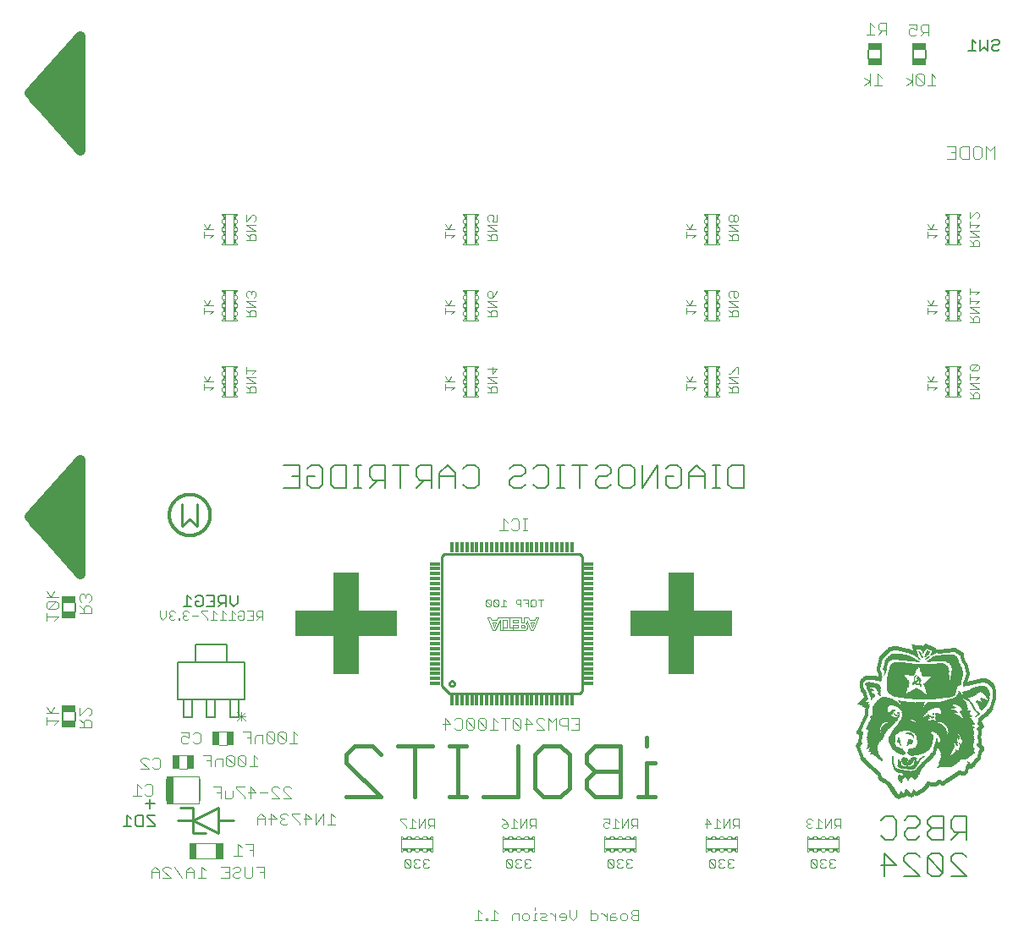
<source format=gbo>
G75*
%MOIN*%
%OFA0B0*%
%FSLAX25Y25*%
%IPPOS*%
%LPD*%
%AMOC8*
5,1,8,0,0,1.08239X$1,22.5*
%
%ADD10R,0.32500X0.07500*%
%ADD11R,0.10000X0.40000*%
%ADD12R,0.05000X0.10000*%
%ADD13R,0.40000X0.10000*%
%ADD14C,0.00500*%
%ADD15C,0.00400*%
%ADD16C,0.01800*%
%ADD17C,0.04000*%
%ADD18C,0.01000*%
%ADD19C,0.00800*%
%ADD20C,0.00300*%
%ADD21C,0.01181*%
%ADD22R,0.00585X0.00065*%
%ADD23R,0.01170X0.00065*%
%ADD24R,0.01495X0.00065*%
%ADD25R,0.01625X0.00065*%
%ADD26R,0.01950X0.00065*%
%ADD27R,0.02145X0.00065*%
%ADD28R,0.02275X0.00065*%
%ADD29R,0.02405X0.00065*%
%ADD30R,0.00130X0.00065*%
%ADD31R,0.02535X0.00065*%
%ADD32R,0.00910X0.00065*%
%ADD33R,0.02665X0.00065*%
%ADD34R,0.00910X0.00065*%
%ADD35R,0.03965X0.00065*%
%ADD36R,0.01170X0.00065*%
%ADD37R,0.04095X0.00065*%
%ADD38R,0.01430X0.00065*%
%ADD39R,0.04225X0.00065*%
%ADD40R,0.01755X0.00065*%
%ADD41R,0.04420X0.00065*%
%ADD42R,0.04550X0.00065*%
%ADD43R,0.02080X0.00065*%
%ADD44R,0.04615X0.00065*%
%ADD45R,0.04745X0.00065*%
%ADD46R,0.04810X0.00065*%
%ADD47R,0.04940X0.00065*%
%ADD48R,0.00845X0.00065*%
%ADD49R,0.05070X0.00065*%
%ADD50R,0.01235X0.00065*%
%ADD51R,0.02795X0.00065*%
%ADD52R,0.05135X0.00065*%
%ADD53R,0.04355X0.00065*%
%ADD54R,0.05200X0.00065*%
%ADD55R,0.07865X0.00065*%
%ADD56R,0.01820X0.00065*%
%ADD57R,0.07865X0.00065*%
%ADD58R,0.01690X0.00065*%
%ADD59R,0.07930X0.00065*%
%ADD60R,0.01625X0.00065*%
%ADD61R,0.07995X0.00065*%
%ADD62R,0.01690X0.00065*%
%ADD63R,0.08060X0.00065*%
%ADD64R,0.08125X0.00065*%
%ADD65R,0.08190X0.00065*%
%ADD66R,0.08255X0.00065*%
%ADD67R,0.01690X0.00065*%
%ADD68R,0.06890X0.00065*%
%ADD69R,0.01105X0.00065*%
%ADD70R,0.03900X0.00065*%
%ADD71R,0.02730X0.00065*%
%ADD72R,0.01040X0.00065*%
%ADD73R,0.03965X0.00065*%
%ADD74R,0.02600X0.00065*%
%ADD75R,0.00975X0.00065*%
%ADD76R,0.04030X0.00065*%
%ADD77R,0.02470X0.00065*%
%ADD78R,0.00780X0.00065*%
%ADD79R,0.04095X0.00065*%
%ADD80R,0.02340X0.00065*%
%ADD81R,0.00780X0.00065*%
%ADD82R,0.04160X0.00065*%
%ADD83R,0.02210X0.00065*%
%ADD84R,0.00650X0.00065*%
%ADD85R,0.02145X0.00065*%
%ADD86R,0.00585X0.00065*%
%ADD87R,0.04290X0.00065*%
%ADD88R,0.02015X0.00065*%
%ADD89R,0.00455X0.00065*%
%ADD90R,0.04290X0.00065*%
%ADD91R,0.00390X0.00065*%
%ADD92R,0.04420X0.00065*%
%ADD93R,0.01820X0.00065*%
%ADD94R,0.00325X0.00065*%
%ADD95R,0.01365X0.00065*%
%ADD96R,0.00195X0.00065*%
%ADD97R,0.01300X0.00065*%
%ADD98R,0.00065X0.00065*%
%ADD99R,0.01495X0.00065*%
%ADD100R,0.02665X0.00065*%
%ADD101R,0.00975X0.00065*%
%ADD102R,0.01300X0.00065*%
%ADD103R,0.02535X0.00065*%
%ADD104R,0.00455X0.00065*%
%ADD105R,0.01690X0.00065*%
%ADD106R,0.02470X0.00065*%
%ADD107R,0.00260X0.00065*%
%ADD108R,0.02340X0.00065*%
%ADD109R,0.00195X0.00065*%
%ADD110R,0.02080X0.00065*%
%ADD111R,0.01950X0.00065*%
%ADD112R,0.01885X0.00065*%
%ADD113R,0.01820X0.00065*%
%ADD114R,0.02925X0.00065*%
%ADD115R,0.04875X0.00065*%
%ADD116R,0.04940X0.00065*%
%ADD117R,0.01885X0.00065*%
%ADD118R,0.01040X0.00065*%
%ADD119R,0.05135X0.00065*%
%ADD120R,0.05200X0.00065*%
%ADD121R,0.05265X0.00065*%
%ADD122R,0.02145X0.00065*%
%ADD123R,0.07735X0.00065*%
%ADD124R,0.07800X0.00065*%
%ADD125R,0.07800X0.00065*%
%ADD126R,0.02145X0.00065*%
%ADD127R,0.07930X0.00065*%
%ADD128R,0.02600X0.00065*%
%ADD129R,0.00065X0.00065*%
%ADD130R,0.04940X0.00065*%
%ADD131R,0.01560X0.00065*%
%ADD132R,0.00520X0.00065*%
%ADD133R,0.01040X0.00065*%
%ADD134R,0.00715X0.00065*%
%ADD135R,0.00715X0.00065*%
%ADD136R,0.05005X0.00065*%
%ADD137R,0.02795X0.00065*%
%ADD138R,0.02795X0.00065*%
%ADD139R,0.02665X0.00065*%
%ADD140R,0.02990X0.00065*%
%ADD141R,0.02990X0.00065*%
%ADD142R,0.01235X0.00065*%
%ADD143R,0.01170X0.00065*%
%ADD144R,0.02990X0.00065*%
%ADD145R,0.01365X0.00065*%
%ADD146R,0.00195X0.00065*%
%ADD147R,0.02860X0.00065*%
%ADD148R,0.00520X0.00065*%
%ADD149R,0.00650X0.00065*%
%ADD150R,0.01495X0.00065*%
%ADD151R,0.00715X0.00065*%
%ADD152R,0.02665X0.00065*%
%ADD153R,0.01105X0.00065*%
%ADD154R,0.01820X0.00065*%
%ADD155R,0.01560X0.00065*%
%ADD156R,0.02210X0.00065*%
%ADD157R,0.02340X0.00065*%
%ADD158R,0.04875X0.00065*%
%ADD159R,0.07735X0.00065*%
%ADD160R,0.06305X0.00065*%
%ADD161R,0.06175X0.00065*%
%ADD162R,0.06175X0.00065*%
%ADD163R,0.06110X0.00065*%
%ADD164R,0.05005X0.00065*%
%ADD165R,0.06240X0.00065*%
%ADD166R,0.06370X0.00065*%
%ADD167R,0.04810X0.00065*%
%ADD168R,0.06370X0.00065*%
%ADD169R,0.01755X0.00065*%
%ADD170R,0.06435X0.00065*%
%ADD171R,0.04745X0.00065*%
%ADD172R,0.06565X0.00065*%
%ADD173R,0.06630X0.00065*%
%ADD174R,0.04615X0.00065*%
%ADD175R,0.06760X0.00065*%
%ADD176R,0.06955X0.00065*%
%ADD177R,0.07475X0.00065*%
%ADD178R,0.08255X0.00065*%
%ADD179R,0.08450X0.00065*%
%ADD180R,0.04225X0.00065*%
%ADD181R,0.08710X0.00065*%
%ADD182R,0.08970X0.00065*%
%ADD183R,0.09100X0.00065*%
%ADD184R,0.09295X0.00065*%
%ADD185R,0.09360X0.00065*%
%ADD186R,0.01430X0.00065*%
%ADD187R,0.03575X0.00065*%
%ADD188R,0.05525X0.00065*%
%ADD189R,0.02275X0.00065*%
%ADD190R,0.04485X0.00065*%
%ADD191R,0.03835X0.00065*%
%ADD192R,0.03315X0.00065*%
%ADD193R,0.02015X0.00065*%
%ADD194R,0.02015X0.00065*%
%ADD195R,0.03835X0.00065*%
%ADD196R,0.05395X0.00065*%
%ADD197R,0.05720X0.00065*%
%ADD198R,0.05980X0.00065*%
%ADD199R,0.02795X0.00065*%
%ADD200R,0.00845X0.00065*%
%ADD201R,0.06500X0.00065*%
%ADD202R,0.06695X0.00065*%
%ADD203R,0.06825X0.00065*%
%ADD204R,0.03055X0.00065*%
%ADD205R,0.06955X0.00065*%
%ADD206R,0.03120X0.00065*%
%ADD207R,0.07020X0.00065*%
%ADD208R,0.03120X0.00065*%
%ADD209R,0.07150X0.00065*%
%ADD210R,0.03185X0.00065*%
%ADD211R,0.05330X0.00065*%
%ADD212R,0.03445X0.00065*%
%ADD213R,0.03185X0.00065*%
%ADD214R,0.05460X0.00065*%
%ADD215R,0.05655X0.00065*%
%ADD216R,0.03250X0.00065*%
%ADD217R,0.05850X0.00065*%
%ADD218R,0.03250X0.00065*%
%ADD219R,0.05980X0.00065*%
%ADD220R,0.06305X0.00065*%
%ADD221R,0.01365X0.00065*%
%ADD222R,0.00715X0.00065*%
%ADD223R,0.03315X0.00065*%
%ADD224R,0.06500X0.00065*%
%ADD225R,0.01495X0.00065*%
%ADD226R,0.03705X0.00065*%
%ADD227R,0.03770X0.00065*%
%ADD228R,0.07410X0.00065*%
%ADD229R,0.07410X0.00065*%
%ADD230R,0.04030X0.00065*%
%ADD231R,0.07540X0.00065*%
%ADD232R,0.07605X0.00065*%
%ADD233R,0.00845X0.00065*%
%ADD234R,0.00065X0.00065*%
%ADD235R,0.07540X0.00065*%
%ADD236R,0.07605X0.00065*%
%ADD237R,0.07670X0.00065*%
%ADD238R,0.07670X0.00065*%
%ADD239R,0.02340X0.00065*%
%ADD240R,0.09685X0.00065*%
%ADD241R,0.09815X0.00065*%
%ADD242R,0.10010X0.00065*%
%ADD243R,0.10075X0.00065*%
%ADD244R,0.10205X0.00065*%
%ADD245R,0.10335X0.00065*%
%ADD246R,0.10400X0.00065*%
%ADD247R,0.01365X0.00065*%
%ADD248R,0.00845X0.00065*%
%ADD249R,0.10530X0.00065*%
%ADD250R,0.10595X0.00065*%
%ADD251R,0.10725X0.00065*%
%ADD252R,0.10790X0.00065*%
%ADD253R,0.08125X0.00065*%
%ADD254R,0.08060X0.00065*%
%ADD255R,0.02990X0.00065*%
%ADD256R,0.00390X0.00065*%
%ADD257R,0.07865X0.00065*%
%ADD258R,0.03315X0.00065*%
%ADD259R,0.03380X0.00065*%
%ADD260R,0.03510X0.00065*%
%ADD261R,0.07670X0.00065*%
%ADD262R,0.03640X0.00065*%
%ADD263R,0.03770X0.00065*%
%ADD264R,0.04420X0.00065*%
%ADD265R,0.04680X0.00065*%
%ADD266R,0.04940X0.00065*%
%ADD267R,0.02860X0.00065*%
%ADD268R,0.05525X0.00065*%
%ADD269R,0.06110X0.00065*%
%ADD270R,0.02730X0.00065*%
%ADD271R,0.04485X0.00065*%
%ADD272R,0.03380X0.00065*%
%ADD273R,0.07085X0.00065*%
%ADD274R,0.04615X0.00065*%
%ADD275R,0.07020X0.00065*%
%ADD276R,0.07150X0.00065*%
%ADD277R,0.03315X0.00065*%
%ADD278R,0.02405X0.00065*%
%ADD279R,0.07280X0.00065*%
%ADD280R,0.07215X0.00065*%
%ADD281R,0.07345X0.00065*%
%ADD282R,0.05070X0.00065*%
%ADD283R,0.07085X0.00065*%
%ADD284R,0.07540X0.00065*%
%ADD285R,0.03445X0.00065*%
%ADD286R,0.03120X0.00065*%
%ADD287R,0.06045X0.00065*%
%ADD288R,0.05265X0.00065*%
%ADD289R,0.03575X0.00065*%
%ADD290R,0.03055X0.00065*%
%ADD291R,0.06240X0.00065*%
%ADD292R,0.05590X0.00065*%
%ADD293R,0.05720X0.00065*%
%ADD294R,0.05785X0.00065*%
%ADD295R,0.06240X0.00065*%
%ADD296R,0.05915X0.00065*%
%ADD297R,0.03770X0.00065*%
%ADD298R,0.00325X0.00065*%
%ADD299R,0.05915X0.00065*%
%ADD300R,0.05850X0.00065*%
%ADD301R,0.00520X0.00065*%
%ADD302R,0.06045X0.00065*%
%ADD303R,0.05590X0.00065*%
%ADD304R,0.05915X0.00065*%
%ADD305R,0.05460X0.00065*%
%ADD306R,0.05395X0.00065*%
%ADD307R,0.05330X0.00065*%
%ADD308R,0.04095X0.00065*%
%ADD309R,0.05265X0.00065*%
%ADD310R,0.00130X0.00065*%
%ADD311R,0.05785X0.00065*%
%ADD312R,0.04160X0.00065*%
%ADD313R,0.04550X0.00065*%
%ADD314R,0.07670X0.00065*%
%ADD315R,0.04615X0.00065*%
%ADD316R,0.00195X0.00065*%
%ADD317R,0.05915X0.00065*%
%ADD318R,0.04680X0.00065*%
%ADD319R,0.00260X0.00065*%
%ADD320R,0.04355X0.00065*%
%ADD321R,0.01170X0.00065*%
%ADD322R,0.06045X0.00065*%
%ADD323R,0.06825X0.00065*%
%ADD324R,0.06760X0.00065*%
%ADD325R,0.06695X0.00065*%
%ADD326R,0.05720X0.00065*%
%ADD327R,0.05070X0.00065*%
%ADD328R,0.00390X0.00065*%
%ADD329R,0.06370X0.00065*%
%ADD330R,0.06565X0.00065*%
%ADD331R,0.05395X0.00065*%
%ADD332R,0.06695X0.00065*%
%ADD333R,0.00520X0.00065*%
%ADD334R,0.05590X0.00065*%
%ADD335R,0.04095X0.00065*%
%ADD336R,0.03640X0.00065*%
%ADD337R,0.03965X0.00065*%
%ADD338R,0.06695X0.00065*%
%ADD339R,0.06890X0.00065*%
%ADD340R,0.03965X0.00065*%
%ADD341R,0.05070X0.00065*%
%ADD342R,0.02470X0.00065*%
%ADD343R,0.10010X0.00065*%
%ADD344R,0.06630X0.00065*%
%ADD345R,0.09945X0.00065*%
%ADD346R,0.02925X0.00065*%
%ADD347R,0.04745X0.00065*%
%ADD348R,0.09945X0.00065*%
%ADD349R,0.13845X0.00065*%
%ADD350R,0.14040X0.00065*%
%ADD351R,0.14170X0.00065*%
%ADD352R,0.14365X0.00065*%
%ADD353R,0.09880X0.00065*%
%ADD354R,0.14560X0.00065*%
%ADD355R,0.09880X0.00065*%
%ADD356R,0.14885X0.00065*%
%ADD357R,0.09815X0.00065*%
%ADD358R,0.15340X0.00065*%
%ADD359R,0.20930X0.00065*%
%ADD360R,0.09750X0.00065*%
%ADD361R,0.20865X0.00065*%
%ADD362R,0.09750X0.00065*%
%ADD363R,0.20800X0.00065*%
%ADD364R,0.20735X0.00065*%
%ADD365R,0.20605X0.00065*%
%ADD366R,0.09620X0.00065*%
%ADD367R,0.20475X0.00065*%
%ADD368R,0.09685X0.00065*%
%ADD369R,0.20410X0.00065*%
%ADD370R,0.09620X0.00065*%
%ADD371R,0.20345X0.00065*%
%ADD372R,0.09555X0.00065*%
%ADD373R,0.20280X0.00065*%
%ADD374R,0.20150X0.00065*%
%ADD375R,0.09490X0.00065*%
%ADD376R,0.20020X0.00065*%
%ADD377R,0.09425X0.00065*%
%ADD378R,0.20020X0.00065*%
%ADD379R,0.09945X0.00065*%
%ADD380R,0.19890X0.00065*%
%ADD381R,0.19760X0.00065*%
%ADD382R,0.10660X0.00065*%
%ADD383R,0.19630X0.00065*%
%ADD384R,0.10595X0.00065*%
%ADD385R,0.19500X0.00065*%
%ADD386R,0.19370X0.00065*%
%ADD387R,0.19240X0.00065*%
%ADD388R,0.10465X0.00065*%
%ADD389R,0.19175X0.00065*%
%ADD390R,0.19110X0.00065*%
%ADD391R,0.18915X0.00065*%
%ADD392R,0.18850X0.00065*%
%ADD393R,0.18785X0.00065*%
%ADD394R,0.03445X0.00065*%
%ADD395R,0.10270X0.00065*%
%ADD396R,0.18590X0.00065*%
%ADD397R,0.18460X0.00065*%
%ADD398R,0.10270X0.00065*%
%ADD399R,0.18395X0.00065*%
%ADD400R,0.03510X0.00065*%
%ADD401R,0.10270X0.00065*%
%ADD402R,0.18265X0.00065*%
%ADD403R,0.18135X0.00065*%
%ADD404R,0.18070X0.00065*%
%ADD405R,0.17875X0.00065*%
%ADD406R,0.17810X0.00065*%
%ADD407R,0.17615X0.00065*%
%ADD408R,0.11115X0.00065*%
%ADD409R,0.17485X0.00065*%
%ADD410R,0.11375X0.00065*%
%ADD411R,0.17355X0.00065*%
%ADD412R,0.11505X0.00065*%
%ADD413R,0.17225X0.00065*%
%ADD414R,0.11635X0.00065*%
%ADD415R,0.17030X0.00065*%
%ADD416R,0.05395X0.00065*%
%ADD417R,0.11700X0.00065*%
%ADD418R,0.16900X0.00065*%
%ADD419R,0.11765X0.00065*%
%ADD420R,0.16770X0.00065*%
%ADD421R,0.11895X0.00065*%
%ADD422R,0.16510X0.00065*%
%ADD423R,0.16315X0.00065*%
%ADD424R,0.12025X0.00065*%
%ADD425R,0.16185X0.00065*%
%ADD426R,0.12025X0.00065*%
%ADD427R,0.15860X0.00065*%
%ADD428R,0.12155X0.00065*%
%ADD429R,0.15600X0.00065*%
%ADD430R,0.14300X0.00065*%
%ADD431R,0.12285X0.00065*%
%ADD432R,0.12415X0.00065*%
%ADD433R,0.07475X0.00065*%
%ADD434R,0.12480X0.00065*%
%ADD435R,0.12610X0.00065*%
%ADD436R,0.12805X0.00065*%
%ADD437R,0.13000X0.00065*%
%ADD438R,0.22425X0.00065*%
%ADD439R,0.10335X0.00065*%
%ADD440R,0.22425X0.00065*%
%ADD441R,0.22490X0.00065*%
%ADD442R,0.22555X0.00065*%
%ADD443R,0.10400X0.00065*%
%ADD444R,0.22555X0.00065*%
%ADD445R,0.14430X0.00065*%
%ADD446R,0.14105X0.00065*%
%ADD447R,0.14105X0.00065*%
%ADD448R,0.13975X0.00065*%
%ADD449R,0.13910X0.00065*%
%ADD450R,0.10465X0.00065*%
%ADD451R,0.10530X0.00065*%
%ADD452R,0.10790X0.00065*%
%ADD453R,0.10595X0.00065*%
%ADD454R,0.10855X0.00065*%
%ADD455R,0.10920X0.00065*%
%ADD456R,0.10725X0.00065*%
%ADD457R,0.10985X0.00065*%
%ADD458R,0.10855X0.00065*%
%ADD459R,0.11050X0.00065*%
%ADD460R,0.11115X0.00065*%
%ADD461R,0.10985X0.00065*%
%ADD462R,0.10920X0.00065*%
%ADD463R,0.10140X0.00065*%
%ADD464R,0.08385X0.00065*%
%ADD465R,0.08385X0.00065*%
%ADD466R,0.08320X0.00065*%
%ADD467R,0.09230X0.00065*%
%ADD468R,0.09035X0.00065*%
%ADD469R,0.09555X0.00065*%
%ADD470R,0.08320X0.00065*%
%ADD471R,0.08775X0.00065*%
%ADD472R,0.08710X0.00065*%
%ADD473R,0.09425X0.00065*%
%ADD474R,0.08515X0.00065*%
%ADD475R,0.03705X0.00065*%
%ADD476R,0.09100X0.00065*%
%ADD477R,0.08905X0.00065*%
%ADD478R,0.08515X0.00065*%
%ADD479R,0.08840X0.00065*%
%ADD480R,0.08580X0.00065*%
%ADD481R,0.08580X0.00065*%
%ADD482R,0.08645X0.00065*%
%ADD483R,0.08775X0.00065*%
%ADD484R,0.08840X0.00065*%
%ADD485R,0.05655X0.00065*%
%ADD486R,0.08905X0.00065*%
%ADD487R,0.09230X0.00065*%
%ADD488R,0.09295X0.00065*%
%ADD489R,0.03640X0.00065*%
%ADD490R,0.09620X0.00065*%
%ADD491R,0.00065X0.00065*%
%ADD492R,0.06435X0.00065*%
%ADD493R,0.02015X0.00065*%
%ADD494R,0.11115X0.00065*%
%ADD495R,0.11310X0.00065*%
%ADD496R,0.11570X0.00065*%
%ADD497R,0.11895X0.00065*%
%ADD498R,0.12220X0.00065*%
%ADD499R,0.12415X0.00065*%
%ADD500R,0.12805X0.00065*%
%ADD501R,0.13130X0.00065*%
%ADD502R,0.13325X0.00065*%
%ADD503R,0.13650X0.00065*%
%ADD504R,0.22750X0.00065*%
%ADD505R,0.12285X0.00065*%
%ADD506R,0.12090X0.00065*%
%ADD507R,0.11895X0.00065*%
%ADD508R,0.11635X0.00065*%
%ADD509R,0.11050X0.00065*%
%ADD510R,0.11245X0.00065*%
%ADD511R,0.11440X0.00065*%
%ADD512R,0.11570X0.00065*%
%ADD513R,0.11830X0.00065*%
%ADD514R,0.12090X0.00065*%
%ADD515R,0.12350X0.00065*%
%ADD516R,0.10140X0.00065*%
%ADD517R,0.19565X0.00065*%
%ADD518R,0.10140X0.00065*%
%ADD519R,0.15990X0.00065*%
%ADD520R,0.09360X0.00065*%
%ADD521R,0.15795X0.00065*%
%ADD522R,0.15665X0.00065*%
%ADD523R,0.15535X0.00065*%
%ADD524R,0.09490X0.00065*%
%ADD525R,0.15405X0.00065*%
%ADD526R,0.15275X0.00065*%
%ADD527R,0.15145X0.00065*%
%ADD528R,0.15015X0.00065*%
%ADD529R,0.14495X0.00065*%
%ADD530R,0.08320X0.00065*%
%ADD531R,0.07995X0.00065*%
%ADD532R,0.09490X0.00065*%
%ADD533R,0.09165X0.00065*%
%ADD534R,0.07280X0.00065*%
%ADD535R,0.07020X0.00065*%
%ADD536R,0.06565X0.00065*%
%ADD537R,0.15080X0.00065*%
%ADD538R,0.16445X0.00065*%
%ADD539R,0.18525X0.00065*%
%ADD540R,0.20020X0.00065*%
%ADD541R,0.21450X0.00065*%
%ADD542R,0.22165X0.00065*%
%ADD543R,0.22620X0.00065*%
%ADD544R,0.22945X0.00065*%
%ADD545R,0.23400X0.00065*%
%ADD546R,0.23660X0.00065*%
%ADD547R,0.23920X0.00065*%
%ADD548R,0.24180X0.00065*%
%ADD549R,0.24375X0.00065*%
%ADD550R,0.24635X0.00065*%
%ADD551R,0.24830X0.00065*%
%ADD552R,0.24960X0.00065*%
%ADD553R,0.25090X0.00065*%
%ADD554R,0.25285X0.00065*%
%ADD555R,0.25415X0.00065*%
%ADD556R,0.25545X0.00065*%
%ADD557R,0.11310X0.00065*%
%ADD558R,0.13845X0.00065*%
%ADD559R,0.13845X0.00065*%
%ADD560R,0.11505X0.00065*%
%ADD561R,0.11700X0.00065*%
%ADD562R,0.07020X0.00065*%
%ADD563R,0.09165X0.00065*%
%ADD564R,0.07345X0.00065*%
%ADD565R,0.01040X0.00065*%
%ADD566R,0.11960X0.00065*%
%ADD567R,0.11960X0.00065*%
%ADD568R,0.12155X0.00065*%
%ADD569R,0.12220X0.00065*%
%ADD570R,0.07995X0.00065*%
%ADD571R,0.12350X0.00065*%
%ADD572R,0.12480X0.00065*%
%ADD573R,0.08190X0.00065*%
%ADD574R,0.12545X0.00065*%
%ADD575R,0.12675X0.00065*%
%ADD576R,0.08320X0.00065*%
%ADD577R,0.08450X0.00065*%
%ADD578R,0.08645X0.00065*%
%ADD579R,0.08645X0.00065*%
%ADD580R,0.09490X0.00065*%
%ADD581R,0.08970X0.00065*%
%ADD582R,0.04290X0.00065*%
%ADD583R,0.08645X0.00065*%
%ADD584R,0.04420X0.00065*%
%ADD585R,0.07345X0.00065*%
%ADD586R,0.07215X0.00065*%
%ADD587R,0.07540X0.00065*%
%ADD588R,0.08515X0.00065*%
%ADD589R,0.06890X0.00065*%
%ADD590R,0.03640X0.00065*%
%ADD591R,0.06890X0.00065*%
%ADD592R,0.10660X0.00065*%
%ADD593R,0.10920X0.00065*%
%ADD594R,0.11180X0.00065*%
%ADD595R,0.11180X0.00065*%
%ADD596R,0.11245X0.00065*%
%ADD597R,0.11375X0.00065*%
%ADD598R,0.22620X0.00065*%
%ADD599R,0.22490X0.00065*%
%ADD600R,0.22295X0.00065*%
%ADD601R,0.22230X0.00065*%
%ADD602R,0.22035X0.00065*%
%ADD603R,0.21905X0.00065*%
%ADD604R,0.21840X0.00065*%
%ADD605R,0.21710X0.00065*%
%ADD606R,0.21515X0.00065*%
%ADD607R,0.21450X0.00065*%
%ADD608R,0.21320X0.00065*%
%ADD609R,0.10790X0.00065*%
%ADD610R,0.10270X0.00065*%
%ADD611R,0.08840X0.00065*%
%ADD612R,0.05720X0.00065*%
%ADD613R,0.03900X0.00065*%
%ADD614R,0.10790X0.00065*%
%ADD615R,0.03120X0.00065*%
%ADD616C,0.00394*%
%ADD617R,0.00787X0.08661*%
%ADD618R,0.02559X0.10630*%
%ADD619R,0.02953X0.05709*%
%ADD620C,0.00600*%
%ADD621R,0.05512X0.02559*%
%ADD622C,0.00200*%
%ADD623R,0.04133X0.01182*%
%ADD624R,0.04133X0.01181*%
%ADD625R,0.01182X0.04133*%
%ADD626R,0.01181X0.04133*%
%ADD627R,0.02756X0.05906*%
D10*
X0132591Y0159500D03*
X0135091Y0159500D03*
X0135091Y0162000D03*
X0132591Y0162000D03*
X0264591Y0162000D03*
X0267091Y0162000D03*
X0267091Y0159500D03*
X0264591Y0159500D03*
D11*
X0265841Y0160750D03*
X0265841Y0160750D03*
X0133841Y0160750D03*
X0133841Y0160750D03*
D12*
X0148841Y0160750D03*
X0118841Y0160750D03*
X0250841Y0160750D03*
X0280841Y0160750D03*
D13*
X0265841Y0160750D03*
X0265841Y0160750D03*
X0133841Y0160750D03*
X0133841Y0160750D03*
D14*
X0091146Y0168673D02*
X0089645Y0167171D01*
X0088144Y0168673D01*
X0088144Y0171675D01*
X0086542Y0171675D02*
X0086542Y0167171D01*
X0086542Y0168673D02*
X0084290Y0168673D01*
X0083540Y0169423D01*
X0083540Y0170924D01*
X0084290Y0171675D01*
X0086542Y0171675D01*
X0085041Y0168673D02*
X0083540Y0167171D01*
X0081938Y0167171D02*
X0081938Y0171675D01*
X0078936Y0171675D01*
X0077334Y0170924D02*
X0077334Y0167922D01*
X0076584Y0167171D01*
X0075082Y0167171D01*
X0074332Y0167922D01*
X0074332Y0169423D01*
X0075833Y0169423D01*
X0074332Y0170924D02*
X0075082Y0171675D01*
X0076584Y0171675D01*
X0077334Y0170924D01*
X0080437Y0169423D02*
X0081938Y0169423D01*
X0081938Y0167171D02*
X0078936Y0167171D01*
X0072730Y0167171D02*
X0069728Y0167171D01*
X0071229Y0167171D02*
X0071229Y0171675D01*
X0072730Y0170174D01*
X0091146Y0171675D02*
X0091146Y0168673D01*
X0056506Y0091337D02*
X0056506Y0087667D01*
X0058341Y0089502D02*
X0054671Y0089502D01*
X0055350Y0085054D02*
X0055350Y0084303D01*
X0058352Y0081301D01*
X0058352Y0080550D01*
X0055350Y0080550D01*
X0053748Y0080550D02*
X0051497Y0080550D01*
X0050746Y0081301D01*
X0050746Y0084303D01*
X0051497Y0085054D01*
X0053748Y0085054D01*
X0053748Y0080550D01*
X0049145Y0080550D02*
X0046142Y0080550D01*
X0047643Y0080550D02*
X0047643Y0085054D01*
X0049145Y0083553D01*
X0055350Y0085054D02*
X0058352Y0085054D01*
X0378942Y0386250D02*
X0381945Y0386250D01*
X0380443Y0386250D02*
X0380443Y0390754D01*
X0381945Y0389253D01*
X0383546Y0390754D02*
X0383546Y0386250D01*
X0385047Y0387751D01*
X0386548Y0386250D01*
X0386548Y0390754D01*
X0388150Y0390003D02*
X0388900Y0390754D01*
X0390402Y0390754D01*
X0391152Y0390003D01*
X0391152Y0389253D01*
X0390402Y0388502D01*
X0388900Y0388502D01*
X0388150Y0387751D01*
X0388150Y0387001D01*
X0388900Y0386250D01*
X0390402Y0386250D01*
X0391152Y0387001D01*
D15*
X0056996Y0063269D02*
X0056996Y0060200D01*
X0056996Y0062502D02*
X0060065Y0062502D01*
X0060065Y0063269D02*
X0058531Y0064804D01*
X0056996Y0063269D01*
X0060065Y0063269D02*
X0060065Y0060200D01*
X0061600Y0060200D02*
X0064669Y0060200D01*
X0061600Y0063269D01*
X0061600Y0064037D01*
X0062367Y0064804D01*
X0063902Y0064804D01*
X0064669Y0064037D01*
X0066204Y0064804D02*
X0069273Y0060200D01*
X0070808Y0060200D02*
X0070808Y0063269D01*
X0072343Y0064804D01*
X0073877Y0063269D01*
X0073877Y0060200D01*
X0075412Y0060200D02*
X0078481Y0060200D01*
X0076947Y0060200D02*
X0076947Y0064804D01*
X0078481Y0063269D01*
X0073877Y0062502D02*
X0070808Y0062502D01*
X0084620Y0064804D02*
X0087689Y0064804D01*
X0087689Y0060200D01*
X0084620Y0060200D01*
X0086154Y0062502D02*
X0087689Y0062502D01*
X0089224Y0061735D02*
X0089224Y0060967D01*
X0089991Y0060200D01*
X0091526Y0060200D01*
X0092293Y0060967D01*
X0093828Y0060967D02*
X0093828Y0064804D01*
X0092293Y0064037D02*
X0091526Y0064804D01*
X0089991Y0064804D01*
X0089224Y0064037D01*
X0089991Y0062502D02*
X0089224Y0061735D01*
X0089991Y0062502D02*
X0091526Y0062502D01*
X0092293Y0063269D01*
X0092293Y0064037D01*
X0093828Y0060967D02*
X0094595Y0060200D01*
X0096130Y0060200D01*
X0096897Y0060967D01*
X0096897Y0064804D01*
X0098432Y0064804D02*
X0101501Y0064804D01*
X0101501Y0060200D01*
X0101501Y0062502D02*
X0099966Y0062502D01*
X0097265Y0069137D02*
X0097265Y0073741D01*
X0094195Y0073741D01*
X0092661Y0072206D02*
X0091126Y0073741D01*
X0091126Y0069137D01*
X0092661Y0069137D02*
X0089591Y0069137D01*
X0095730Y0071439D02*
X0097265Y0071439D01*
X0098698Y0081200D02*
X0098698Y0084269D01*
X0100232Y0085804D01*
X0101767Y0084269D01*
X0101767Y0081200D01*
X0101767Y0083502D02*
X0098698Y0083502D01*
X0103302Y0083502D02*
X0106371Y0083502D01*
X0104069Y0085804D01*
X0104069Y0081200D01*
X0107906Y0081967D02*
X0108673Y0081200D01*
X0110208Y0081200D01*
X0110975Y0081967D01*
X0109440Y0083502D02*
X0108673Y0083502D01*
X0107906Y0082735D01*
X0107906Y0081967D01*
X0108673Y0083502D02*
X0107906Y0084269D01*
X0107906Y0085037D01*
X0108673Y0085804D01*
X0110208Y0085804D01*
X0110975Y0085037D01*
X0112509Y0085037D02*
X0115579Y0081967D01*
X0115579Y0081200D01*
X0117881Y0081200D02*
X0117881Y0085804D01*
X0120183Y0083502D01*
X0117113Y0083502D01*
X0115579Y0085804D02*
X0112509Y0085804D01*
X0112509Y0085037D01*
X0112118Y0091700D02*
X0109049Y0091700D01*
X0107514Y0091700D02*
X0104445Y0094769D01*
X0104445Y0095537D01*
X0105212Y0096304D01*
X0106747Y0096304D01*
X0107514Y0095537D01*
X0109049Y0095537D02*
X0109816Y0096304D01*
X0111351Y0096304D01*
X0112118Y0095537D01*
X0109049Y0095537D02*
X0109049Y0094769D01*
X0112118Y0091700D01*
X0107514Y0091700D02*
X0104445Y0091700D01*
X0102910Y0094002D02*
X0099841Y0094002D01*
X0098306Y0094002D02*
X0095237Y0094002D01*
X0093702Y0092467D02*
X0093702Y0091700D01*
X0093702Y0092467D02*
X0090633Y0095537D01*
X0090633Y0096304D01*
X0093702Y0096304D01*
X0096004Y0096304D02*
X0096004Y0091700D01*
X0098306Y0094002D02*
X0096004Y0096304D01*
X0089098Y0094769D02*
X0089098Y0092467D01*
X0088331Y0091700D01*
X0086029Y0091700D01*
X0086029Y0094769D01*
X0084495Y0094002D02*
X0082960Y0094002D01*
X0084495Y0096304D02*
X0081425Y0096304D01*
X0084495Y0096304D02*
X0084495Y0091700D01*
X0085098Y0104200D02*
X0085098Y0107269D01*
X0082796Y0107269D01*
X0082029Y0106502D01*
X0082029Y0104200D01*
X0080495Y0104200D02*
X0080495Y0108804D01*
X0077425Y0108804D01*
X0078960Y0106502D02*
X0080495Y0106502D01*
X0086633Y0108037D02*
X0087400Y0108804D01*
X0088935Y0108804D01*
X0089702Y0108037D01*
X0089702Y0104967D01*
X0086633Y0108037D01*
X0086633Y0104967D01*
X0087400Y0104200D01*
X0088935Y0104200D01*
X0089702Y0104967D01*
X0091237Y0104967D02*
X0092004Y0104200D01*
X0093539Y0104200D01*
X0094306Y0104967D01*
X0091237Y0108037D01*
X0091237Y0104967D01*
X0094306Y0104967D02*
X0094306Y0108037D01*
X0093539Y0108804D01*
X0092004Y0108804D01*
X0091237Y0108037D01*
X0095841Y0104200D02*
X0098910Y0104200D01*
X0097376Y0104200D02*
X0097376Y0108804D01*
X0098910Y0107269D01*
X0097759Y0113450D02*
X0097759Y0115752D01*
X0098527Y0116519D01*
X0100829Y0116519D01*
X0100829Y0113450D01*
X0102363Y0114217D02*
X0103131Y0113450D01*
X0104665Y0113450D01*
X0105433Y0114217D01*
X0102363Y0117287D01*
X0102363Y0114217D01*
X0102363Y0117287D02*
X0103131Y0118054D01*
X0104665Y0118054D01*
X0105433Y0117287D01*
X0105433Y0114217D01*
X0106967Y0114217D02*
X0107735Y0113450D01*
X0109269Y0113450D01*
X0110037Y0114217D01*
X0106967Y0117287D01*
X0106967Y0114217D01*
X0106967Y0117287D02*
X0107735Y0118054D01*
X0109269Y0118054D01*
X0110037Y0117287D01*
X0110037Y0114217D01*
X0111571Y0113450D02*
X0114641Y0113450D01*
X0113106Y0113450D02*
X0113106Y0118054D01*
X0114641Y0116519D01*
X0096225Y0115752D02*
X0094690Y0115752D01*
X0096225Y0118054D02*
X0093156Y0118054D01*
X0096225Y0118054D02*
X0096225Y0113450D01*
X0076391Y0113967D02*
X0075623Y0113200D01*
X0074089Y0113200D01*
X0073321Y0113967D01*
X0071787Y0113967D02*
X0071019Y0113200D01*
X0069485Y0113200D01*
X0068717Y0113967D01*
X0068717Y0115502D01*
X0069485Y0116269D01*
X0070252Y0116269D01*
X0071787Y0115502D01*
X0071787Y0117804D01*
X0068717Y0117804D01*
X0073321Y0117037D02*
X0074089Y0117804D01*
X0075623Y0117804D01*
X0076391Y0117037D01*
X0076391Y0113967D01*
X0060598Y0107037D02*
X0060598Y0103967D01*
X0059831Y0103200D01*
X0058296Y0103200D01*
X0057529Y0103967D01*
X0055994Y0103200D02*
X0052925Y0106269D01*
X0052925Y0107037D01*
X0053693Y0107804D01*
X0055227Y0107804D01*
X0055994Y0107037D01*
X0057529Y0107037D02*
X0058296Y0107804D01*
X0059831Y0107804D01*
X0060598Y0107037D01*
X0055994Y0103200D02*
X0052925Y0103200D01*
X0051460Y0097304D02*
X0051460Y0092700D01*
X0052994Y0092700D02*
X0049925Y0092700D01*
X0052994Y0095769D02*
X0051460Y0097304D01*
X0054529Y0096537D02*
X0055296Y0097304D01*
X0056831Y0097304D01*
X0057598Y0096537D01*
X0057598Y0093467D01*
X0056831Y0092700D01*
X0055296Y0092700D01*
X0054529Y0093467D01*
X0033394Y0119700D02*
X0028791Y0119700D01*
X0030325Y0119700D02*
X0030325Y0122002D01*
X0031093Y0122769D01*
X0032627Y0122769D01*
X0033394Y0122002D01*
X0033394Y0119700D01*
X0030325Y0121235D02*
X0028791Y0122769D01*
X0028791Y0124304D02*
X0031860Y0127373D01*
X0032627Y0127373D01*
X0033394Y0126606D01*
X0033394Y0125071D01*
X0032627Y0124304D01*
X0028791Y0124304D02*
X0028791Y0127373D01*
X0020394Y0125304D02*
X0015791Y0125304D01*
X0017325Y0125304D02*
X0015791Y0127606D01*
X0017325Y0125304D02*
X0018860Y0127606D01*
X0015791Y0123769D02*
X0015791Y0120700D01*
X0015791Y0122235D02*
X0020394Y0122235D01*
X0018860Y0120700D01*
X0018860Y0161656D02*
X0020394Y0163190D01*
X0015791Y0163190D01*
X0015791Y0161656D02*
X0015791Y0164725D01*
X0016558Y0166259D02*
X0015791Y0167027D01*
X0015791Y0168561D01*
X0016558Y0169329D01*
X0019627Y0169329D01*
X0016558Y0166259D01*
X0019627Y0166259D01*
X0020394Y0167027D01*
X0020394Y0168561D01*
X0019627Y0169329D01*
X0020394Y0170863D02*
X0015791Y0170863D01*
X0017325Y0170863D02*
X0015791Y0173165D01*
X0017325Y0170863D02*
X0018860Y0173165D01*
X0028791Y0171398D02*
X0028791Y0169863D01*
X0029558Y0169096D01*
X0028791Y0167561D02*
X0030325Y0166027D01*
X0030325Y0166794D02*
X0030325Y0164492D01*
X0028791Y0164492D02*
X0033394Y0164492D01*
X0033394Y0166794D01*
X0032627Y0167561D01*
X0031093Y0167561D01*
X0030325Y0166794D01*
X0032627Y0169096D02*
X0033394Y0169863D01*
X0033394Y0171398D01*
X0032627Y0172165D01*
X0031860Y0172165D01*
X0031093Y0171398D01*
X0030325Y0172165D01*
X0029558Y0172165D01*
X0028791Y0171398D01*
X0031093Y0171398D02*
X0031093Y0170631D01*
X0060451Y0165530D02*
X0060451Y0163170D01*
X0061631Y0161990D01*
X0062811Y0163170D01*
X0062811Y0165530D01*
X0064076Y0164940D02*
X0064076Y0164350D01*
X0064666Y0163760D01*
X0064076Y0163170D01*
X0064076Y0162580D01*
X0064666Y0161990D01*
X0065846Y0161990D01*
X0066436Y0162580D01*
X0067659Y0162580D02*
X0067659Y0161990D01*
X0068249Y0161990D01*
X0068249Y0162580D01*
X0067659Y0162580D01*
X0069514Y0162580D02*
X0070104Y0161990D01*
X0071284Y0161990D01*
X0071874Y0162580D01*
X0070694Y0163760D02*
X0070104Y0163760D01*
X0069514Y0163170D01*
X0069514Y0162580D01*
X0070104Y0163760D02*
X0069514Y0164350D01*
X0069514Y0164940D01*
X0070104Y0165530D01*
X0071284Y0165530D01*
X0071874Y0164940D01*
X0073139Y0163760D02*
X0075499Y0163760D01*
X0076764Y0164940D02*
X0079124Y0162580D01*
X0079124Y0161990D01*
X0080389Y0161990D02*
X0082749Y0161990D01*
X0081569Y0161990D02*
X0081569Y0165530D01*
X0082749Y0164350D01*
X0084014Y0161990D02*
X0086374Y0161990D01*
X0085194Y0161990D02*
X0085194Y0165530D01*
X0086374Y0164350D01*
X0087639Y0161990D02*
X0089999Y0161990D01*
X0088819Y0161990D02*
X0088819Y0165530D01*
X0089999Y0164350D01*
X0091265Y0164940D02*
X0091855Y0165530D01*
X0093035Y0165530D01*
X0093625Y0164940D01*
X0093625Y0162580D01*
X0093035Y0161990D01*
X0091855Y0161990D01*
X0091265Y0162580D01*
X0091265Y0163760D01*
X0092445Y0163760D01*
X0094890Y0165530D02*
X0097250Y0165530D01*
X0097250Y0161990D01*
X0094890Y0161990D01*
X0096070Y0163760D02*
X0097250Y0163760D01*
X0098515Y0163760D02*
X0099105Y0163170D01*
X0100875Y0163170D01*
X0099695Y0163170D02*
X0098515Y0161990D01*
X0098515Y0163760D02*
X0098515Y0164940D01*
X0099105Y0165530D01*
X0100875Y0165530D01*
X0100875Y0161990D01*
X0079124Y0165530D02*
X0076764Y0165530D01*
X0076764Y0164940D01*
X0066436Y0164940D02*
X0065846Y0165530D01*
X0064666Y0165530D01*
X0064076Y0164940D01*
X0064666Y0163760D02*
X0065256Y0163760D01*
X0121717Y0085804D02*
X0121717Y0081200D01*
X0124787Y0085804D01*
X0124787Y0081200D01*
X0126321Y0081200D02*
X0129391Y0081200D01*
X0127856Y0081200D02*
X0127856Y0085804D01*
X0129391Y0084269D01*
X0172673Y0118676D02*
X0172673Y0123280D01*
X0174975Y0120978D01*
X0171905Y0120978D01*
X0176509Y0122513D02*
X0177276Y0123280D01*
X0178811Y0123280D01*
X0179578Y0122513D01*
X0179578Y0119443D01*
X0178811Y0118676D01*
X0177276Y0118676D01*
X0176509Y0119443D01*
X0181113Y0119443D02*
X0181113Y0122513D01*
X0184182Y0119443D01*
X0183415Y0118676D01*
X0181880Y0118676D01*
X0181113Y0119443D01*
X0184182Y0119443D02*
X0184182Y0122513D01*
X0183415Y0123280D01*
X0181880Y0123280D01*
X0181113Y0122513D01*
X0185717Y0122513D02*
X0185717Y0119443D01*
X0186484Y0118676D01*
X0188019Y0118676D01*
X0188786Y0119443D01*
X0185717Y0122513D01*
X0186484Y0123280D01*
X0188019Y0123280D01*
X0188786Y0122513D01*
X0188786Y0119443D01*
X0190321Y0118676D02*
X0193390Y0118676D01*
X0191856Y0118676D02*
X0191856Y0123280D01*
X0193390Y0121745D01*
X0194925Y0123280D02*
X0197994Y0123280D01*
X0196460Y0123280D02*
X0196460Y0118676D01*
X0199529Y0119443D02*
X0199529Y0122513D01*
X0202598Y0119443D01*
X0201831Y0118676D01*
X0200296Y0118676D01*
X0199529Y0119443D01*
X0202598Y0119443D02*
X0202598Y0122513D01*
X0201831Y0123280D01*
X0200296Y0123280D01*
X0199529Y0122513D01*
X0204133Y0120978D02*
X0207202Y0120978D01*
X0204900Y0123280D01*
X0204900Y0118676D01*
X0208737Y0118676D02*
X0211806Y0118676D01*
X0208737Y0121745D01*
X0208737Y0122513D01*
X0209504Y0123280D01*
X0211039Y0123280D01*
X0211806Y0122513D01*
X0213341Y0123280D02*
X0213341Y0118676D01*
X0216410Y0118676D02*
X0216410Y0123280D01*
X0214875Y0121745D01*
X0213341Y0123280D01*
X0217944Y0122513D02*
X0217944Y0120978D01*
X0218712Y0120211D01*
X0221014Y0120211D01*
X0221014Y0118676D02*
X0221014Y0123280D01*
X0218712Y0123280D01*
X0217944Y0122513D01*
X0222548Y0123280D02*
X0225618Y0123280D01*
X0225618Y0118676D01*
X0222548Y0118676D01*
X0224083Y0120978D02*
X0225618Y0120978D01*
X0208009Y0048487D02*
X0208009Y0047804D01*
X0208009Y0046436D02*
X0208009Y0043700D01*
X0208692Y0043700D02*
X0207325Y0043700D01*
X0205930Y0044384D02*
X0205246Y0043700D01*
X0203878Y0043700D01*
X0203194Y0044384D01*
X0203194Y0045752D01*
X0203878Y0046436D01*
X0205246Y0046436D01*
X0205930Y0045752D01*
X0205930Y0044384D01*
X0208009Y0046436D02*
X0208692Y0046436D01*
X0210100Y0046436D02*
X0212152Y0046436D01*
X0212836Y0045752D01*
X0212152Y0045068D01*
X0210784Y0045068D01*
X0210100Y0044384D01*
X0210784Y0043700D01*
X0212836Y0043700D01*
X0214237Y0046436D02*
X0214921Y0046436D01*
X0216289Y0045068D01*
X0216289Y0043700D02*
X0216289Y0046436D01*
X0217697Y0045752D02*
X0217697Y0045068D01*
X0220432Y0045068D01*
X0220432Y0045752D02*
X0219749Y0046436D01*
X0218381Y0046436D01*
X0217697Y0045752D01*
X0218381Y0043700D02*
X0219749Y0043700D01*
X0220432Y0044384D01*
X0220432Y0045752D01*
X0221840Y0045068D02*
X0221840Y0047804D01*
X0224576Y0047804D02*
X0224576Y0045068D01*
X0223208Y0043700D01*
X0221840Y0045068D01*
X0230127Y0046436D02*
X0232179Y0046436D01*
X0232863Y0045752D01*
X0232863Y0044384D01*
X0232179Y0043700D01*
X0230127Y0043700D01*
X0230127Y0047804D01*
X0234264Y0046436D02*
X0234948Y0046436D01*
X0236316Y0045068D01*
X0236316Y0043700D02*
X0236316Y0046436D01*
X0237724Y0045752D02*
X0237724Y0043700D01*
X0239776Y0043700D01*
X0240460Y0044384D01*
X0239776Y0045068D01*
X0237724Y0045068D01*
X0237724Y0045752D02*
X0238408Y0046436D01*
X0239776Y0046436D01*
X0241867Y0045752D02*
X0242551Y0046436D01*
X0243919Y0046436D01*
X0244603Y0045752D01*
X0244603Y0044384D01*
X0243919Y0043700D01*
X0242551Y0043700D01*
X0241867Y0044384D01*
X0241867Y0045752D01*
X0246011Y0046436D02*
X0246695Y0045752D01*
X0248747Y0045752D01*
X0248747Y0047804D02*
X0246695Y0047804D01*
X0246011Y0047120D01*
X0246011Y0046436D01*
X0246695Y0045752D02*
X0246011Y0045068D01*
X0246011Y0044384D01*
X0246695Y0043700D01*
X0248747Y0043700D01*
X0248747Y0047804D01*
X0201787Y0046436D02*
X0201787Y0043700D01*
X0201787Y0046436D02*
X0199735Y0046436D01*
X0199051Y0045752D01*
X0199051Y0043700D01*
X0193499Y0043700D02*
X0190764Y0043700D01*
X0192132Y0043700D02*
X0192132Y0047804D01*
X0193499Y0046436D01*
X0189356Y0044384D02*
X0189356Y0043700D01*
X0188672Y0043700D01*
X0188672Y0044384D01*
X0189356Y0044384D01*
X0187284Y0043700D02*
X0184548Y0043700D01*
X0185916Y0043700D02*
X0185916Y0047804D01*
X0187284Y0046436D01*
X0194248Y0197302D02*
X0197317Y0197302D01*
X0195783Y0197302D02*
X0195783Y0201906D01*
X0197317Y0200371D01*
X0198852Y0201139D02*
X0199619Y0201906D01*
X0201154Y0201906D01*
X0201921Y0201139D01*
X0201921Y0198069D01*
X0201154Y0197302D01*
X0199619Y0197302D01*
X0198852Y0198069D01*
X0203456Y0197302D02*
X0204991Y0197302D01*
X0204223Y0197302D02*
X0204223Y0201906D01*
X0203456Y0201906D02*
X0204991Y0201906D01*
X0337925Y0372700D02*
X0340227Y0374235D01*
X0337925Y0375769D01*
X0340227Y0377304D02*
X0340227Y0372700D01*
X0341762Y0372700D02*
X0344831Y0372700D01*
X0343296Y0372700D02*
X0343296Y0377304D01*
X0344831Y0375769D01*
X0354425Y0375769D02*
X0356727Y0374235D01*
X0354425Y0372700D01*
X0356727Y0372700D02*
X0356727Y0377304D01*
X0358262Y0376537D02*
X0361331Y0373467D01*
X0360564Y0372700D01*
X0359029Y0372700D01*
X0358262Y0373467D01*
X0358262Y0376537D01*
X0359029Y0377304D01*
X0360564Y0377304D01*
X0361331Y0376537D01*
X0361331Y0373467D01*
X0362866Y0372700D02*
X0365935Y0372700D01*
X0364400Y0372700D02*
X0364400Y0377304D01*
X0365935Y0375769D01*
X0363098Y0392200D02*
X0363098Y0396804D01*
X0360796Y0396804D01*
X0360029Y0396037D01*
X0360029Y0394502D01*
X0360796Y0393735D01*
X0363098Y0393735D01*
X0361564Y0393735D02*
X0360029Y0392200D01*
X0358494Y0392967D02*
X0357727Y0392200D01*
X0356193Y0392200D01*
X0355425Y0392967D01*
X0355425Y0394502D01*
X0356193Y0395269D01*
X0356960Y0395269D01*
X0358494Y0394502D01*
X0358494Y0396804D01*
X0355425Y0396804D01*
X0346391Y0397304D02*
X0346391Y0392700D01*
X0346391Y0394235D02*
X0344089Y0394235D01*
X0343321Y0395002D01*
X0343321Y0396537D01*
X0344089Y0397304D01*
X0346391Y0397304D01*
X0344856Y0394235D02*
X0343321Y0392700D01*
X0341787Y0392700D02*
X0338717Y0392700D01*
X0340252Y0392700D02*
X0340252Y0397304D01*
X0341787Y0395769D01*
X0370555Y0348804D02*
X0373966Y0348804D01*
X0373966Y0343688D01*
X0370555Y0343688D01*
X0372260Y0346246D02*
X0373966Y0346246D01*
X0375630Y0344541D02*
X0375630Y0347952D01*
X0376483Y0348804D01*
X0379041Y0348804D01*
X0379041Y0343688D01*
X0376483Y0343688D01*
X0375630Y0344541D01*
X0380705Y0344541D02*
X0380705Y0347952D01*
X0381558Y0348804D01*
X0383263Y0348804D01*
X0384116Y0347952D01*
X0384116Y0344541D01*
X0383263Y0343688D01*
X0381558Y0343688D01*
X0380705Y0344541D01*
X0385781Y0343688D02*
X0385781Y0348804D01*
X0387486Y0347099D01*
X0389191Y0348804D01*
X0389191Y0343688D01*
D16*
X0252071Y0115737D02*
X0252071Y0112367D01*
X0252071Y0105628D02*
X0252071Y0092150D01*
X0255441Y0092150D02*
X0248701Y0092150D01*
X0241936Y0092150D02*
X0231827Y0092150D01*
X0228458Y0095520D01*
X0228458Y0098889D01*
X0231827Y0102259D01*
X0241936Y0102259D01*
X0241936Y0112367D02*
X0231827Y0112367D01*
X0228458Y0108998D01*
X0228458Y0105628D01*
X0231827Y0102259D01*
X0241936Y0112367D02*
X0241936Y0092150D01*
X0252071Y0105628D02*
X0255441Y0105628D01*
X0221678Y0108998D02*
X0221678Y0095520D01*
X0218309Y0092150D01*
X0211570Y0092150D01*
X0208200Y0095520D01*
X0208200Y0108998D01*
X0211570Y0112367D01*
X0218309Y0112367D01*
X0221678Y0108998D01*
X0201421Y0112367D02*
X0201421Y0092150D01*
X0187943Y0092150D01*
X0181164Y0092150D02*
X0174425Y0092150D01*
X0177794Y0092150D02*
X0177794Y0112367D01*
X0174425Y0112367D02*
X0181164Y0112367D01*
X0167659Y0112367D02*
X0154181Y0112367D01*
X0147402Y0108998D02*
X0144032Y0112367D01*
X0137293Y0112367D01*
X0133923Y0108998D01*
X0133923Y0105628D01*
X0147402Y0092150D01*
X0133923Y0092150D01*
X0160920Y0092150D02*
X0160920Y0112367D01*
D17*
X0029091Y0180000D02*
X0009091Y0202500D01*
X0029091Y0225000D01*
X0029091Y0180000D01*
X0029091Y0347000D02*
X0009091Y0369500D01*
X0029091Y0392000D01*
X0029091Y0347000D01*
D18*
X0029091Y0389500D01*
X0009091Y0369500D01*
X0009091Y0367000D01*
X0029091Y0347000D01*
X0029091Y0347489D02*
X0028601Y0347489D01*
X0029091Y0348488D02*
X0027603Y0348488D01*
X0026604Y0349486D02*
X0029091Y0349486D01*
X0029091Y0350485D02*
X0025606Y0350485D01*
X0024607Y0351483D02*
X0029091Y0351483D01*
X0029091Y0352482D02*
X0023609Y0352482D01*
X0022610Y0353480D02*
X0029091Y0353480D01*
X0029091Y0354479D02*
X0021612Y0354479D01*
X0020613Y0355477D02*
X0029091Y0355477D01*
X0029091Y0356476D02*
X0019615Y0356476D01*
X0018616Y0357474D02*
X0029091Y0357474D01*
X0029091Y0358473D02*
X0017618Y0358473D01*
X0016619Y0359472D02*
X0029091Y0359472D01*
X0029091Y0360470D02*
X0015621Y0360470D01*
X0014622Y0361469D02*
X0029091Y0361469D01*
X0029091Y0362467D02*
X0013623Y0362467D01*
X0012625Y0363466D02*
X0029091Y0363466D01*
X0029091Y0364464D02*
X0011626Y0364464D01*
X0010628Y0365463D02*
X0029091Y0365463D01*
X0029091Y0366461D02*
X0009629Y0366461D01*
X0009091Y0367460D02*
X0029091Y0367460D01*
X0029091Y0368458D02*
X0009091Y0368458D01*
X0009091Y0369457D02*
X0029091Y0369457D01*
X0029091Y0370455D02*
X0010046Y0370455D01*
X0011044Y0371454D02*
X0029091Y0371454D01*
X0029091Y0372452D02*
X0012043Y0372452D01*
X0013041Y0373451D02*
X0029091Y0373451D01*
X0029091Y0374449D02*
X0014040Y0374449D01*
X0015038Y0375448D02*
X0029091Y0375448D01*
X0029091Y0376446D02*
X0016037Y0376446D01*
X0017035Y0377445D02*
X0029091Y0377445D01*
X0029091Y0378443D02*
X0018034Y0378443D01*
X0019032Y0379442D02*
X0029091Y0379442D01*
X0029091Y0380440D02*
X0020031Y0380440D01*
X0021029Y0381439D02*
X0029091Y0381439D01*
X0029091Y0382437D02*
X0022028Y0382437D01*
X0023026Y0383436D02*
X0029091Y0383436D01*
X0029091Y0384434D02*
X0024025Y0384434D01*
X0025023Y0385433D02*
X0029091Y0385433D01*
X0029091Y0386431D02*
X0026022Y0386431D01*
X0027020Y0387430D02*
X0029091Y0387430D01*
X0029091Y0388428D02*
X0028019Y0388428D01*
X0029017Y0389427D02*
X0029091Y0389427D01*
X0029091Y0222500D02*
X0029091Y0180000D01*
X0009091Y0200000D01*
X0009091Y0202500D01*
X0029091Y0222500D01*
X0029091Y0221677D02*
X0028268Y0221677D01*
X0029091Y0220678D02*
X0027269Y0220678D01*
X0026270Y0219680D02*
X0029091Y0219680D01*
X0029091Y0218681D02*
X0025272Y0218681D01*
X0024273Y0217683D02*
X0029091Y0217683D01*
X0029091Y0216684D02*
X0023275Y0216684D01*
X0022276Y0215686D02*
X0029091Y0215686D01*
X0029091Y0214687D02*
X0021278Y0214687D01*
X0020279Y0213689D02*
X0029091Y0213689D01*
X0029091Y0212690D02*
X0019281Y0212690D01*
X0018282Y0211692D02*
X0029091Y0211692D01*
X0029091Y0210693D02*
X0017284Y0210693D01*
X0016285Y0209695D02*
X0029091Y0209695D01*
X0029091Y0208696D02*
X0015287Y0208696D01*
X0014288Y0207698D02*
X0029091Y0207698D01*
X0029091Y0206699D02*
X0013290Y0206699D01*
X0012291Y0205701D02*
X0029091Y0205701D01*
X0029091Y0204702D02*
X0011293Y0204702D01*
X0010294Y0203704D02*
X0029091Y0203704D01*
X0029091Y0202705D02*
X0009296Y0202705D01*
X0009091Y0201707D02*
X0029091Y0201707D01*
X0029091Y0200708D02*
X0009091Y0200708D01*
X0009381Y0199710D02*
X0029091Y0199710D01*
X0029091Y0198711D02*
X0010379Y0198711D01*
X0011378Y0197713D02*
X0029091Y0197713D01*
X0029091Y0196714D02*
X0012376Y0196714D01*
X0013375Y0195716D02*
X0029091Y0195716D01*
X0029091Y0194717D02*
X0014373Y0194717D01*
X0015372Y0193719D02*
X0029091Y0193719D01*
X0029091Y0192720D02*
X0016370Y0192720D01*
X0017369Y0191722D02*
X0029091Y0191722D01*
X0029091Y0190723D02*
X0018367Y0190723D01*
X0019366Y0189725D02*
X0029091Y0189725D01*
X0029091Y0188726D02*
X0020364Y0188726D01*
X0021363Y0187728D02*
X0029091Y0187728D01*
X0029091Y0186729D02*
X0022361Y0186729D01*
X0023360Y0185731D02*
X0029091Y0185731D01*
X0029091Y0184732D02*
X0024359Y0184732D01*
X0025357Y0183734D02*
X0029091Y0183734D01*
X0029091Y0182735D02*
X0026356Y0182735D01*
X0027354Y0181737D02*
X0029091Y0181737D01*
X0029091Y0180738D02*
X0028353Y0180738D01*
X0069193Y0198839D02*
X0072143Y0201789D01*
X0075093Y0198839D01*
X0075093Y0207689D01*
X0069193Y0207689D02*
X0069193Y0198839D01*
X0171531Y0187075D02*
X0171531Y0135894D01*
X0174484Y0132941D01*
X0225665Y0132941D01*
X0226650Y0133925D01*
X0226650Y0187075D01*
X0225665Y0188059D01*
X0172516Y0188059D01*
X0171531Y0187075D01*
X0174485Y0136878D02*
X0174487Y0136940D01*
X0174493Y0137003D01*
X0174503Y0137064D01*
X0174517Y0137125D01*
X0174534Y0137185D01*
X0174555Y0137244D01*
X0174581Y0137301D01*
X0174609Y0137356D01*
X0174641Y0137410D01*
X0174677Y0137461D01*
X0174715Y0137511D01*
X0174757Y0137557D01*
X0174801Y0137601D01*
X0174849Y0137642D01*
X0174898Y0137680D01*
X0174950Y0137714D01*
X0175004Y0137745D01*
X0175060Y0137773D01*
X0175118Y0137797D01*
X0175177Y0137818D01*
X0175237Y0137834D01*
X0175298Y0137847D01*
X0175360Y0137856D01*
X0175422Y0137861D01*
X0175485Y0137862D01*
X0175547Y0137859D01*
X0175609Y0137852D01*
X0175671Y0137841D01*
X0175731Y0137826D01*
X0175791Y0137808D01*
X0175849Y0137786D01*
X0175906Y0137760D01*
X0175961Y0137730D01*
X0176014Y0137697D01*
X0176065Y0137661D01*
X0176113Y0137622D01*
X0176159Y0137579D01*
X0176202Y0137534D01*
X0176242Y0137486D01*
X0176279Y0137436D01*
X0176313Y0137383D01*
X0176344Y0137329D01*
X0176370Y0137273D01*
X0176394Y0137215D01*
X0176413Y0137155D01*
X0176429Y0137095D01*
X0176441Y0137033D01*
X0176449Y0136972D01*
X0176453Y0136909D01*
X0176453Y0136847D01*
X0176449Y0136784D01*
X0176441Y0136723D01*
X0176429Y0136661D01*
X0176413Y0136601D01*
X0176394Y0136541D01*
X0176370Y0136483D01*
X0176344Y0136427D01*
X0176313Y0136373D01*
X0176279Y0136320D01*
X0176242Y0136270D01*
X0176202Y0136222D01*
X0176159Y0136177D01*
X0176113Y0136134D01*
X0176065Y0136095D01*
X0176014Y0136059D01*
X0175961Y0136026D01*
X0175906Y0135996D01*
X0175849Y0135970D01*
X0175791Y0135948D01*
X0175731Y0135930D01*
X0175671Y0135915D01*
X0175609Y0135904D01*
X0175547Y0135897D01*
X0175485Y0135894D01*
X0175422Y0135895D01*
X0175360Y0135900D01*
X0175298Y0135909D01*
X0175237Y0135922D01*
X0175177Y0135938D01*
X0175118Y0135959D01*
X0175060Y0135983D01*
X0175004Y0136011D01*
X0174950Y0136042D01*
X0174898Y0136076D01*
X0174849Y0136114D01*
X0174801Y0136155D01*
X0174757Y0136199D01*
X0174715Y0136245D01*
X0174677Y0136295D01*
X0174641Y0136346D01*
X0174609Y0136400D01*
X0174581Y0136455D01*
X0174555Y0136512D01*
X0174534Y0136571D01*
X0174517Y0136631D01*
X0174503Y0136692D01*
X0174493Y0136753D01*
X0174487Y0136816D01*
X0174485Y0136878D01*
X0089591Y0083000D02*
X0083591Y0083000D01*
X0083591Y0088000D01*
X0073591Y0083000D01*
X0073591Y0088000D01*
X0068591Y0088000D01*
X0067591Y0083000D02*
X0073591Y0083000D01*
X0073591Y0078000D01*
X0078591Y0078000D01*
X0083591Y0078000D02*
X0073591Y0083000D01*
X0083591Y0083000D02*
X0083591Y0078000D01*
D19*
X0109260Y0213900D02*
X0115399Y0213900D01*
X0115399Y0223108D01*
X0109260Y0223108D01*
X0112329Y0218504D02*
X0115399Y0218504D01*
X0118468Y0218504D02*
X0121537Y0218504D01*
X0118468Y0218504D02*
X0118468Y0215435D01*
X0120003Y0213900D01*
X0123072Y0213900D01*
X0124606Y0215435D01*
X0124606Y0221573D01*
X0123072Y0223108D01*
X0120003Y0223108D01*
X0118468Y0221573D01*
X0127676Y0221573D02*
X0127676Y0215435D01*
X0129210Y0213900D01*
X0133814Y0213900D01*
X0133814Y0223108D01*
X0129210Y0223108D01*
X0127676Y0221573D01*
X0136884Y0223108D02*
X0139953Y0223108D01*
X0138418Y0223108D02*
X0138418Y0213900D01*
X0136884Y0213900D02*
X0139953Y0213900D01*
X0143022Y0213900D02*
X0146091Y0216969D01*
X0144557Y0216969D02*
X0149161Y0216969D01*
X0149161Y0213900D02*
X0149161Y0223108D01*
X0144557Y0223108D01*
X0143022Y0221573D01*
X0143022Y0218504D01*
X0144557Y0216969D01*
X0152230Y0223108D02*
X0158369Y0223108D01*
X0155299Y0223108D02*
X0155299Y0213900D01*
X0161438Y0213900D02*
X0164507Y0216969D01*
X0162973Y0216969D02*
X0167576Y0216969D01*
X0167576Y0213900D02*
X0167576Y0223108D01*
X0162973Y0223108D01*
X0161438Y0221573D01*
X0161438Y0218504D01*
X0162973Y0216969D01*
X0170646Y0218504D02*
X0176784Y0218504D01*
X0176784Y0220039D02*
X0173715Y0223108D01*
X0170646Y0220039D01*
X0170646Y0213900D01*
X0176784Y0213900D02*
X0176784Y0220039D01*
X0179854Y0221573D02*
X0181388Y0223108D01*
X0184458Y0223108D01*
X0185992Y0221573D01*
X0185992Y0215435D01*
X0184458Y0213900D01*
X0181388Y0213900D01*
X0179854Y0215435D01*
X0198269Y0215435D02*
X0199804Y0213900D01*
X0202873Y0213900D01*
X0204408Y0215435D01*
X0207477Y0215435D02*
X0209012Y0213900D01*
X0212081Y0213900D01*
X0213616Y0215435D01*
X0213616Y0221573D01*
X0212081Y0223108D01*
X0209012Y0223108D01*
X0207477Y0221573D01*
X0204408Y0221573D02*
X0204408Y0220039D01*
X0202873Y0218504D01*
X0199804Y0218504D01*
X0198269Y0216969D01*
X0198269Y0215435D01*
X0198269Y0221573D02*
X0199804Y0223108D01*
X0202873Y0223108D01*
X0204408Y0221573D01*
X0216685Y0223108D02*
X0219754Y0223108D01*
X0218220Y0223108D02*
X0218220Y0213900D01*
X0219754Y0213900D02*
X0216685Y0213900D01*
X0225893Y0213900D02*
X0225893Y0223108D01*
X0228962Y0223108D02*
X0222824Y0223108D01*
X0232031Y0221573D02*
X0233566Y0223108D01*
X0236635Y0223108D01*
X0238170Y0221573D01*
X0238170Y0220039D01*
X0236635Y0218504D01*
X0233566Y0218504D01*
X0232031Y0216969D01*
X0232031Y0215435D01*
X0233566Y0213900D01*
X0236635Y0213900D01*
X0238170Y0215435D01*
X0241239Y0215435D02*
X0241239Y0221573D01*
X0242774Y0223108D01*
X0245843Y0223108D01*
X0247378Y0221573D01*
X0247378Y0215435D01*
X0245843Y0213900D01*
X0242774Y0213900D01*
X0241239Y0215435D01*
X0250447Y0213900D02*
X0250447Y0223108D01*
X0256586Y0223108D02*
X0250447Y0213900D01*
X0256586Y0213900D02*
X0256586Y0223108D01*
X0259655Y0221573D02*
X0261190Y0223108D01*
X0264259Y0223108D01*
X0265794Y0221573D01*
X0265794Y0215435D01*
X0264259Y0213900D01*
X0261190Y0213900D01*
X0259655Y0215435D01*
X0259655Y0218504D01*
X0262724Y0218504D01*
X0268863Y0218504D02*
X0275002Y0218504D01*
X0275002Y0220039D02*
X0271932Y0223108D01*
X0268863Y0220039D01*
X0268863Y0213900D01*
X0275002Y0213900D02*
X0275002Y0220039D01*
X0278071Y0223108D02*
X0281140Y0223108D01*
X0279605Y0223108D02*
X0279605Y0213900D01*
X0278071Y0213900D02*
X0281140Y0213900D01*
X0284209Y0215435D02*
X0284209Y0221573D01*
X0285744Y0223108D01*
X0290348Y0223108D01*
X0290348Y0213900D01*
X0285744Y0213900D01*
X0284209Y0215435D01*
X0346008Y0084608D02*
X0349077Y0084608D01*
X0350612Y0083073D01*
X0350612Y0076935D01*
X0349077Y0075400D01*
X0346008Y0075400D01*
X0344473Y0076935D01*
X0344473Y0083073D02*
X0346008Y0084608D01*
X0353681Y0083073D02*
X0355216Y0084608D01*
X0358285Y0084608D01*
X0359820Y0083073D01*
X0359820Y0081539D01*
X0358285Y0080004D01*
X0355216Y0080004D01*
X0353681Y0078469D01*
X0353681Y0076935D01*
X0355216Y0075400D01*
X0358285Y0075400D01*
X0359820Y0076935D01*
X0362889Y0076935D02*
X0364424Y0075400D01*
X0369028Y0075400D01*
X0369028Y0084608D01*
X0364424Y0084608D01*
X0362889Y0083073D01*
X0362889Y0081539D01*
X0364424Y0080004D01*
X0369028Y0080004D01*
X0372097Y0080004D02*
X0372097Y0083073D01*
X0373632Y0084608D01*
X0378236Y0084608D01*
X0378236Y0075400D01*
X0378236Y0078469D02*
X0373632Y0078469D01*
X0372097Y0080004D01*
X0375166Y0078469D02*
X0372097Y0075400D01*
X0373567Y0070048D02*
X0372032Y0068513D01*
X0372032Y0066979D01*
X0378171Y0060840D01*
X0372032Y0060840D01*
X0368963Y0062375D02*
X0362824Y0068513D01*
X0362824Y0062375D01*
X0364359Y0060840D01*
X0367428Y0060840D01*
X0368963Y0062375D01*
X0368963Y0068513D01*
X0367428Y0070048D01*
X0364359Y0070048D01*
X0362824Y0068513D01*
X0359755Y0068513D02*
X0358220Y0070048D01*
X0355151Y0070048D01*
X0353616Y0068513D01*
X0353616Y0066979D01*
X0359755Y0060840D01*
X0353616Y0060840D01*
X0350547Y0065444D02*
X0344408Y0065444D01*
X0345943Y0060840D02*
X0345943Y0070048D01*
X0350547Y0065444D01*
X0362889Y0076935D02*
X0362889Y0078469D01*
X0364424Y0080004D01*
X0373567Y0070048D02*
X0376636Y0070048D01*
X0378171Y0068513D01*
D20*
X0328441Y0079900D02*
X0328441Y0083540D01*
X0326620Y0083540D01*
X0326014Y0082933D01*
X0326014Y0081720D01*
X0326620Y0081113D01*
X0328441Y0081113D01*
X0327227Y0081113D02*
X0326014Y0079900D01*
X0324815Y0079900D02*
X0324815Y0083540D01*
X0322389Y0079900D01*
X0322389Y0083540D01*
X0321190Y0082327D02*
X0319977Y0083540D01*
X0319977Y0079900D01*
X0321190Y0079900D02*
X0318764Y0079900D01*
X0317565Y0080507D02*
X0316958Y0079900D01*
X0315745Y0079900D01*
X0315138Y0080507D01*
X0315138Y0081113D01*
X0315745Y0081720D01*
X0316352Y0081720D01*
X0315745Y0081720D02*
X0315138Y0082327D01*
X0315138Y0082933D01*
X0315745Y0083540D01*
X0316958Y0083540D01*
X0317565Y0082933D01*
X0317370Y0067790D02*
X0316764Y0067183D01*
X0319190Y0064757D01*
X0318584Y0064150D01*
X0317370Y0064150D01*
X0316764Y0064757D01*
X0316764Y0067183D01*
X0317370Y0067790D02*
X0318584Y0067790D01*
X0319190Y0067183D01*
X0319190Y0064757D01*
X0320389Y0064757D02*
X0320995Y0064150D01*
X0322209Y0064150D01*
X0322815Y0064757D01*
X0324014Y0064757D02*
X0324620Y0064150D01*
X0325834Y0064150D01*
X0326441Y0064757D01*
X0325227Y0065970D02*
X0324620Y0065970D01*
X0324014Y0065363D01*
X0324014Y0064757D01*
X0324620Y0065970D02*
X0324014Y0066577D01*
X0324014Y0067183D01*
X0324620Y0067790D01*
X0325834Y0067790D01*
X0326441Y0067183D01*
X0322815Y0067183D02*
X0322209Y0067790D01*
X0320995Y0067790D01*
X0320389Y0067183D01*
X0320389Y0066577D01*
X0320995Y0065970D01*
X0320389Y0065363D01*
X0320389Y0064757D01*
X0320995Y0065970D02*
X0321602Y0065970D01*
X0286441Y0064757D02*
X0285834Y0064150D01*
X0284620Y0064150D01*
X0284014Y0064757D01*
X0284014Y0065363D01*
X0284620Y0065970D01*
X0285227Y0065970D01*
X0284620Y0065970D02*
X0284014Y0066577D01*
X0284014Y0067183D01*
X0284620Y0067790D01*
X0285834Y0067790D01*
X0286441Y0067183D01*
X0282815Y0067183D02*
X0282209Y0067790D01*
X0280995Y0067790D01*
X0280389Y0067183D01*
X0280389Y0066577D01*
X0280995Y0065970D01*
X0280389Y0065363D01*
X0280389Y0064757D01*
X0280995Y0064150D01*
X0282209Y0064150D01*
X0282815Y0064757D01*
X0281602Y0065970D02*
X0280995Y0065970D01*
X0279190Y0064757D02*
X0276764Y0067183D01*
X0276764Y0064757D01*
X0277370Y0064150D01*
X0278584Y0064150D01*
X0279190Y0064757D01*
X0279190Y0067183D01*
X0278584Y0067790D01*
X0277370Y0067790D01*
X0276764Y0067183D01*
X0275745Y0079900D02*
X0275745Y0083540D01*
X0277565Y0081720D01*
X0275138Y0081720D01*
X0278764Y0079900D02*
X0281190Y0079900D01*
X0282389Y0079900D02*
X0282389Y0083540D01*
X0281190Y0082327D02*
X0279977Y0083540D01*
X0279977Y0079900D01*
X0282389Y0079900D02*
X0284815Y0083540D01*
X0284815Y0079900D01*
X0286014Y0079900D02*
X0287227Y0081113D01*
X0286620Y0081113D02*
X0288441Y0081113D01*
X0288441Y0079900D02*
X0288441Y0083540D01*
X0286620Y0083540D01*
X0286014Y0082933D01*
X0286014Y0081720D01*
X0286620Y0081113D01*
X0248441Y0081113D02*
X0246620Y0081113D01*
X0246014Y0081720D01*
X0246014Y0082933D01*
X0246620Y0083540D01*
X0248441Y0083540D01*
X0248441Y0079900D01*
X0247227Y0081113D02*
X0246014Y0079900D01*
X0244815Y0079900D02*
X0244815Y0083540D01*
X0242389Y0079900D01*
X0242389Y0083540D01*
X0241190Y0082327D02*
X0239977Y0083540D01*
X0239977Y0079900D01*
X0241190Y0079900D02*
X0238764Y0079900D01*
X0237565Y0080507D02*
X0236958Y0079900D01*
X0235745Y0079900D01*
X0235138Y0080507D01*
X0235138Y0081720D01*
X0235745Y0082327D01*
X0236352Y0082327D01*
X0237565Y0081720D01*
X0237565Y0083540D01*
X0235138Y0083540D01*
X0237370Y0067790D02*
X0236764Y0067183D01*
X0239190Y0064757D01*
X0238584Y0064150D01*
X0237370Y0064150D01*
X0236764Y0064757D01*
X0236764Y0067183D01*
X0237370Y0067790D02*
X0238584Y0067790D01*
X0239190Y0067183D01*
X0239190Y0064757D01*
X0240389Y0064757D02*
X0240995Y0064150D01*
X0242209Y0064150D01*
X0242815Y0064757D01*
X0244014Y0064757D02*
X0244620Y0064150D01*
X0245834Y0064150D01*
X0246441Y0064757D01*
X0245227Y0065970D02*
X0244620Y0065970D01*
X0244014Y0065363D01*
X0244014Y0064757D01*
X0244620Y0065970D02*
X0244014Y0066577D01*
X0244014Y0067183D01*
X0244620Y0067790D01*
X0245834Y0067790D01*
X0246441Y0067183D01*
X0242815Y0067183D02*
X0242209Y0067790D01*
X0240995Y0067790D01*
X0240389Y0067183D01*
X0240389Y0066577D01*
X0240995Y0065970D01*
X0240389Y0065363D01*
X0240389Y0064757D01*
X0240995Y0065970D02*
X0241602Y0065970D01*
X0208441Y0079900D02*
X0208441Y0083540D01*
X0206620Y0083540D01*
X0206014Y0082933D01*
X0206014Y0081720D01*
X0206620Y0081113D01*
X0208441Y0081113D01*
X0207227Y0081113D02*
X0206014Y0079900D01*
X0204815Y0079900D02*
X0204815Y0083540D01*
X0202389Y0079900D01*
X0202389Y0083540D01*
X0201190Y0082327D02*
X0199977Y0083540D01*
X0199977Y0079900D01*
X0201190Y0079900D02*
X0198764Y0079900D01*
X0197565Y0080507D02*
X0196958Y0079900D01*
X0195745Y0079900D01*
X0195138Y0080507D01*
X0195138Y0081113D01*
X0195745Y0081720D01*
X0197565Y0081720D01*
X0197565Y0080507D01*
X0197565Y0081720D02*
X0196352Y0082933D01*
X0195138Y0083540D01*
X0197370Y0067790D02*
X0196764Y0067183D01*
X0199190Y0064757D01*
X0198584Y0064150D01*
X0197370Y0064150D01*
X0196764Y0064757D01*
X0196764Y0067183D01*
X0197370Y0067790D02*
X0198584Y0067790D01*
X0199190Y0067183D01*
X0199190Y0064757D01*
X0200389Y0064757D02*
X0200995Y0064150D01*
X0202209Y0064150D01*
X0202815Y0064757D01*
X0204014Y0064757D02*
X0204620Y0064150D01*
X0205834Y0064150D01*
X0206441Y0064757D01*
X0205227Y0065970D02*
X0204620Y0065970D01*
X0204014Y0065363D01*
X0204014Y0064757D01*
X0204620Y0065970D02*
X0204014Y0066577D01*
X0204014Y0067183D01*
X0204620Y0067790D01*
X0205834Y0067790D01*
X0206441Y0067183D01*
X0202815Y0067183D02*
X0202209Y0067790D01*
X0200995Y0067790D01*
X0200389Y0067183D01*
X0200389Y0066577D01*
X0200995Y0065970D01*
X0200389Y0065363D01*
X0200389Y0064757D01*
X0200995Y0065970D02*
X0201602Y0065970D01*
X0168441Y0079900D02*
X0168441Y0083540D01*
X0166620Y0083540D01*
X0166014Y0082933D01*
X0166014Y0081720D01*
X0166620Y0081113D01*
X0168441Y0081113D01*
X0167227Y0081113D02*
X0166014Y0079900D01*
X0164815Y0079900D02*
X0164815Y0083540D01*
X0162389Y0079900D01*
X0162389Y0083540D01*
X0161190Y0082327D02*
X0159977Y0083540D01*
X0159977Y0079900D01*
X0161190Y0079900D02*
X0158764Y0079900D01*
X0157565Y0079900D02*
X0157565Y0080507D01*
X0155138Y0082933D01*
X0155138Y0083540D01*
X0157565Y0083540D01*
X0157370Y0067790D02*
X0156764Y0067183D01*
X0159190Y0064757D01*
X0158584Y0064150D01*
X0157370Y0064150D01*
X0156764Y0064757D01*
X0156764Y0067183D01*
X0157370Y0067790D02*
X0158584Y0067790D01*
X0159190Y0067183D01*
X0159190Y0064757D01*
X0160389Y0064757D02*
X0160995Y0064150D01*
X0162209Y0064150D01*
X0162815Y0064757D01*
X0164014Y0064757D02*
X0164620Y0064150D01*
X0165834Y0064150D01*
X0166441Y0064757D01*
X0165227Y0065970D02*
X0164620Y0065970D01*
X0164014Y0065363D01*
X0164014Y0064757D01*
X0164620Y0065970D02*
X0164014Y0066577D01*
X0164014Y0067183D01*
X0164620Y0067790D01*
X0165834Y0067790D01*
X0166441Y0067183D01*
X0162815Y0067183D02*
X0162209Y0067790D01*
X0160995Y0067790D01*
X0160389Y0067183D01*
X0160389Y0066577D01*
X0160995Y0065970D01*
X0160389Y0065363D01*
X0160389Y0064757D01*
X0160995Y0065970D02*
X0161602Y0065970D01*
X0094061Y0122350D02*
X0090925Y0125486D01*
X0094061Y0122350D01*
X0094061Y0123918D02*
X0090925Y0123918D01*
X0094061Y0123918D01*
X0094061Y0125486D02*
X0090925Y0122350D01*
X0094061Y0125486D01*
X0092493Y0125486D02*
X0092493Y0122350D01*
X0092493Y0125486D01*
X0188889Y0167698D02*
X0189373Y0167214D01*
X0190340Y0167214D01*
X0190824Y0167698D01*
X0188889Y0169633D01*
X0188889Y0167698D01*
X0188889Y0169633D02*
X0189373Y0170117D01*
X0190340Y0170117D01*
X0190824Y0169633D01*
X0190824Y0167698D01*
X0191836Y0167698D02*
X0192319Y0167214D01*
X0193287Y0167214D01*
X0193771Y0167698D01*
X0191836Y0169633D01*
X0191836Y0167698D01*
X0193771Y0167698D02*
X0193771Y0169633D01*
X0193287Y0170117D01*
X0192319Y0170117D01*
X0191836Y0169633D01*
X0194782Y0167214D02*
X0196717Y0167214D01*
X0195750Y0167214D02*
X0195750Y0170117D01*
X0196717Y0169149D01*
X0200675Y0168665D02*
X0201159Y0168182D01*
X0202610Y0168182D01*
X0202610Y0167214D02*
X0202610Y0170117D01*
X0201159Y0170117D01*
X0200675Y0169633D01*
X0200675Y0168665D01*
X0203622Y0170117D02*
X0205557Y0170117D01*
X0205557Y0167214D01*
X0206568Y0167214D02*
X0207536Y0168182D01*
X0208019Y0167214D02*
X0208503Y0167698D01*
X0208503Y0169633D01*
X0208019Y0170117D01*
X0207052Y0170117D01*
X0206568Y0169633D01*
X0206568Y0167698D01*
X0207052Y0167214D01*
X0208019Y0167214D01*
X0210482Y0167214D02*
X0210482Y0170117D01*
X0209515Y0170117D02*
X0211450Y0170117D01*
X0205557Y0168665D02*
X0204589Y0168665D01*
X0193194Y0251650D02*
X0189491Y0251650D01*
X0190725Y0251650D02*
X0190725Y0253502D01*
X0191342Y0254119D01*
X0192577Y0254119D01*
X0193194Y0253502D01*
X0193194Y0251650D01*
X0190725Y0252884D02*
X0189491Y0254119D01*
X0189491Y0255333D02*
X0193194Y0255333D01*
X0189491Y0257802D01*
X0193194Y0257802D01*
X0191342Y0259016D02*
X0191342Y0261485D01*
X0189491Y0260868D02*
X0193194Y0260868D01*
X0191342Y0259016D01*
X0176444Y0256129D02*
X0172804Y0256129D01*
X0172804Y0254931D02*
X0172804Y0252504D01*
X0172804Y0253717D02*
X0176444Y0253717D01*
X0175230Y0252504D01*
X0174017Y0256129D02*
X0175230Y0257949D01*
X0174017Y0256129D02*
X0172804Y0257949D01*
X0172804Y0282504D02*
X0172804Y0284931D01*
X0172804Y0286129D02*
X0176444Y0286129D01*
X0175230Y0287949D02*
X0174017Y0286129D01*
X0172804Y0287949D01*
X0172804Y0283717D02*
X0176444Y0283717D01*
X0175230Y0282504D01*
X0189491Y0281650D02*
X0193194Y0281650D01*
X0193194Y0283502D01*
X0192577Y0284119D01*
X0191342Y0284119D01*
X0190725Y0283502D01*
X0190725Y0281650D01*
X0190725Y0282884D02*
X0189491Y0284119D01*
X0189491Y0285333D02*
X0193194Y0285333D01*
X0189491Y0287802D01*
X0193194Y0287802D01*
X0191342Y0289016D02*
X0191342Y0290868D01*
X0190725Y0291485D01*
X0190108Y0291485D01*
X0189491Y0290868D01*
X0189491Y0289633D01*
X0190108Y0289016D01*
X0191342Y0289016D01*
X0192577Y0290251D01*
X0193194Y0291485D01*
X0193194Y0311650D02*
X0189491Y0311650D01*
X0190725Y0311650D02*
X0190725Y0313502D01*
X0191342Y0314119D01*
X0192577Y0314119D01*
X0193194Y0313502D01*
X0193194Y0311650D01*
X0190725Y0312884D02*
X0189491Y0314119D01*
X0189491Y0315333D02*
X0193194Y0315333D01*
X0189491Y0317802D01*
X0193194Y0317802D01*
X0193194Y0319016D02*
X0191342Y0319016D01*
X0191959Y0320251D01*
X0191959Y0320868D01*
X0191342Y0321485D01*
X0190108Y0321485D01*
X0189491Y0320868D01*
X0189491Y0319633D01*
X0190108Y0319016D01*
X0193194Y0319016D02*
X0193194Y0321485D01*
X0176444Y0316129D02*
X0172804Y0316129D01*
X0172804Y0314931D02*
X0172804Y0312504D01*
X0172804Y0313717D02*
X0176444Y0313717D01*
X0175230Y0312504D01*
X0174017Y0316129D02*
X0175230Y0317949D01*
X0174017Y0316129D02*
X0172804Y0317949D01*
X0098194Y0317802D02*
X0094491Y0317802D01*
X0098194Y0315333D01*
X0094491Y0315333D01*
X0094491Y0314119D02*
X0095725Y0312884D01*
X0095725Y0313502D02*
X0095725Y0311650D01*
X0094491Y0311650D02*
X0098194Y0311650D01*
X0098194Y0313502D01*
X0097577Y0314119D01*
X0096342Y0314119D01*
X0095725Y0313502D01*
X0094491Y0319016D02*
X0096959Y0321485D01*
X0097577Y0321485D01*
X0098194Y0320868D01*
X0098194Y0319633D01*
X0097577Y0319016D01*
X0094491Y0319016D02*
X0094491Y0321485D01*
X0081444Y0316129D02*
X0077804Y0316129D01*
X0077804Y0314931D02*
X0077804Y0312504D01*
X0077804Y0313717D02*
X0081444Y0313717D01*
X0080230Y0312504D01*
X0079017Y0316129D02*
X0080230Y0317949D01*
X0079017Y0316129D02*
X0077804Y0317949D01*
X0095108Y0291485D02*
X0094491Y0290868D01*
X0094491Y0289633D01*
X0095108Y0289016D01*
X0094491Y0287802D02*
X0098194Y0287802D01*
X0097577Y0289016D02*
X0098194Y0289633D01*
X0098194Y0290868D01*
X0097577Y0291485D01*
X0096959Y0291485D01*
X0096342Y0290868D01*
X0095725Y0291485D01*
X0095108Y0291485D01*
X0096342Y0290868D02*
X0096342Y0290251D01*
X0094491Y0287802D02*
X0098194Y0285333D01*
X0094491Y0285333D01*
X0094491Y0284119D02*
X0095725Y0282884D01*
X0095725Y0283502D02*
X0095725Y0281650D01*
X0094491Y0281650D02*
X0098194Y0281650D01*
X0098194Y0283502D01*
X0097577Y0284119D01*
X0096342Y0284119D01*
X0095725Y0283502D01*
X0081444Y0283717D02*
X0077804Y0283717D01*
X0077804Y0282504D02*
X0077804Y0284931D01*
X0077804Y0286129D02*
X0081444Y0286129D01*
X0080230Y0287949D02*
X0079017Y0286129D01*
X0077804Y0287949D01*
X0081444Y0283717D02*
X0080230Y0282504D01*
X0094491Y0261485D02*
X0094491Y0259016D01*
X0094491Y0257802D02*
X0098194Y0257802D01*
X0096959Y0259016D02*
X0098194Y0260251D01*
X0094491Y0260251D01*
X0094491Y0257802D02*
X0098194Y0255333D01*
X0094491Y0255333D01*
X0094491Y0254119D02*
X0095725Y0252884D01*
X0095725Y0253502D02*
X0095725Y0251650D01*
X0094491Y0251650D02*
X0098194Y0251650D01*
X0098194Y0253502D01*
X0097577Y0254119D01*
X0096342Y0254119D01*
X0095725Y0253502D01*
X0081444Y0253717D02*
X0080230Y0252504D01*
X0081444Y0253717D02*
X0077804Y0253717D01*
X0077804Y0252504D02*
X0077804Y0254931D01*
X0077804Y0256129D02*
X0081444Y0256129D01*
X0080230Y0257949D02*
X0079017Y0256129D01*
X0077804Y0257949D01*
X0267804Y0257949D02*
X0269017Y0256129D01*
X0270230Y0257949D01*
X0271444Y0256129D02*
X0267804Y0256129D01*
X0267804Y0254931D02*
X0267804Y0252504D01*
X0267804Y0253717D02*
X0271444Y0253717D01*
X0270230Y0252504D01*
X0284491Y0251650D02*
X0288194Y0251650D01*
X0288194Y0253502D01*
X0287577Y0254119D01*
X0286342Y0254119D01*
X0285725Y0253502D01*
X0285725Y0251650D01*
X0285725Y0252884D02*
X0284491Y0254119D01*
X0284491Y0255333D02*
X0288194Y0255333D01*
X0284491Y0257802D01*
X0288194Y0257802D01*
X0288194Y0259016D02*
X0288194Y0261485D01*
X0287577Y0261485D01*
X0285108Y0259016D01*
X0284491Y0259016D01*
X0284491Y0281650D02*
X0288194Y0281650D01*
X0288194Y0283502D01*
X0287577Y0284119D01*
X0286342Y0284119D01*
X0285725Y0283502D01*
X0285725Y0281650D01*
X0285725Y0282884D02*
X0284491Y0284119D01*
X0284491Y0285333D02*
X0288194Y0285333D01*
X0284491Y0287802D01*
X0288194Y0287802D01*
X0287577Y0289016D02*
X0286959Y0289016D01*
X0286342Y0289633D01*
X0286342Y0291485D01*
X0285108Y0291485D02*
X0287577Y0291485D01*
X0288194Y0290868D01*
X0288194Y0289633D01*
X0287577Y0289016D01*
X0285108Y0289016D02*
X0284491Y0289633D01*
X0284491Y0290868D01*
X0285108Y0291485D01*
X0271444Y0286129D02*
X0267804Y0286129D01*
X0267804Y0284931D02*
X0267804Y0282504D01*
X0267804Y0283717D02*
X0271444Y0283717D01*
X0270230Y0282504D01*
X0269017Y0286129D02*
X0270230Y0287949D01*
X0269017Y0286129D02*
X0267804Y0287949D01*
X0267804Y0312504D02*
X0267804Y0314931D01*
X0267804Y0316129D02*
X0271444Y0316129D01*
X0270230Y0317949D02*
X0269017Y0316129D01*
X0267804Y0317949D01*
X0267804Y0313717D02*
X0271444Y0313717D01*
X0270230Y0312504D01*
X0284491Y0311650D02*
X0288194Y0311650D01*
X0288194Y0313502D01*
X0287577Y0314119D01*
X0286342Y0314119D01*
X0285725Y0313502D01*
X0285725Y0311650D01*
X0285725Y0312884D02*
X0284491Y0314119D01*
X0284491Y0315333D02*
X0288194Y0315333D01*
X0284491Y0317802D01*
X0288194Y0317802D01*
X0287577Y0319016D02*
X0286959Y0319016D01*
X0286342Y0319633D01*
X0286342Y0320868D01*
X0285725Y0321485D01*
X0285108Y0321485D01*
X0284491Y0320868D01*
X0284491Y0319633D01*
X0285108Y0319016D01*
X0285725Y0319016D01*
X0286342Y0319633D01*
X0286342Y0320868D02*
X0286959Y0321485D01*
X0287577Y0321485D01*
X0288194Y0320868D01*
X0288194Y0319633D01*
X0287577Y0319016D01*
X0362804Y0317949D02*
X0364017Y0316129D01*
X0365230Y0317949D01*
X0366444Y0316129D02*
X0362804Y0316129D01*
X0362804Y0314931D02*
X0362804Y0312504D01*
X0362804Y0313717D02*
X0366444Y0313717D01*
X0365230Y0312504D01*
X0379491Y0312833D02*
X0383194Y0312833D01*
X0379491Y0315302D01*
X0383194Y0315302D01*
X0381959Y0316516D02*
X0383194Y0317751D01*
X0379491Y0317751D01*
X0379491Y0318985D02*
X0379491Y0316516D01*
X0379491Y0320199D02*
X0381959Y0322668D01*
X0382577Y0322668D01*
X0383194Y0322051D01*
X0383194Y0320817D01*
X0382577Y0320199D01*
X0379491Y0320199D02*
X0379491Y0322668D01*
X0379491Y0311619D02*
X0380725Y0310384D01*
X0380725Y0311002D02*
X0380725Y0309150D01*
X0379491Y0309150D02*
X0383194Y0309150D01*
X0383194Y0311002D01*
X0382577Y0311619D01*
X0381342Y0311619D01*
X0380725Y0311002D01*
X0379491Y0292668D02*
X0379491Y0290199D01*
X0379491Y0288985D02*
X0379491Y0286516D01*
X0379491Y0285302D02*
X0383194Y0285302D01*
X0381959Y0286516D02*
X0383194Y0287751D01*
X0379491Y0287751D01*
X0379491Y0285302D02*
X0383194Y0282833D01*
X0379491Y0282833D01*
X0379491Y0281619D02*
X0380725Y0280384D01*
X0380725Y0281002D02*
X0380725Y0279150D01*
X0379491Y0279150D02*
X0383194Y0279150D01*
X0383194Y0281002D01*
X0382577Y0281619D01*
X0381342Y0281619D01*
X0380725Y0281002D01*
X0381959Y0290199D02*
X0383194Y0291434D01*
X0379491Y0291434D01*
X0366444Y0286129D02*
X0362804Y0286129D01*
X0362804Y0284931D02*
X0362804Y0282504D01*
X0362804Y0283717D02*
X0366444Y0283717D01*
X0365230Y0282504D01*
X0364017Y0286129D02*
X0365230Y0287949D01*
X0364017Y0286129D02*
X0362804Y0287949D01*
X0380108Y0262668D02*
X0379491Y0262051D01*
X0379491Y0260817D01*
X0380108Y0260199D01*
X0382577Y0262668D01*
X0380108Y0262668D01*
X0382577Y0262668D02*
X0383194Y0262051D01*
X0383194Y0260817D01*
X0382577Y0260199D01*
X0380108Y0260199D01*
X0379491Y0258985D02*
X0379491Y0256516D01*
X0379491Y0255302D02*
X0383194Y0255302D01*
X0381959Y0256516D02*
X0383194Y0257751D01*
X0379491Y0257751D01*
X0379491Y0255302D02*
X0383194Y0252833D01*
X0379491Y0252833D01*
X0379491Y0251619D02*
X0380725Y0250384D01*
X0380725Y0251002D02*
X0380725Y0249150D01*
X0379491Y0249150D02*
X0383194Y0249150D01*
X0383194Y0251002D01*
X0382577Y0251619D01*
X0381342Y0251619D01*
X0380725Y0251002D01*
X0366444Y0253717D02*
X0362804Y0253717D01*
X0362804Y0252504D02*
X0362804Y0254931D01*
X0362804Y0256129D02*
X0366444Y0256129D01*
X0365230Y0257949D02*
X0364017Y0256129D01*
X0362804Y0257949D01*
X0366444Y0253717D02*
X0365230Y0252504D01*
D21*
X0064174Y0203339D02*
X0064176Y0203537D01*
X0064184Y0203735D01*
X0064196Y0203932D01*
X0064213Y0204129D01*
X0064235Y0204326D01*
X0064261Y0204522D01*
X0064293Y0204717D01*
X0064329Y0204912D01*
X0064370Y0205105D01*
X0064416Y0205298D01*
X0064466Y0205489D01*
X0064521Y0205679D01*
X0064581Y0205868D01*
X0064645Y0206055D01*
X0064714Y0206240D01*
X0064788Y0206424D01*
X0064866Y0206606D01*
X0064948Y0206786D01*
X0065035Y0206964D01*
X0065126Y0207139D01*
X0065221Y0207313D01*
X0065321Y0207484D01*
X0065425Y0207652D01*
X0065533Y0207818D01*
X0065645Y0207981D01*
X0065761Y0208142D01*
X0065880Y0208299D01*
X0066004Y0208453D01*
X0066131Y0208605D01*
X0066262Y0208753D01*
X0066397Y0208898D01*
X0066535Y0209040D01*
X0066677Y0209178D01*
X0066822Y0209313D01*
X0066970Y0209444D01*
X0067122Y0209571D01*
X0067276Y0209695D01*
X0067433Y0209814D01*
X0067594Y0209930D01*
X0067757Y0210042D01*
X0067923Y0210150D01*
X0068091Y0210254D01*
X0068262Y0210354D01*
X0068436Y0210449D01*
X0068611Y0210540D01*
X0068789Y0210627D01*
X0068969Y0210709D01*
X0069151Y0210787D01*
X0069335Y0210861D01*
X0069520Y0210930D01*
X0069707Y0210994D01*
X0069896Y0211054D01*
X0070086Y0211109D01*
X0070277Y0211159D01*
X0070470Y0211205D01*
X0070663Y0211246D01*
X0070858Y0211282D01*
X0071053Y0211314D01*
X0071249Y0211340D01*
X0071446Y0211362D01*
X0071643Y0211379D01*
X0071840Y0211391D01*
X0072038Y0211399D01*
X0072236Y0211401D01*
X0072434Y0211399D01*
X0072632Y0211391D01*
X0072829Y0211379D01*
X0073026Y0211362D01*
X0073223Y0211340D01*
X0073419Y0211314D01*
X0073614Y0211282D01*
X0073809Y0211246D01*
X0074002Y0211205D01*
X0074195Y0211159D01*
X0074386Y0211109D01*
X0074576Y0211054D01*
X0074765Y0210994D01*
X0074952Y0210930D01*
X0075137Y0210861D01*
X0075321Y0210787D01*
X0075503Y0210709D01*
X0075683Y0210627D01*
X0075861Y0210540D01*
X0076036Y0210449D01*
X0076210Y0210354D01*
X0076381Y0210254D01*
X0076549Y0210150D01*
X0076715Y0210042D01*
X0076878Y0209930D01*
X0077039Y0209814D01*
X0077196Y0209695D01*
X0077350Y0209571D01*
X0077502Y0209444D01*
X0077650Y0209313D01*
X0077795Y0209178D01*
X0077937Y0209040D01*
X0078075Y0208898D01*
X0078210Y0208753D01*
X0078341Y0208605D01*
X0078468Y0208453D01*
X0078592Y0208299D01*
X0078711Y0208142D01*
X0078827Y0207981D01*
X0078939Y0207818D01*
X0079047Y0207652D01*
X0079151Y0207484D01*
X0079251Y0207313D01*
X0079346Y0207139D01*
X0079437Y0206964D01*
X0079524Y0206786D01*
X0079606Y0206606D01*
X0079684Y0206424D01*
X0079758Y0206240D01*
X0079827Y0206055D01*
X0079891Y0205868D01*
X0079951Y0205679D01*
X0080006Y0205489D01*
X0080056Y0205298D01*
X0080102Y0205105D01*
X0080143Y0204912D01*
X0080179Y0204717D01*
X0080211Y0204522D01*
X0080237Y0204326D01*
X0080259Y0204129D01*
X0080276Y0203932D01*
X0080288Y0203735D01*
X0080296Y0203537D01*
X0080298Y0203339D01*
X0080296Y0203141D01*
X0080288Y0202943D01*
X0080276Y0202746D01*
X0080259Y0202549D01*
X0080237Y0202352D01*
X0080211Y0202156D01*
X0080179Y0201961D01*
X0080143Y0201766D01*
X0080102Y0201573D01*
X0080056Y0201380D01*
X0080006Y0201189D01*
X0079951Y0200999D01*
X0079891Y0200810D01*
X0079827Y0200623D01*
X0079758Y0200438D01*
X0079684Y0200254D01*
X0079606Y0200072D01*
X0079524Y0199892D01*
X0079437Y0199714D01*
X0079346Y0199539D01*
X0079251Y0199365D01*
X0079151Y0199194D01*
X0079047Y0199026D01*
X0078939Y0198860D01*
X0078827Y0198697D01*
X0078711Y0198536D01*
X0078592Y0198379D01*
X0078468Y0198225D01*
X0078341Y0198073D01*
X0078210Y0197925D01*
X0078075Y0197780D01*
X0077937Y0197638D01*
X0077795Y0197500D01*
X0077650Y0197365D01*
X0077502Y0197234D01*
X0077350Y0197107D01*
X0077196Y0196983D01*
X0077039Y0196864D01*
X0076878Y0196748D01*
X0076715Y0196636D01*
X0076549Y0196528D01*
X0076381Y0196424D01*
X0076210Y0196324D01*
X0076036Y0196229D01*
X0075861Y0196138D01*
X0075683Y0196051D01*
X0075503Y0195969D01*
X0075321Y0195891D01*
X0075137Y0195817D01*
X0074952Y0195748D01*
X0074765Y0195684D01*
X0074576Y0195624D01*
X0074386Y0195569D01*
X0074195Y0195519D01*
X0074002Y0195473D01*
X0073809Y0195432D01*
X0073614Y0195396D01*
X0073419Y0195364D01*
X0073223Y0195338D01*
X0073026Y0195316D01*
X0072829Y0195299D01*
X0072632Y0195287D01*
X0072434Y0195279D01*
X0072236Y0195277D01*
X0072038Y0195279D01*
X0071840Y0195287D01*
X0071643Y0195299D01*
X0071446Y0195316D01*
X0071249Y0195338D01*
X0071053Y0195364D01*
X0070858Y0195396D01*
X0070663Y0195432D01*
X0070470Y0195473D01*
X0070277Y0195519D01*
X0070086Y0195569D01*
X0069896Y0195624D01*
X0069707Y0195684D01*
X0069520Y0195748D01*
X0069335Y0195817D01*
X0069151Y0195891D01*
X0068969Y0195969D01*
X0068789Y0196051D01*
X0068611Y0196138D01*
X0068436Y0196229D01*
X0068262Y0196324D01*
X0068091Y0196424D01*
X0067923Y0196528D01*
X0067757Y0196636D01*
X0067594Y0196748D01*
X0067433Y0196864D01*
X0067276Y0196983D01*
X0067122Y0197107D01*
X0066970Y0197234D01*
X0066822Y0197365D01*
X0066677Y0197500D01*
X0066535Y0197638D01*
X0066397Y0197780D01*
X0066262Y0197925D01*
X0066131Y0198073D01*
X0066004Y0198225D01*
X0065880Y0198379D01*
X0065761Y0198536D01*
X0065645Y0198697D01*
X0065533Y0198860D01*
X0065425Y0199026D01*
X0065321Y0199194D01*
X0065221Y0199365D01*
X0065126Y0199539D01*
X0065035Y0199714D01*
X0064948Y0199892D01*
X0064866Y0200072D01*
X0064788Y0200254D01*
X0064714Y0200438D01*
X0064645Y0200623D01*
X0064581Y0200810D01*
X0064521Y0200999D01*
X0064466Y0201189D01*
X0064416Y0201380D01*
X0064370Y0201573D01*
X0064329Y0201766D01*
X0064293Y0201961D01*
X0064261Y0202156D01*
X0064235Y0202352D01*
X0064213Y0202549D01*
X0064196Y0202746D01*
X0064184Y0202943D01*
X0064176Y0203141D01*
X0064174Y0203339D01*
D22*
X0351296Y0123625D03*
X0365271Y0124600D03*
X0380156Y0128825D03*
X0380351Y0128500D03*
X0380546Y0128175D03*
X0378986Y0105425D03*
X0361046Y0107700D03*
X0358121Y0106725D03*
X0351621Y0106400D03*
X0351361Y0091450D03*
X0360396Y0147675D03*
D23*
X0358413Y0147740D03*
X0362703Y0148390D03*
X0362703Y0148455D03*
X0363028Y0149105D03*
X0358153Y0137470D03*
X0358153Y0137405D03*
X0366538Y0124860D03*
X0356463Y0116735D03*
X0350353Y0124340D03*
X0340213Y0133440D03*
X0351653Y0105490D03*
X0352303Y0098470D03*
X0352303Y0098405D03*
X0355228Y0099315D03*
X0351328Y0091515D03*
X0365888Y0111015D03*
X0365888Y0111080D03*
X0374078Y0113355D03*
X0377588Y0135845D03*
D24*
X0377881Y0137665D03*
X0377881Y0137730D03*
X0377946Y0137860D03*
X0377946Y0137990D03*
X0378011Y0138055D03*
X0378011Y0138120D03*
X0378011Y0138185D03*
X0378206Y0138640D03*
X0378206Y0138705D03*
X0378206Y0138770D03*
X0378271Y0138965D03*
X0378271Y0139030D03*
X0378336Y0139095D03*
X0378336Y0139160D03*
X0378531Y0139680D03*
X0378531Y0139745D03*
X0378596Y0139940D03*
X0378661Y0140070D03*
X0378661Y0140135D03*
X0378661Y0141305D03*
X0378661Y0141370D03*
X0378596Y0141565D03*
X0378596Y0141630D03*
X0378531Y0141890D03*
X0378336Y0142735D03*
X0378271Y0142995D03*
X0378271Y0143060D03*
X0378206Y0143255D03*
X0378206Y0143320D03*
X0378206Y0143385D03*
X0376906Y0145985D03*
X0376711Y0146505D03*
X0376711Y0146570D03*
X0376711Y0146635D03*
X0376646Y0146765D03*
X0376646Y0146830D03*
X0376581Y0147090D03*
X0376386Y0147740D03*
X0376386Y0147805D03*
X0376321Y0147935D03*
X0375606Y0132530D03*
X0383536Y0122195D03*
X0383471Y0121935D03*
X0383406Y0121870D03*
X0383406Y0121805D03*
X0384056Y0120245D03*
X0384121Y0120115D03*
X0383406Y0118165D03*
X0383471Y0118035D03*
X0383471Y0117970D03*
X0383536Y0117840D03*
X0383536Y0116995D03*
X0383536Y0116930D03*
X0383471Y0116735D03*
X0383471Y0116670D03*
X0383471Y0116605D03*
X0383406Y0116540D03*
X0383211Y0115955D03*
X0383211Y0115890D03*
X0383146Y0115630D03*
X0383146Y0115565D03*
X0383146Y0115370D03*
X0383146Y0115305D03*
X0383471Y0114590D03*
X0383536Y0114460D03*
X0383536Y0114395D03*
X0383536Y0113615D03*
X0383471Y0113420D03*
X0383536Y0109390D03*
X0383471Y0109195D03*
X0383471Y0109130D03*
X0383471Y0109065D03*
X0383406Y0108935D03*
X0383211Y0108285D03*
X0383211Y0108220D03*
X0383146Y0107960D03*
X0383146Y0107895D03*
X0383081Y0107830D03*
X0383081Y0107765D03*
X0378206Y0102435D03*
X0367481Y0098405D03*
X0358121Y0104710D03*
X0358056Y0104645D03*
X0358186Y0104840D03*
X0358186Y0104905D03*
X0354806Y0104515D03*
X0352271Y0098860D03*
X0352271Y0098795D03*
X0351361Y0091580D03*
X0343496Y0107765D03*
X0343431Y0107830D03*
X0336996Y0107765D03*
X0336931Y0107895D03*
X0336736Y0108415D03*
X0336671Y0108610D03*
X0336606Y0108805D03*
X0336411Y0109260D03*
X0336346Y0109455D03*
X0336086Y0110170D03*
X0335956Y0110430D03*
X0335956Y0110495D03*
X0335696Y0111145D03*
X0335631Y0111340D03*
X0335436Y0111860D03*
X0335371Y0111990D03*
X0336086Y0114070D03*
X0336086Y0114135D03*
X0336281Y0114655D03*
X0336281Y0114720D03*
X0336281Y0114785D03*
X0336346Y0114915D03*
X0336346Y0114980D03*
X0336411Y0115110D03*
X0338556Y0123755D03*
X0338556Y0123820D03*
X0338621Y0123885D03*
X0338621Y0124015D03*
X0338686Y0124340D03*
X0338881Y0125835D03*
X0338556Y0131035D03*
X0338556Y0131165D03*
X0338361Y0131945D03*
X0338361Y0132010D03*
X0338296Y0132140D03*
X0338296Y0132205D03*
X0338296Y0132270D03*
X0338231Y0132335D03*
X0338231Y0132465D03*
X0336996Y0134870D03*
X0336931Y0135065D03*
X0336736Y0135845D03*
X0336736Y0135910D03*
X0336736Y0136560D03*
X0343561Y0134545D03*
X0343561Y0134480D03*
X0345836Y0131230D03*
X0344211Y0140395D03*
X0344211Y0140460D03*
X0344146Y0140655D03*
X0343431Y0142605D03*
X0343431Y0142670D03*
X0343496Y0142865D03*
X0343496Y0142930D03*
X0343561Y0143060D03*
X0343756Y0143840D03*
X0343821Y0144035D03*
X0343886Y0144230D03*
X0343886Y0144295D03*
X0343886Y0144360D03*
X0344081Y0144945D03*
X0344081Y0145010D03*
X0344146Y0145205D03*
X0344146Y0145270D03*
X0344146Y0145335D03*
X0344211Y0145465D03*
X0344211Y0145530D03*
X0344406Y0146180D03*
X0344406Y0146245D03*
X0344471Y0146310D03*
X0346746Y0145335D03*
X0346421Y0144230D03*
X0346161Y0143255D03*
X0346096Y0143060D03*
X0346096Y0142995D03*
X0346031Y0142865D03*
X0357861Y0149755D03*
X0357796Y0150015D03*
X0357796Y0150080D03*
X0357796Y0150145D03*
X0357731Y0150340D03*
X0361371Y0150080D03*
X0359031Y0136365D03*
X0365661Y0110170D03*
X0365596Y0110105D03*
X0365596Y0110040D03*
X0388281Y0127980D03*
X0388281Y0128045D03*
X0388346Y0128240D03*
X0388411Y0128370D03*
X0388411Y0128435D03*
X0388606Y0128955D03*
X0388606Y0129020D03*
X0388606Y0129085D03*
X0388671Y0129215D03*
X0388671Y0129280D03*
X0388736Y0129410D03*
X0388736Y0129540D03*
X0388931Y0130190D03*
X0388931Y0130255D03*
X0388931Y0130320D03*
X0388996Y0130515D03*
X0389061Y0130840D03*
X0389061Y0134155D03*
X0388996Y0134415D03*
X0388996Y0134480D03*
X0388931Y0134610D03*
X0388931Y0134740D03*
X0388736Y0135195D03*
D25*
X0388606Y0135455D03*
X0388476Y0135715D03*
X0388411Y0135845D03*
X0388346Y0135910D03*
X0386461Y0131880D03*
X0386461Y0131815D03*
X0387891Y0127070D03*
X0387826Y0127005D03*
X0387826Y0126940D03*
X0387761Y0126810D03*
X0387696Y0126745D03*
X0387631Y0126615D03*
X0384251Y0127070D03*
X0383731Y0122585D03*
X0383731Y0122520D03*
X0383666Y0122455D03*
X0383471Y0121220D03*
X0383991Y0120310D03*
X0383341Y0118295D03*
X0383276Y0115045D03*
X0383341Y0113160D03*
X0384251Y0111145D03*
X0384251Y0110690D03*
X0383731Y0109845D03*
X0382886Y0107245D03*
X0381001Y0105035D03*
X0381001Y0104970D03*
X0380936Y0104905D03*
X0378531Y0103215D03*
X0378466Y0103085D03*
X0378271Y0102630D03*
X0378011Y0102110D03*
X0376841Y0100680D03*
X0375606Y0102110D03*
X0368716Y0096910D03*
X0365141Y0096260D03*
X0362541Y0096390D03*
X0357926Y0099640D03*
X0357861Y0104385D03*
X0358381Y0105230D03*
X0358381Y0105295D03*
X0357211Y0107245D03*
X0357081Y0107180D03*
X0357016Y0107115D03*
X0356691Y0106855D03*
X0356561Y0106660D03*
X0353636Y0107310D03*
X0350581Y0102890D03*
X0352271Y0099055D03*
X0352271Y0098990D03*
X0348241Y0096195D03*
X0349021Y0094960D03*
X0349541Y0094115D03*
X0351361Y0091645D03*
X0354676Y0094180D03*
X0343886Y0100355D03*
X0343756Y0100615D03*
X0343301Y0107960D03*
X0343171Y0108090D03*
X0343106Y0108155D03*
X0337126Y0107570D03*
X0337126Y0107505D03*
X0335371Y0112055D03*
X0336216Y0113290D03*
X0335761Y0117905D03*
X0335891Y0118165D03*
X0336346Y0119140D03*
X0336411Y0119270D03*
X0336671Y0119790D03*
X0337126Y0120765D03*
X0337191Y0120895D03*
X0337971Y0122520D03*
X0338231Y0123040D03*
X0339011Y0127395D03*
X0341156Y0131685D03*
X0340311Y0133765D03*
X0338036Y0132855D03*
X0337971Y0132985D03*
X0337906Y0133115D03*
X0337841Y0133245D03*
X0337711Y0133505D03*
X0337646Y0133570D03*
X0337646Y0133635D03*
X0337516Y0133830D03*
X0337451Y0133960D03*
X0337386Y0134090D03*
X0337321Y0134155D03*
X0337321Y0134220D03*
X0337256Y0134285D03*
X0337191Y0134415D03*
X0337191Y0134480D03*
X0337126Y0134545D03*
X0336996Y0137405D03*
X0337061Y0137535D03*
X0343821Y0137990D03*
X0343886Y0141240D03*
X0343821Y0141370D03*
X0343691Y0141630D03*
X0343626Y0141760D03*
X0343561Y0141890D03*
X0343496Y0142020D03*
X0343431Y0142085D03*
X0343366Y0142215D03*
X0344536Y0146505D03*
X0344601Y0146635D03*
X0344666Y0146765D03*
X0344731Y0146830D03*
X0344731Y0146895D03*
X0344796Y0146960D03*
X0344861Y0147090D03*
X0344926Y0147155D03*
X0357536Y0151770D03*
X0363646Y0145465D03*
X0357666Y0136820D03*
X0358511Y0134480D03*
X0362606Y0123560D03*
X0364621Y0123495D03*
X0355976Y0114395D03*
X0365466Y0109780D03*
X0365466Y0109715D03*
X0365531Y0109845D03*
X0365401Y0109585D03*
X0365336Y0109520D03*
X0345186Y0116865D03*
X0375606Y0132465D03*
X0377621Y0130840D03*
X0378011Y0143840D03*
X0377946Y0143970D03*
X0377881Y0144035D03*
X0377816Y0144230D03*
X0377751Y0144295D03*
X0377751Y0144360D03*
X0377621Y0144555D03*
X0377556Y0144685D03*
X0377491Y0144815D03*
X0377426Y0144945D03*
X0377296Y0145140D03*
X0377231Y0145335D03*
X0377101Y0145530D03*
X0377036Y0145660D03*
X0376971Y0145790D03*
D26*
X0373038Y0150535D03*
X0386298Y0132335D03*
X0384413Y0130580D03*
X0383048Y0129345D03*
X0382983Y0129410D03*
X0384283Y0127265D03*
X0386493Y0125120D03*
X0386428Y0125055D03*
X0386363Y0124990D03*
X0386558Y0125185D03*
X0386818Y0125510D03*
X0383568Y0120960D03*
X0383698Y0120635D03*
X0383763Y0120570D03*
X0377653Y0126095D03*
X0367058Y0124535D03*
X0360493Y0129280D03*
X0356008Y0114005D03*
X0356008Y0113940D03*
X0355943Y0113160D03*
X0355943Y0113095D03*
X0352888Y0109065D03*
X0353668Y0105880D03*
X0353668Y0105815D03*
X0353733Y0105620D03*
X0356073Y0105815D03*
X0356073Y0105880D03*
X0357633Y0107440D03*
X0358608Y0105880D03*
X0357568Y0104190D03*
X0359518Y0103020D03*
X0359583Y0103085D03*
X0361858Y0105685D03*
X0362183Y0105945D03*
X0362248Y0106010D03*
X0364393Y0108220D03*
X0364458Y0108285D03*
X0364588Y0108415D03*
X0357893Y0099835D03*
X0354708Y0093985D03*
X0356333Y0092360D03*
X0351328Y0091710D03*
X0347818Y0096715D03*
X0347753Y0096780D03*
X0347688Y0096845D03*
X0344503Y0099315D03*
X0343203Y0101460D03*
X0338978Y0105230D03*
X0338913Y0105295D03*
X0338848Y0105360D03*
X0342553Y0108805D03*
X0342618Y0108740D03*
X0345283Y0117320D03*
X0345283Y0117385D03*
X0338393Y0130710D03*
X0341123Y0132205D03*
X0341058Y0132335D03*
X0340213Y0134415D03*
X0337483Y0137990D03*
X0345478Y0147870D03*
X0345543Y0147935D03*
X0345673Y0148065D03*
X0347168Y0145855D03*
X0383308Y0112380D03*
X0383438Y0112185D03*
X0383503Y0112120D03*
X0383568Y0112055D03*
X0383828Y0111730D03*
X0383893Y0111665D03*
X0382398Y0106660D03*
X0381488Y0105620D03*
X0381423Y0105555D03*
X0352303Y0099380D03*
X0352303Y0099315D03*
D27*
X0351361Y0091775D03*
X0361631Y0095350D03*
X0362996Y0106725D03*
X0363321Y0107050D03*
X0363646Y0107375D03*
X0349346Y0112250D03*
X0349021Y0112900D03*
X0338231Y0130450D03*
X0346681Y0148975D03*
X0359031Y0136625D03*
D28*
X0363906Y0145530D03*
X0357861Y0151705D03*
X0375736Y0148585D03*
X0375801Y0148520D03*
X0387436Y0136885D03*
X0385031Y0130190D03*
X0385551Y0129410D03*
X0383406Y0129020D03*
X0383341Y0129085D03*
X0384316Y0127460D03*
X0385616Y0124340D03*
X0384641Y0123495D03*
X0384576Y0123430D03*
X0383666Y0119335D03*
X0383536Y0119205D03*
X0383276Y0119010D03*
X0383211Y0118945D03*
X0377491Y0126680D03*
X0353701Y0106270D03*
X0353701Y0106205D03*
X0351036Y0102695D03*
X0347006Y0097495D03*
X0346876Y0097560D03*
X0342586Y0102110D03*
X0342196Y0102435D03*
X0341806Y0102760D03*
X0341416Y0103085D03*
X0341026Y0103410D03*
X0340766Y0103605D03*
X0340636Y0103735D03*
X0340311Y0103995D03*
X0340246Y0104060D03*
X0339856Y0104385D03*
X0342326Y0108935D03*
X0348826Y0113615D03*
X0348826Y0113680D03*
X0348826Y0113745D03*
X0348761Y0114070D03*
X0348761Y0114135D03*
X0348761Y0114265D03*
X0348761Y0114915D03*
X0348826Y0115370D03*
X0348826Y0115435D03*
X0348891Y0115565D03*
X0348891Y0115630D03*
X0348891Y0115695D03*
X0348956Y0115760D03*
X0348956Y0115890D03*
X0349021Y0115955D03*
X0349021Y0116020D03*
X0349151Y0116280D03*
X0349346Y0116605D03*
X0349411Y0116735D03*
X0349541Y0116930D03*
X0349606Y0116995D03*
X0349671Y0117060D03*
X0345511Y0117905D03*
X0345511Y0117970D03*
X0345446Y0117840D03*
X0349736Y0111795D03*
X0359096Y0102565D03*
X0359161Y0102630D03*
X0361501Y0095220D03*
X0361371Y0095155D03*
X0361306Y0095090D03*
X0356301Y0092490D03*
X0351361Y0091840D03*
X0368716Y0097105D03*
X0336281Y0116995D03*
X0335956Y0117645D03*
X0340506Y0134090D03*
D29*
X0350516Y0148390D03*
X0375671Y0131945D03*
X0378206Y0136105D03*
X0386071Y0132855D03*
X0386071Y0132790D03*
X0385551Y0129540D03*
X0385291Y0124080D03*
X0385226Y0124015D03*
X0385031Y0123820D03*
X0384901Y0123755D03*
X0384836Y0123690D03*
X0377426Y0126940D03*
X0377361Y0127005D03*
X0353831Y0106985D03*
X0353766Y0106465D03*
X0354806Y0104645D03*
X0352726Y0109195D03*
X0349866Y0111665D03*
X0345641Y0118230D03*
X0342001Y0110040D03*
X0342001Y0109910D03*
X0342001Y0109845D03*
X0342001Y0109780D03*
X0344861Y0099055D03*
X0344926Y0098990D03*
X0346616Y0097755D03*
X0351361Y0091905D03*
X0356301Y0092555D03*
X0361046Y0094895D03*
D30*
X0362768Y0098145D03*
X0366733Y0103670D03*
X0375183Y0114590D03*
X0382138Y0123755D03*
X0375313Y0133570D03*
X0363288Y0124535D03*
X0357568Y0115435D03*
X0354968Y0112315D03*
X0352368Y0112510D03*
X0352303Y0112640D03*
X0352238Y0112705D03*
X0351588Y0106595D03*
X0339173Y0111015D03*
X0351718Y0124860D03*
X0351653Y0125120D03*
X0351653Y0125185D03*
X0343463Y0132790D03*
X0343398Y0132855D03*
X0340863Y0130320D03*
X0345998Y0140265D03*
X0345998Y0140330D03*
X0345998Y0140395D03*
X0358153Y0139485D03*
X0358283Y0139680D03*
X0358348Y0139745D03*
X0358413Y0139810D03*
X0359193Y0139485D03*
X0359908Y0136820D03*
X0361663Y0147155D03*
X0361013Y0148585D03*
X0359583Y0149235D03*
X0361988Y0152290D03*
X0363743Y0147480D03*
X0356723Y0151965D03*
X0353278Y0091970D03*
D31*
X0351361Y0091970D03*
X0356301Y0092620D03*
X0360721Y0094635D03*
X0365076Y0096390D03*
X0353831Y0106660D03*
X0353831Y0106790D03*
X0353831Y0106855D03*
X0357016Y0108610D03*
X0349996Y0111535D03*
X0355521Y0116995D03*
X0342001Y0109585D03*
X0342001Y0109520D03*
X0351231Y0102630D03*
X0346421Y0097885D03*
X0338556Y0127720D03*
X0347591Y0146115D03*
X0358446Y0134220D03*
X0375606Y0148715D03*
X0385941Y0132985D03*
X0385551Y0129735D03*
X0385551Y0129670D03*
X0385551Y0129605D03*
X0384381Y0127655D03*
D32*
X0384153Y0126615D03*
X0386688Y0130580D03*
X0386688Y0130645D03*
X0386688Y0130710D03*
X0379018Y0130060D03*
X0366343Y0124990D03*
X0366278Y0121220D03*
X0366408Y0114070D03*
X0374208Y0113030D03*
X0358153Y0106140D03*
X0357633Y0107635D03*
X0356463Y0102955D03*
X0357893Y0099185D03*
X0357438Y0094440D03*
X0353278Y0092035D03*
X0352368Y0098080D03*
X0352368Y0098145D03*
X0351653Y0106010D03*
X0349183Y0106335D03*
X0349183Y0106465D03*
X0349183Y0106530D03*
X0349183Y0106595D03*
X0349183Y0106660D03*
X0349118Y0107115D03*
X0349118Y0107180D03*
X0349118Y0107245D03*
X0349118Y0107310D03*
X0351328Y0114395D03*
X0351328Y0114460D03*
X0351328Y0114590D03*
X0356658Y0116605D03*
X0339563Y0111535D03*
X0340213Y0133180D03*
X0344178Y0137860D03*
X0346063Y0141890D03*
X0358543Y0137665D03*
X0359063Y0139095D03*
X0358998Y0147090D03*
X0358933Y0147155D03*
X0358868Y0147220D03*
X0362313Y0147870D03*
X0362378Y0147935D03*
D33*
X0357991Y0145595D03*
X0357536Y0148455D03*
X0342976Y0135260D03*
X0338556Y0128240D03*
X0338556Y0128110D03*
X0336086Y0117190D03*
X0342001Y0109390D03*
X0342001Y0109260D03*
X0350191Y0111405D03*
X0352661Y0109260D03*
X0350191Y0117580D03*
X0348826Y0121480D03*
X0345836Y0118555D03*
X0346226Y0098015D03*
X0351361Y0092035D03*
X0356301Y0092685D03*
X0360136Y0094245D03*
X0360266Y0094310D03*
X0360526Y0094505D03*
X0370536Y0098470D03*
X0370666Y0098535D03*
X0370861Y0098665D03*
X0370991Y0098730D03*
X0371056Y0098795D03*
X0371186Y0098860D03*
X0371381Y0098990D03*
X0371576Y0099120D03*
X0371641Y0099185D03*
X0371901Y0099315D03*
X0371966Y0099380D03*
X0372356Y0099640D03*
X0372486Y0099705D03*
X0372681Y0099835D03*
X0372876Y0099965D03*
X0373201Y0100160D03*
X0373526Y0100355D03*
X0373591Y0100420D03*
X0373916Y0100615D03*
X0373981Y0100680D03*
X0374111Y0100745D03*
X0374176Y0100810D03*
X0370666Y0103995D03*
X0377231Y0127330D03*
X0377166Y0127460D03*
X0384381Y0127720D03*
X0378336Y0136170D03*
X0375476Y0148845D03*
D34*
X0373428Y0150600D03*
X0364718Y0148325D03*
X0359063Y0147025D03*
X0358478Y0137600D03*
X0362833Y0123950D03*
X0351328Y0114525D03*
X0349118Y0107050D03*
X0349183Y0106400D03*
X0351653Y0106075D03*
X0349898Y0103475D03*
X0344503Y0106725D03*
X0339628Y0111600D03*
X0358153Y0106075D03*
X0356333Y0092100D03*
X0378953Y0130125D03*
X0386688Y0130775D03*
D35*
X0351946Y0092100D03*
D36*
X0354643Y0094440D03*
X0356333Y0092165D03*
X0357893Y0099315D03*
X0353148Y0108870D03*
X0351393Y0113680D03*
X0351393Y0113745D03*
X0348793Y0125510D03*
X0340993Y0131360D03*
X0343593Y0134090D03*
X0343593Y0134155D03*
X0345998Y0142215D03*
X0357308Y0151835D03*
X0358348Y0147870D03*
X0362768Y0148520D03*
X0357698Y0137015D03*
X0358543Y0134610D03*
X0362768Y0123820D03*
X0366473Y0113615D03*
X0379083Y0104970D03*
X0376873Y0100615D03*
X0386623Y0131165D03*
X0386623Y0131230D03*
X0375508Y0132790D03*
D37*
X0374436Y0130710D03*
X0373461Y0136105D03*
X0370146Y0126485D03*
X0368456Y0117060D03*
X0370081Y0109260D03*
X0376711Y0101980D03*
X0352011Y0092165D03*
X0341221Y0111990D03*
X0341221Y0112055D03*
X0341221Y0112120D03*
X0341221Y0112185D03*
X0341286Y0112380D03*
X0341286Y0112445D03*
X0341286Y0112510D03*
X0351296Y0118165D03*
X0356756Y0145790D03*
X0384381Y0128890D03*
D38*
X0382528Y0129735D03*
X0386558Y0131555D03*
X0386558Y0131620D03*
X0389158Y0131620D03*
X0389158Y0131555D03*
X0389158Y0131490D03*
X0389158Y0131360D03*
X0389093Y0131035D03*
X0389093Y0130970D03*
X0389093Y0130905D03*
X0389028Y0130710D03*
X0389028Y0130645D03*
X0389028Y0130580D03*
X0388963Y0130385D03*
X0388898Y0130060D03*
X0388833Y0129865D03*
X0388703Y0129345D03*
X0389223Y0131815D03*
X0389223Y0131880D03*
X0389223Y0131945D03*
X0389223Y0132010D03*
X0389223Y0132140D03*
X0389223Y0132205D03*
X0389223Y0132270D03*
X0389223Y0132335D03*
X0389223Y0132465D03*
X0389223Y0132530D03*
X0389223Y0132595D03*
X0389223Y0132660D03*
X0389223Y0132790D03*
X0389223Y0132855D03*
X0389223Y0132920D03*
X0389223Y0132985D03*
X0389223Y0133115D03*
X0389223Y0133180D03*
X0389223Y0133245D03*
X0389223Y0133310D03*
X0389158Y0133440D03*
X0389158Y0133505D03*
X0389158Y0133570D03*
X0389158Y0133635D03*
X0389093Y0133895D03*
X0389093Y0133960D03*
X0389093Y0134090D03*
X0389028Y0134220D03*
X0389028Y0134285D03*
X0388963Y0134545D03*
X0377913Y0137795D03*
X0378823Y0140655D03*
X0378758Y0140915D03*
X0378758Y0140980D03*
X0378693Y0141110D03*
X0378693Y0141240D03*
X0378628Y0141435D03*
X0378563Y0141695D03*
X0378563Y0141760D03*
X0378498Y0141955D03*
X0378498Y0142020D03*
X0378498Y0142085D03*
X0378433Y0142280D03*
X0378433Y0142345D03*
X0378368Y0142540D03*
X0378368Y0142605D03*
X0378368Y0142670D03*
X0378303Y0142865D03*
X0378303Y0142930D03*
X0378238Y0143190D03*
X0376808Y0146245D03*
X0376743Y0146440D03*
X0376613Y0146895D03*
X0376613Y0146960D03*
X0376548Y0147155D03*
X0376483Y0147415D03*
X0376418Y0147610D03*
X0376353Y0147870D03*
X0365043Y0148585D03*
X0357893Y0149690D03*
X0357828Y0149820D03*
X0357828Y0149885D03*
X0357763Y0150210D03*
X0346713Y0145270D03*
X0346713Y0145205D03*
X0346648Y0145140D03*
X0346648Y0145010D03*
X0346583Y0144945D03*
X0346583Y0144880D03*
X0346583Y0144815D03*
X0346518Y0144620D03*
X0346518Y0144555D03*
X0346518Y0144490D03*
X0346453Y0144360D03*
X0346453Y0144295D03*
X0346388Y0144165D03*
X0346388Y0144035D03*
X0346323Y0143970D03*
X0346323Y0143905D03*
X0346323Y0143840D03*
X0346258Y0143645D03*
X0346193Y0143385D03*
X0346193Y0143320D03*
X0346128Y0143190D03*
X0346063Y0142930D03*
X0345998Y0142735D03*
X0345998Y0142670D03*
X0343593Y0143190D03*
X0343593Y0143255D03*
X0343528Y0142995D03*
X0343463Y0142735D03*
X0343398Y0142540D03*
X0343723Y0143710D03*
X0343788Y0143905D03*
X0343788Y0143970D03*
X0343853Y0144165D03*
X0343983Y0144620D03*
X0343983Y0144685D03*
X0344048Y0144880D03*
X0344113Y0145140D03*
X0344243Y0145595D03*
X0344308Y0145855D03*
X0344373Y0146115D03*
X0344243Y0140330D03*
X0344243Y0140265D03*
X0344243Y0140135D03*
X0344243Y0140070D03*
X0344243Y0140005D03*
X0344243Y0139940D03*
X0344243Y0139810D03*
X0344243Y0139745D03*
X0344243Y0139680D03*
X0344178Y0139485D03*
X0344178Y0139420D03*
X0344178Y0139355D03*
X0340083Y0139745D03*
X0336833Y0137015D03*
X0336768Y0136885D03*
X0336768Y0136820D03*
X0336768Y0136755D03*
X0336768Y0136690D03*
X0336703Y0136495D03*
X0336703Y0136430D03*
X0336703Y0136365D03*
X0336703Y0136235D03*
X0336703Y0136170D03*
X0336703Y0136105D03*
X0336703Y0136040D03*
X0336768Y0135780D03*
X0336768Y0135715D03*
X0336768Y0135585D03*
X0336833Y0135390D03*
X0338393Y0131880D03*
X0338393Y0131815D03*
X0338523Y0131360D03*
X0338523Y0131295D03*
X0338523Y0131230D03*
X0340278Y0133635D03*
X0339043Y0127265D03*
X0339043Y0127135D03*
X0339043Y0127070D03*
X0339043Y0127005D03*
X0339043Y0126940D03*
X0338978Y0126810D03*
X0338978Y0126745D03*
X0338978Y0126680D03*
X0338978Y0126615D03*
X0338978Y0126485D03*
X0338978Y0126420D03*
X0338913Y0126290D03*
X0338913Y0126160D03*
X0338913Y0126095D03*
X0338913Y0126030D03*
X0338913Y0125965D03*
X0338848Y0125770D03*
X0338848Y0125705D03*
X0338848Y0125640D03*
X0338848Y0125510D03*
X0338848Y0125445D03*
X0338783Y0125315D03*
X0338783Y0125185D03*
X0338783Y0125120D03*
X0338783Y0125055D03*
X0338783Y0124990D03*
X0338718Y0124795D03*
X0338718Y0124730D03*
X0338718Y0124665D03*
X0338718Y0124535D03*
X0338718Y0124470D03*
X0338718Y0124405D03*
X0338653Y0124210D03*
X0338653Y0124145D03*
X0338653Y0124080D03*
X0336638Y0116605D03*
X0336638Y0116540D03*
X0336638Y0116410D03*
X0336638Y0116345D03*
X0336638Y0116280D03*
X0336638Y0116215D03*
X0336638Y0116085D03*
X0336573Y0115890D03*
X0336573Y0115760D03*
X0336573Y0115695D03*
X0336443Y0115240D03*
X0336378Y0115045D03*
X0336248Y0114590D03*
X0336118Y0114005D03*
X0336183Y0113745D03*
X0336183Y0113680D03*
X0336248Y0113485D03*
X0343658Y0107570D03*
X0350353Y0103020D03*
X0351783Y0104580D03*
X0351783Y0104645D03*
X0355943Y0114460D03*
X0355358Y0117320D03*
X0364653Y0123365D03*
X0366733Y0124730D03*
X0375573Y0132595D03*
X0377913Y0130710D03*
X0378043Y0130645D03*
X0383373Y0121740D03*
X0383373Y0121610D03*
X0383373Y0121545D03*
X0383373Y0121480D03*
X0383373Y0121415D03*
X0383503Y0117905D03*
X0383568Y0117710D03*
X0383568Y0117645D03*
X0383568Y0117580D03*
X0383568Y0117515D03*
X0383568Y0117385D03*
X0383568Y0117320D03*
X0383568Y0117255D03*
X0383568Y0117190D03*
X0383568Y0117060D03*
X0383503Y0116865D03*
X0383178Y0115760D03*
X0383178Y0115695D03*
X0383113Y0115435D03*
X0383568Y0114330D03*
X0383568Y0114265D03*
X0383568Y0114135D03*
X0383568Y0114070D03*
X0383568Y0114005D03*
X0383568Y0113940D03*
X0383568Y0113810D03*
X0383568Y0113745D03*
X0383568Y0113680D03*
X0383373Y0108870D03*
X0383243Y0108415D03*
X0383178Y0108155D03*
X0383178Y0108090D03*
X0383048Y0107635D03*
X0366538Y0113355D03*
X0365758Y0110495D03*
X0365758Y0110430D03*
X0365693Y0110365D03*
X0365693Y0110235D03*
X0367448Y0098470D03*
X0356333Y0092230D03*
X0354643Y0094310D03*
X0358543Y0134545D03*
X0357633Y0136885D03*
X0359518Y0138120D03*
D39*
X0356626Y0149040D03*
X0358901Y0151445D03*
X0373071Y0145010D03*
X0379116Y0136560D03*
X0379116Y0132010D03*
X0384381Y0128955D03*
X0373526Y0136170D03*
X0372941Y0116540D03*
X0372941Y0116410D03*
X0370081Y0109390D03*
X0358771Y0093855D03*
X0352011Y0092230D03*
X0352336Y0102370D03*
X0341351Y0112770D03*
X0341351Y0112835D03*
X0337256Y0128695D03*
X0337321Y0128760D03*
D40*
X0338491Y0130840D03*
X0340831Y0132660D03*
X0340376Y0133830D03*
X0343431Y0134805D03*
X0337256Y0137795D03*
X0337191Y0137730D03*
X0345186Y0147545D03*
X0345251Y0147610D03*
X0357731Y0136755D03*
X0362476Y0151770D03*
X0376126Y0148195D03*
X0388216Y0136105D03*
X0386461Y0132010D03*
X0382821Y0129540D03*
X0387306Y0126160D03*
X0387306Y0126095D03*
X0387241Y0126030D03*
X0387436Y0126290D03*
X0383861Y0122715D03*
X0383471Y0121155D03*
X0383926Y0120440D03*
X0384056Y0119855D03*
X0383146Y0118685D03*
X0383146Y0118620D03*
X0383211Y0112965D03*
X0383146Y0112640D03*
X0383211Y0112510D03*
X0384121Y0111340D03*
X0384121Y0110430D03*
X0384056Y0110365D03*
X0383991Y0110235D03*
X0383991Y0110170D03*
X0383926Y0110105D03*
X0382691Y0106985D03*
X0381261Y0105360D03*
X0381196Y0105295D03*
X0375606Y0102045D03*
X0365076Y0109065D03*
X0365076Y0109130D03*
X0365141Y0109195D03*
X0365206Y0109260D03*
X0365271Y0109390D03*
X0360786Y0104580D03*
X0358511Y0105555D03*
X0358511Y0105620D03*
X0357666Y0104255D03*
X0356301Y0106270D03*
X0356431Y0106465D03*
X0357926Y0099705D03*
X0362281Y0096065D03*
X0362346Y0096130D03*
X0356301Y0092295D03*
X0349671Y0093920D03*
X0349086Y0094830D03*
X0348891Y0095155D03*
X0348696Y0095480D03*
X0348111Y0096390D03*
X0348046Y0096455D03*
X0344406Y0099445D03*
X0343366Y0101265D03*
X0342911Y0108415D03*
X0342846Y0108480D03*
X0337386Y0107115D03*
X0337321Y0107245D03*
X0337256Y0107310D03*
X0335436Y0112185D03*
X0335501Y0112315D03*
X0335761Y0112640D03*
X0335826Y0112705D03*
X0336021Y0112965D03*
X0336151Y0113160D03*
X0335826Y0117840D03*
X0355391Y0117255D03*
X0362541Y0123430D03*
X0364621Y0122130D03*
X0377231Y0130970D03*
X0352271Y0099185D03*
X0352271Y0099120D03*
D41*
X0352043Y0092295D03*
X0341448Y0113290D03*
X0341448Y0113355D03*
X0351523Y0118230D03*
X0368293Y0117320D03*
X0372908Y0116280D03*
X0372908Y0116215D03*
X0370308Y0126420D03*
X0373623Y0136235D03*
X0373623Y0136365D03*
X0374143Y0138965D03*
X0374143Y0139030D03*
X0374208Y0139160D03*
X0374208Y0139290D03*
X0374208Y0139355D03*
X0374273Y0139485D03*
X0374273Y0139615D03*
X0374273Y0139680D03*
X0374468Y0140590D03*
X0374468Y0140655D03*
X0374468Y0140720D03*
X0374468Y0140785D03*
X0374533Y0140915D03*
X0374533Y0140980D03*
X0374533Y0141045D03*
X0350093Y0150990D03*
X0376418Y0101655D03*
D42*
X0376353Y0101590D03*
X0378563Y0112705D03*
X0378563Y0112770D03*
X0368228Y0117385D03*
X0370698Y0124860D03*
X0379213Y0132140D03*
X0356463Y0149105D03*
X0351718Y0144815D03*
X0340733Y0136495D03*
X0341708Y0118555D03*
X0341708Y0118490D03*
X0341708Y0118360D03*
X0341708Y0118295D03*
X0341708Y0118230D03*
X0341708Y0118165D03*
X0341513Y0113615D03*
X0352043Y0092360D03*
D43*
X0356333Y0092425D03*
X0357893Y0099900D03*
X0365108Y0096325D03*
X0362638Y0106400D03*
X0363938Y0107700D03*
X0353668Y0106075D03*
X0347558Y0096975D03*
X0344633Y0099250D03*
X0339108Y0105100D03*
X0341188Y0132075D03*
X0340278Y0134350D03*
X0347038Y0149300D03*
X0347428Y0149625D03*
X0358478Y0134350D03*
X0384673Y0130450D03*
X0385583Y0129150D03*
X0382203Y0106400D03*
X0381878Y0106075D03*
D44*
X0376256Y0101525D03*
X0352076Y0092425D03*
X0341676Y0118100D03*
D45*
X0341676Y0117710D03*
X0341676Y0117645D03*
X0341676Y0117580D03*
X0340766Y0136430D03*
X0358316Y0133505D03*
X0379376Y0136690D03*
X0383601Y0135130D03*
X0376126Y0101395D03*
X0352076Y0092490D03*
D46*
X0352108Y0092555D03*
X0353668Y0099835D03*
X0352758Y0102240D03*
X0364198Y0096520D03*
X0375963Y0101265D03*
X0378693Y0113680D03*
X0378693Y0113745D03*
X0378693Y0113810D03*
X0378693Y0113940D03*
X0378693Y0114005D03*
X0378693Y0114070D03*
X0384413Y0138185D03*
X0340603Y0139420D03*
D47*
X0356008Y0145920D03*
X0372583Y0145465D03*
X0374208Y0130580D03*
X0353733Y0099965D03*
X0352108Y0092620D03*
X0341708Y0117255D03*
D48*
X0340311Y0110040D03*
X0349086Y0107440D03*
X0351621Y0106205D03*
X0351621Y0106140D03*
X0349736Y0103735D03*
X0355196Y0099055D03*
X0354611Y0094635D03*
X0358381Y0092685D03*
X0358121Y0106205D03*
X0358121Y0106270D03*
X0358121Y0106335D03*
X0355911Y0114720D03*
X0351361Y0114720D03*
X0351361Y0114655D03*
X0350971Y0123235D03*
X0351946Y0129865D03*
X0345836Y0131295D03*
X0340961Y0131165D03*
X0340181Y0133115D03*
X0359096Y0146960D03*
X0359421Y0146635D03*
X0359486Y0146570D03*
X0383081Y0124990D03*
X0386656Y0130515D03*
X0374371Y0110365D03*
D49*
X0364458Y0096780D03*
X0364393Y0096715D03*
X0352108Y0092685D03*
X0341708Y0117060D03*
X0358283Y0133440D03*
X0372518Y0145530D03*
X0379408Y0132465D03*
D50*
X0375541Y0132725D03*
X0359031Y0136300D03*
X0362866Y0148650D03*
X0344016Y0137925D03*
X0341026Y0131425D03*
X0344211Y0107050D03*
X0350191Y0103150D03*
X0351686Y0105100D03*
X0351686Y0105425D03*
X0358381Y0092750D03*
X0365856Y0110950D03*
D51*
X0377101Y0127525D03*
X0356041Y0140200D03*
X0338426Y0127850D03*
X0345966Y0118750D03*
X0356301Y0092750D03*
D52*
X0352141Y0092750D03*
X0368001Y0097625D03*
X0378596Y0115175D03*
D53*
X0372941Y0116345D03*
X0368326Y0117255D03*
X0376451Y0101720D03*
X0357016Y0092815D03*
X0341416Y0113160D03*
X0358316Y0133635D03*
X0372941Y0145140D03*
X0374566Y0141435D03*
X0374566Y0141370D03*
X0374566Y0141305D03*
X0374566Y0141240D03*
X0374566Y0141110D03*
X0374176Y0139095D03*
X0374111Y0138835D03*
X0374111Y0138770D03*
X0374046Y0138510D03*
X0373981Y0138380D03*
X0373981Y0138315D03*
X0373981Y0138185D03*
X0373916Y0137990D03*
X0373851Y0137730D03*
X0373851Y0137665D03*
X0373786Y0137405D03*
X0373656Y0136690D03*
X0373656Y0136560D03*
X0373656Y0136495D03*
X0373656Y0136430D03*
X0340636Y0136560D03*
X0340506Y0139485D03*
D54*
X0346388Y0130515D03*
X0341708Y0116930D03*
X0341708Y0116865D03*
X0360493Y0122130D03*
X0370958Y0125185D03*
X0370763Y0126160D03*
X0378498Y0115565D03*
X0378498Y0115435D03*
X0378563Y0115240D03*
X0370178Y0110365D03*
X0364588Y0096910D03*
X0352108Y0092815D03*
X0372388Y0145595D03*
X0354123Y0149755D03*
X0350288Y0150860D03*
D55*
X0350841Y0138445D03*
X0350906Y0134480D03*
X0350906Y0134415D03*
X0346681Y0129540D03*
X0340766Y0138445D03*
X0367351Y0138315D03*
X0371251Y0115955D03*
X0371251Y0115890D03*
X0375866Y0108285D03*
X0355586Y0093010D03*
X0355391Y0092880D03*
D56*
X0350353Y0092880D03*
X0360038Y0103670D03*
X0360363Y0104060D03*
X0360428Y0104190D03*
X0360688Y0104515D03*
X0361013Y0104840D03*
X0361078Y0104905D03*
X0361338Y0105165D03*
X0361403Y0105230D03*
X0364913Y0108870D03*
X0364978Y0108935D03*
X0363353Y0097755D03*
X0342813Y0108545D03*
X0338588Y0105620D03*
X0338328Y0105945D03*
X0338263Y0106010D03*
X0338003Y0106335D03*
X0337613Y0106790D03*
X0337353Y0107180D03*
X0335663Y0112510D03*
X0336053Y0113030D03*
X0338913Y0127460D03*
X0340928Y0132530D03*
X0340863Y0132595D03*
X0358478Y0134415D03*
X0365303Y0148780D03*
X0367838Y0148780D03*
X0384153Y0135585D03*
X0375638Y0132335D03*
X0383503Y0121090D03*
X0383828Y0120505D03*
X0387078Y0125835D03*
X0384088Y0111405D03*
D57*
X0371771Y0106660D03*
X0355521Y0092945D03*
D58*
X0350288Y0092945D03*
X0350223Y0093010D03*
X0350093Y0093205D03*
X0350093Y0093270D03*
X0350028Y0093335D03*
X0349963Y0093465D03*
X0349898Y0093530D03*
X0349898Y0093595D03*
X0349768Y0093790D03*
X0349703Y0093855D03*
X0349638Y0093985D03*
X0349443Y0094245D03*
X0349443Y0094310D03*
X0349313Y0094440D03*
X0349313Y0094505D03*
X0349248Y0094570D03*
X0349248Y0094635D03*
X0349118Y0094765D03*
X0349053Y0094895D03*
X0348923Y0095090D03*
X0348793Y0095285D03*
X0348728Y0095415D03*
X0348663Y0095545D03*
X0348598Y0095610D03*
X0348468Y0095805D03*
X0348468Y0095870D03*
X0348403Y0095935D03*
X0348338Y0096065D03*
X0348273Y0096130D03*
X0343463Y0101135D03*
X0343073Y0108220D03*
X0337223Y0107440D03*
X0335403Y0112120D03*
X0336573Y0116735D03*
X0345218Y0116930D03*
X0356463Y0106530D03*
X0356528Y0106595D03*
X0358478Y0105490D03*
X0358413Y0105360D03*
X0357763Y0104320D03*
X0355163Y0099705D03*
X0351978Y0104320D03*
X0362573Y0096455D03*
X0362443Y0096260D03*
X0362378Y0096195D03*
X0367448Y0098340D03*
X0367773Y0103995D03*
X0365303Y0109455D03*
X0364588Y0123560D03*
X0362573Y0123495D03*
X0359453Y0137990D03*
X0358088Y0148065D03*
X0365238Y0148715D03*
X0346973Y0145660D03*
X0345023Y0147285D03*
X0345088Y0147415D03*
X0345153Y0147480D03*
X0343463Y0134740D03*
X0340018Y0134610D03*
X0339693Y0135260D03*
X0337548Y0133765D03*
X0337743Y0133440D03*
X0338523Y0130905D03*
X0377978Y0102045D03*
X0381098Y0105165D03*
X0381163Y0105230D03*
X0382788Y0107115D03*
X0382853Y0107180D03*
X0383828Y0109910D03*
X0383893Y0110040D03*
X0384153Y0110495D03*
X0384153Y0110560D03*
X0384218Y0111210D03*
X0383113Y0112705D03*
X0383178Y0112770D03*
X0383178Y0112835D03*
X0383243Y0113030D03*
X0383243Y0118490D03*
X0383178Y0118555D03*
X0384088Y0119920D03*
X0387468Y0126355D03*
X0387663Y0126680D03*
X0386428Y0131945D03*
X0388443Y0135780D03*
X0388248Y0136040D03*
X0382723Y0129605D03*
D59*
X0371868Y0106725D03*
X0355683Y0093075D03*
D60*
X0350191Y0093075D03*
X0348566Y0095675D03*
X0344081Y0099900D03*
X0343236Y0108025D03*
X0356626Y0106725D03*
X0365401Y0109650D03*
X0362476Y0096325D03*
X0381066Y0105100D03*
X0383666Y0109650D03*
X0383341Y0114850D03*
X0383276Y0118425D03*
X0387761Y0126875D03*
X0387956Y0127200D03*
X0377881Y0144100D03*
X0377686Y0144425D03*
X0377361Y0145075D03*
X0377166Y0145400D03*
X0377036Y0145725D03*
X0366896Y0124600D03*
X0343496Y0134675D03*
X0337971Y0133050D03*
X0337776Y0133375D03*
X0337581Y0133700D03*
X0337256Y0134350D03*
X0343756Y0141500D03*
X0343431Y0142150D03*
X0337711Y0122000D03*
X0337256Y0121025D03*
D61*
X0351166Y0150340D03*
X0360851Y0151185D03*
X0371901Y0106790D03*
X0355716Y0093140D03*
D62*
X0354708Y0094115D03*
X0350158Y0093140D03*
X0349833Y0093660D03*
X0349508Y0094180D03*
X0348858Y0095220D03*
X0348533Y0095740D03*
X0348208Y0096260D03*
X0344308Y0099510D03*
X0343008Y0108285D03*
X0356658Y0106790D03*
X0356008Y0114330D03*
X0352433Y0129735D03*
X0337808Y0133310D03*
X0337483Y0133895D03*
X0337158Y0137665D03*
X0344958Y0147220D03*
X0346908Y0145595D03*
X0376158Y0148130D03*
X0388183Y0136170D03*
X0387533Y0126485D03*
X0387533Y0126420D03*
X0377458Y0130905D03*
X0383308Y0113095D03*
D63*
X0375378Y0107960D03*
X0375248Y0107895D03*
X0366343Y0097495D03*
X0355813Y0093205D03*
X0345218Y0124990D03*
X0345218Y0125055D03*
X0345218Y0125120D03*
X0350938Y0134740D03*
X0350938Y0134805D03*
X0350938Y0134870D03*
X0350873Y0138315D03*
X0351718Y0147480D03*
X0367253Y0138185D03*
D64*
X0367221Y0138120D03*
X0368521Y0149170D03*
X0352921Y0144490D03*
X0350906Y0138185D03*
X0346746Y0129410D03*
X0345251Y0125185D03*
X0345186Y0124860D03*
X0345186Y0124795D03*
X0344666Y0123885D03*
X0362606Y0121545D03*
X0371966Y0106855D03*
X0375021Y0107765D03*
X0375151Y0107830D03*
X0366441Y0097560D03*
X0355911Y0093270D03*
D65*
X0355943Y0093335D03*
X0345218Y0124730D03*
X0350938Y0134935D03*
X0350938Y0135065D03*
X0350938Y0138055D03*
X0350938Y0138120D03*
X0360948Y0151120D03*
X0369788Y0147545D03*
X0367188Y0138055D03*
X0382788Y0133960D03*
D66*
X0373331Y0129800D03*
X0345186Y0124600D03*
X0356041Y0093400D03*
D67*
X0350028Y0093400D03*
X0349768Y0093725D03*
X0349573Y0094050D03*
X0349378Y0094375D03*
X0348988Y0095025D03*
X0348793Y0095350D03*
X0348338Y0096000D03*
X0348143Y0096325D03*
X0342943Y0108350D03*
X0337223Y0107375D03*
X0358478Y0105425D03*
X0365238Y0109325D03*
X0383828Y0109975D03*
X0384218Y0110625D03*
X0387598Y0126550D03*
X0388313Y0135975D03*
X0375638Y0132400D03*
X0345023Y0147350D03*
X0344828Y0147025D03*
X0337093Y0137600D03*
X0337418Y0134025D03*
D68*
X0350938Y0133245D03*
X0354968Y0121285D03*
X0342618Y0116995D03*
X0342488Y0116670D03*
X0342488Y0116605D03*
X0356853Y0093465D03*
X0371218Y0113680D03*
X0371218Y0113745D03*
X0380448Y0137145D03*
X0354643Y0146245D03*
D69*
X0361306Y0149690D03*
X0362996Y0149170D03*
X0362606Y0148260D03*
X0362541Y0148195D03*
X0364881Y0148455D03*
X0362281Y0151965D03*
X0359096Y0138965D03*
X0359291Y0138705D03*
X0357861Y0137145D03*
X0357796Y0137080D03*
X0360981Y0129345D03*
X0362801Y0123885D03*
X0364686Y0123235D03*
X0356171Y0121870D03*
X0356561Y0116670D03*
X0351361Y0114005D03*
X0351361Y0113940D03*
X0351361Y0113810D03*
X0353571Y0107440D03*
X0351686Y0105685D03*
X0351686Y0105620D03*
X0351686Y0105555D03*
X0350126Y0103215D03*
X0352336Y0098340D03*
X0354611Y0094505D03*
X0352531Y0093465D03*
X0357471Y0094245D03*
X0365206Y0096195D03*
X0358186Y0105945D03*
X0365921Y0111145D03*
X0365921Y0111210D03*
X0365921Y0111340D03*
X0366441Y0113680D03*
X0366441Y0113745D03*
X0374111Y0113290D03*
X0384186Y0126745D03*
X0386656Y0131035D03*
X0378661Y0130320D03*
X0378531Y0130385D03*
X0349346Y0126095D03*
X0349216Y0126030D03*
X0349151Y0125965D03*
X0349021Y0125835D03*
X0348956Y0125770D03*
X0348891Y0125640D03*
X0343626Y0133895D03*
X0343626Y0133960D03*
X0339466Y0135130D03*
X0346031Y0142085D03*
X0344276Y0106985D03*
X0344341Y0106920D03*
D70*
X0354838Y0105360D03*
X0358413Y0093530D03*
X0368553Y0116865D03*
X0369918Y0126680D03*
X0376288Y0128370D03*
X0379018Y0131880D03*
X0384413Y0128695D03*
X0374468Y0142670D03*
X0374468Y0142735D03*
X0373363Y0144685D03*
X0358348Y0133765D03*
X0346193Y0130840D03*
X0340473Y0136690D03*
X0350158Y0151055D03*
D71*
X0347818Y0146180D03*
X0357438Y0148520D03*
X0360883Y0150210D03*
X0364848Y0150210D03*
X0372778Y0150470D03*
X0384023Y0135455D03*
X0385843Y0133115D03*
X0385518Y0129865D03*
X0384348Y0127785D03*
X0377198Y0127395D03*
X0360103Y0129215D03*
X0350288Y0117645D03*
X0345868Y0118620D03*
X0338458Y0127785D03*
X0338523Y0128045D03*
X0336118Y0117385D03*
X0336053Y0117320D03*
X0336053Y0117255D03*
X0345153Y0098795D03*
X0345998Y0098145D03*
X0346128Y0098080D03*
X0354838Y0093530D03*
X0359908Y0094115D03*
X0360038Y0094180D03*
X0358738Y0102305D03*
X0369528Y0107765D03*
X0372973Y0100030D03*
X0372583Y0099770D03*
X0372193Y0099510D03*
D72*
X0365953Y0111405D03*
X0365953Y0111470D03*
X0374143Y0113160D03*
X0358153Y0106010D03*
X0351653Y0105880D03*
X0351653Y0105815D03*
X0350028Y0103280D03*
X0352368Y0098210D03*
X0355163Y0099185D03*
X0357438Y0094310D03*
X0352498Y0093530D03*
X0355488Y0113030D03*
X0351328Y0114070D03*
X0351328Y0114135D03*
X0351328Y0114265D03*
X0351328Y0114330D03*
X0350418Y0124210D03*
X0348923Y0125705D03*
X0343853Y0132920D03*
X0343853Y0132985D03*
X0343788Y0133115D03*
X0340213Y0133310D03*
X0339628Y0134805D03*
X0350418Y0148455D03*
X0358478Y0147610D03*
X0358543Y0147545D03*
X0361273Y0149560D03*
X0362443Y0148065D03*
X0359063Y0139030D03*
X0359193Y0138835D03*
X0359323Y0138640D03*
X0359453Y0138445D03*
X0359518Y0138380D03*
X0359843Y0137860D03*
X0358088Y0137340D03*
X0356853Y0140070D03*
X0386688Y0130970D03*
X0386688Y0130905D03*
D73*
X0384381Y0128760D03*
X0378986Y0136495D03*
X0374501Y0142540D03*
X0374501Y0142605D03*
X0372941Y0116930D03*
X0372941Y0116865D03*
X0370016Y0109065D03*
X0357341Y0108805D03*
X0358511Y0093595D03*
D74*
X0360428Y0094440D03*
X0360623Y0094570D03*
X0354838Y0093595D03*
X0352563Y0099770D03*
X0354773Y0104710D03*
X0358803Y0102370D03*
X0350093Y0111470D03*
X0350093Y0117515D03*
X0345803Y0118490D03*
X0345738Y0118360D03*
X0341968Y0109455D03*
X0336053Y0117515D03*
X0352953Y0129605D03*
X0338003Y0138315D03*
X0362703Y0151510D03*
X0375573Y0148780D03*
X0387078Y0137080D03*
X0375703Y0131880D03*
X0377263Y0127265D03*
X0373103Y0100095D03*
X0372063Y0099445D03*
X0370373Y0098340D03*
X0370178Y0098210D03*
X0345088Y0098860D03*
D75*
X0349931Y0103410D03*
X0349996Y0103345D03*
X0351621Y0105945D03*
X0349151Y0106790D03*
X0349151Y0106855D03*
X0349151Y0106920D03*
X0349151Y0106985D03*
X0344471Y0106790D03*
X0344406Y0106855D03*
X0351491Y0113615D03*
X0355911Y0114655D03*
X0366441Y0114005D03*
X0366441Y0113940D03*
X0366441Y0113810D03*
X0374176Y0113095D03*
X0375541Y0102305D03*
X0367351Y0103930D03*
X0367481Y0098665D03*
X0355196Y0099120D03*
X0354611Y0094570D03*
X0352531Y0093595D03*
X0384186Y0126680D03*
X0386721Y0130840D03*
X0378856Y0130190D03*
X0378726Y0130255D03*
X0375476Y0132920D03*
X0359876Y0137795D03*
X0359421Y0138510D03*
X0358836Y0147285D03*
X0358706Y0147415D03*
X0358641Y0147480D03*
X0361241Y0149495D03*
X0362996Y0149235D03*
X0362216Y0152030D03*
X0346031Y0142020D03*
X0346031Y0141955D03*
X0343691Y0133505D03*
X0343691Y0133440D03*
X0343691Y0133310D03*
X0343756Y0133245D03*
X0343756Y0133180D03*
X0340961Y0131295D03*
X0340961Y0131230D03*
X0340181Y0133245D03*
D76*
X0337808Y0129280D03*
X0337743Y0129215D03*
X0337613Y0129085D03*
X0350808Y0148260D03*
X0373233Y0144815D03*
X0374533Y0142410D03*
X0373428Y0136040D03*
X0383763Y0135260D03*
X0384543Y0138315D03*
X0368488Y0116995D03*
X0370048Y0109195D03*
X0370048Y0109130D03*
X0354838Y0105490D03*
X0358608Y0093660D03*
X0341188Y0111665D03*
X0341188Y0111730D03*
X0341188Y0111795D03*
X0341188Y0111860D03*
D77*
X0341968Y0109715D03*
X0345608Y0118165D03*
X0345673Y0118295D03*
X0348858Y0121415D03*
X0349898Y0117320D03*
X0349833Y0117255D03*
X0353798Y0106920D03*
X0353798Y0106595D03*
X0353798Y0106530D03*
X0358933Y0102435D03*
X0352498Y0099705D03*
X0346518Y0097820D03*
X0354773Y0093660D03*
X0360883Y0094765D03*
X0384348Y0127590D03*
X0385973Y0132920D03*
X0387208Y0137015D03*
X0357633Y0148390D03*
X0350223Y0151185D03*
D78*
X0359258Y0146830D03*
X0359323Y0146765D03*
X0359518Y0146505D03*
X0359583Y0146440D03*
X0360103Y0148260D03*
X0360038Y0148520D03*
X0362248Y0147805D03*
X0362248Y0147740D03*
X0359128Y0139160D03*
X0358803Y0137860D03*
X0358738Y0137795D03*
X0358998Y0136235D03*
X0358543Y0134740D03*
X0366213Y0125055D03*
X0364783Y0122260D03*
X0366408Y0114330D03*
X0360038Y0106985D03*
X0359973Y0106920D03*
X0359908Y0106855D03*
X0359258Y0105945D03*
X0358153Y0106465D03*
X0355358Y0112965D03*
X0356788Y0116540D03*
X0355358Y0117385D03*
X0349053Y0107570D03*
X0349053Y0107505D03*
X0349248Y0105685D03*
X0349248Y0105620D03*
X0349248Y0105555D03*
X0349248Y0105490D03*
X0349248Y0105360D03*
X0349313Y0105035D03*
X0349378Y0104710D03*
X0349573Y0104060D03*
X0349638Y0103930D03*
X0349768Y0103670D03*
X0352368Y0098015D03*
X0355228Y0098990D03*
X0357438Y0094505D03*
X0352498Y0093660D03*
X0344698Y0106595D03*
X0339498Y0111470D03*
X0340928Y0131035D03*
X0340213Y0132920D03*
X0340213Y0132985D03*
X0346063Y0141565D03*
X0346063Y0141630D03*
X0346063Y0141695D03*
X0346063Y0141760D03*
X0379213Y0129930D03*
X0379278Y0129865D03*
X0381748Y0125965D03*
X0381943Y0125835D03*
X0382008Y0125770D03*
X0382138Y0125705D03*
X0382203Y0125640D03*
X0382398Y0125510D03*
X0382463Y0125445D03*
X0382528Y0125380D03*
X0382658Y0125315D03*
X0382788Y0125185D03*
X0382918Y0125120D03*
X0382983Y0125055D03*
X0386688Y0130385D03*
X0379018Y0105295D03*
X0379018Y0105230D03*
X0367513Y0098730D03*
D79*
X0358641Y0093725D03*
X0346226Y0130775D03*
D80*
X0349703Y0117125D03*
X0348793Y0115175D03*
X0348728Y0114525D03*
X0348793Y0113875D03*
X0353798Y0107050D03*
X0352368Y0104125D03*
X0346843Y0097625D03*
X0354773Y0093725D03*
X0361273Y0095025D03*
X0358998Y0102500D03*
X0384348Y0127525D03*
X0386103Y0132725D03*
X0387338Y0136950D03*
X0362638Y0151575D03*
X0357698Y0148325D03*
D81*
X0360103Y0148325D03*
X0361208Y0149300D03*
X0359648Y0146375D03*
X0363288Y0145400D03*
X0349573Y0126225D03*
X0340213Y0133050D03*
X0339368Y0135000D03*
X0349248Y0105425D03*
X0349313Y0105100D03*
X0349573Y0104125D03*
X0349703Y0103800D03*
X0354578Y0094700D03*
X0352498Y0093725D03*
X0358153Y0106400D03*
X0360103Y0107050D03*
X0381878Y0125900D03*
X0382268Y0125575D03*
X0382723Y0125250D03*
X0384153Y0126550D03*
X0386688Y0130450D03*
D82*
X0376158Y0128435D03*
X0369983Y0126745D03*
X0374598Y0141890D03*
X0374598Y0141955D03*
X0374598Y0142020D03*
X0374598Y0142085D03*
X0374598Y0142215D03*
X0373168Y0144945D03*
X0341318Y0112705D03*
X0341318Y0112640D03*
X0341253Y0112315D03*
X0354838Y0105555D03*
X0358738Y0093790D03*
X0376678Y0101915D03*
X0337548Y0129020D03*
X0337483Y0128955D03*
X0337418Y0128890D03*
X0337223Y0128565D03*
D83*
X0338718Y0127590D03*
X0340473Y0134155D03*
X0340408Y0134220D03*
X0340148Y0137015D03*
X0343203Y0135130D03*
X0347363Y0145985D03*
X0346063Y0148455D03*
X0346193Y0148585D03*
X0346453Y0148780D03*
X0346518Y0148845D03*
X0346583Y0148910D03*
X0362573Y0151640D03*
X0358478Y0134285D03*
X0348923Y0121285D03*
X0349508Y0116865D03*
X0349378Y0116670D03*
X0349313Y0116540D03*
X0349248Y0116410D03*
X0349183Y0116345D03*
X0349118Y0116215D03*
X0349053Y0116085D03*
X0348858Y0113485D03*
X0348858Y0113420D03*
X0348858Y0113355D03*
X0348923Y0113290D03*
X0348923Y0113160D03*
X0348988Y0113030D03*
X0349443Y0112120D03*
X0349508Y0111990D03*
X0349638Y0111860D03*
X0352823Y0109130D03*
X0342943Y0101785D03*
X0342813Y0101915D03*
X0342748Y0101980D03*
X0342683Y0102045D03*
X0342423Y0102240D03*
X0342358Y0102305D03*
X0342293Y0102370D03*
X0342033Y0102565D03*
X0341968Y0102630D03*
X0341903Y0102695D03*
X0341643Y0102890D03*
X0341578Y0102955D03*
X0341513Y0103020D03*
X0341253Y0103215D03*
X0341188Y0103280D03*
X0341123Y0103345D03*
X0340863Y0103540D03*
X0340733Y0103670D03*
X0340473Y0103865D03*
X0340408Y0103930D03*
X0340083Y0104190D03*
X0340018Y0104255D03*
X0339953Y0104320D03*
X0339693Y0104515D03*
X0339628Y0104580D03*
X0339563Y0104645D03*
X0339498Y0104710D03*
X0344698Y0099185D03*
X0344763Y0099120D03*
X0347103Y0097430D03*
X0347168Y0097365D03*
X0354773Y0093790D03*
X0357828Y0100030D03*
X0363093Y0106790D03*
X0363223Y0106920D03*
X0363288Y0106985D03*
X0363418Y0107115D03*
X0363483Y0107180D03*
X0383113Y0118880D03*
X0383438Y0119140D03*
X0383568Y0119270D03*
X0383828Y0119465D03*
X0383893Y0119530D03*
X0384348Y0123235D03*
X0384478Y0123365D03*
X0385713Y0124405D03*
X0385778Y0124470D03*
X0385843Y0124535D03*
X0385583Y0129345D03*
X0384933Y0130255D03*
X0384868Y0130320D03*
X0386168Y0132595D03*
X0386168Y0132660D03*
X0377523Y0126615D03*
D84*
X0380188Y0128760D03*
X0380058Y0128955D03*
X0379863Y0129215D03*
X0379798Y0129280D03*
X0379733Y0129410D03*
X0379603Y0129540D03*
X0379538Y0129605D03*
X0379473Y0129670D03*
X0375443Y0133115D03*
X0384153Y0126485D03*
X0374988Y0115110D03*
X0374338Y0112705D03*
X0375768Y0112640D03*
X0379018Y0105360D03*
X0375508Y0102370D03*
X0360948Y0107635D03*
X0360753Y0107505D03*
X0360623Y0107440D03*
X0359713Y0106595D03*
X0359648Y0106530D03*
X0359583Y0106465D03*
X0359518Y0106335D03*
X0359453Y0106205D03*
X0359388Y0106140D03*
X0358153Y0106660D03*
X0351588Y0106335D03*
X0344763Y0106530D03*
X0351393Y0114915D03*
X0355943Y0114785D03*
X0356918Y0116410D03*
X0351133Y0123365D03*
X0351328Y0123755D03*
X0362963Y0124145D03*
X0357308Y0136495D03*
X0346063Y0141370D03*
X0346063Y0141435D03*
X0344308Y0137795D03*
X0339368Y0134935D03*
X0340213Y0132855D03*
X0340928Y0130905D03*
X0340928Y0130840D03*
X0360363Y0147740D03*
X0360298Y0147870D03*
X0359973Y0148715D03*
X0362053Y0147545D03*
X0362118Y0147610D03*
X0362898Y0149430D03*
X0364588Y0148195D03*
X0357438Y0094570D03*
X0354578Y0094765D03*
X0352498Y0093790D03*
D85*
X0354741Y0093855D03*
X0352401Y0099510D03*
X0356301Y0103020D03*
X0359226Y0102695D03*
X0359291Y0102760D03*
X0362801Y0106530D03*
X0362866Y0106595D03*
X0363126Y0106855D03*
X0363516Y0107245D03*
X0363776Y0107505D03*
X0363841Y0107570D03*
X0363516Y0097690D03*
X0361566Y0095285D03*
X0353701Y0106140D03*
X0353766Y0107115D03*
X0349476Y0112055D03*
X0349216Y0112510D03*
X0349151Y0112640D03*
X0337191Y0129540D03*
X0337776Y0130060D03*
X0338166Y0130385D03*
X0346876Y0149170D03*
X0346941Y0149235D03*
X0375866Y0148455D03*
X0378076Y0136040D03*
X0386201Y0132530D03*
X0385551Y0129280D03*
X0385551Y0129215D03*
X0384316Y0127395D03*
X0383926Y0119595D03*
X0387501Y0136820D03*
D86*
X0379766Y0129345D03*
X0379961Y0129085D03*
X0380026Y0129020D03*
X0380091Y0128890D03*
X0380221Y0128695D03*
X0380286Y0128630D03*
X0380286Y0128565D03*
X0380416Y0128435D03*
X0380416Y0128370D03*
X0380481Y0128305D03*
X0380481Y0128240D03*
X0380611Y0128045D03*
X0380676Y0127980D03*
X0380676Y0127915D03*
X0380741Y0127785D03*
X0380871Y0127590D03*
X0381586Y0126160D03*
X0381651Y0126095D03*
X0383016Y0124795D03*
X0383081Y0124860D03*
X0375411Y0133180D03*
X0375411Y0133245D03*
X0377296Y0135780D03*
X0364296Y0129280D03*
X0365271Y0124860D03*
X0365271Y0124795D03*
X0365271Y0124730D03*
X0365271Y0124665D03*
X0363971Y0123690D03*
X0366441Y0114720D03*
X0366441Y0114655D03*
X0366441Y0114590D03*
X0375021Y0115045D03*
X0379961Y0103410D03*
X0361176Y0107765D03*
X0360851Y0107570D03*
X0355261Y0112835D03*
X0357081Y0116280D03*
X0357016Y0116345D03*
X0351426Y0114980D03*
X0353246Y0108805D03*
X0351881Y0100485D03*
X0352401Y0097885D03*
X0354546Y0094830D03*
X0352466Y0093855D03*
X0357406Y0094635D03*
X0339401Y0111340D03*
X0350451Y0124080D03*
X0349996Y0124470D03*
X0351101Y0125185D03*
X0351361Y0123820D03*
X0351296Y0123690D03*
X0351231Y0123560D03*
X0351231Y0123495D03*
X0351231Y0123430D03*
X0358576Y0134805D03*
X0359746Y0136690D03*
X0360461Y0147545D03*
X0360396Y0147610D03*
X0360331Y0147805D03*
X0359811Y0149105D03*
X0361176Y0149105D03*
X0361176Y0149170D03*
X0362021Y0147480D03*
X0361956Y0147415D03*
X0364491Y0148130D03*
X0339336Y0134870D03*
D87*
X0370048Y0126810D03*
X0373688Y0136755D03*
X0373688Y0136820D03*
X0373688Y0136885D03*
X0373753Y0137015D03*
X0373753Y0137080D03*
X0373753Y0137145D03*
X0373753Y0137210D03*
X0373753Y0137340D03*
X0373818Y0137470D03*
X0373818Y0137535D03*
X0373948Y0138055D03*
X0373948Y0138120D03*
X0374598Y0141565D03*
X0374598Y0141630D03*
X0374598Y0141695D03*
X0374598Y0141760D03*
X0372193Y0150340D03*
X0370113Y0109455D03*
X0376548Y0101785D03*
X0358868Y0093920D03*
D88*
X0361826Y0095545D03*
X0361891Y0095610D03*
X0367481Y0098210D03*
X0359486Y0102955D03*
X0362411Y0106140D03*
X0362476Y0106205D03*
X0364166Y0107960D03*
X0364361Y0108155D03*
X0356886Y0108545D03*
X0355976Y0105685D03*
X0355911Y0105620D03*
X0354806Y0104580D03*
X0353701Y0105685D03*
X0353636Y0105945D03*
X0352336Y0099445D03*
X0347656Y0096910D03*
X0343106Y0101590D03*
X0339011Y0105165D03*
X0336411Y0116865D03*
X0341156Y0132140D03*
X0341091Y0132270D03*
X0340441Y0133895D03*
X0343691Y0138055D03*
X0359161Y0136430D03*
X0358511Y0145530D03*
X0362541Y0151705D03*
X0372161Y0147935D03*
X0375931Y0148390D03*
X0384576Y0130515D03*
X0385551Y0129085D03*
X0386201Y0124860D03*
X0383536Y0120895D03*
X0383601Y0120830D03*
X0383601Y0111990D03*
X0383731Y0111860D03*
X0382366Y0106595D03*
X0382301Y0106530D03*
X0381781Y0105945D03*
X0381651Y0105815D03*
X0362476Y0123365D03*
X0355456Y0117190D03*
X0356041Y0113810D03*
X0356041Y0113745D03*
X0356041Y0113680D03*
X0356041Y0113615D03*
X0355976Y0113485D03*
X0355976Y0113420D03*
X0355976Y0113355D03*
X0355976Y0113290D03*
X0354741Y0093920D03*
D89*
X0354546Y0094895D03*
X0352466Y0093920D03*
X0361501Y0107960D03*
X0355131Y0112705D03*
X0351881Y0113355D03*
X0351491Y0115110D03*
X0357211Y0116085D03*
X0351491Y0124015D03*
X0351101Y0124990D03*
X0351101Y0125380D03*
X0344016Y0132205D03*
X0343951Y0132270D03*
X0343886Y0132335D03*
X0343756Y0132465D03*
X0340961Y0132855D03*
X0359161Y0139355D03*
X0360656Y0147155D03*
X0360591Y0147285D03*
X0360526Y0147415D03*
X0361826Y0147285D03*
X0362801Y0146830D03*
X0361111Y0148910D03*
X0362866Y0149560D03*
X0362086Y0152160D03*
X0381131Y0127005D03*
X0381261Y0126745D03*
X0381326Y0126615D03*
X0381391Y0126485D03*
X0381391Y0126420D03*
X0381456Y0126355D03*
X0382821Y0124535D03*
X0382756Y0124470D03*
X0375086Y0114915D03*
X0375671Y0112770D03*
X0374371Y0112510D03*
X0378986Y0105490D03*
X0367481Y0098795D03*
X0363906Y0123755D03*
X0363841Y0123820D03*
D90*
X0368358Y0117190D03*
X0373883Y0137795D03*
X0373883Y0137860D03*
X0341383Y0113095D03*
X0341383Y0113030D03*
X0341383Y0112965D03*
X0337158Y0128630D03*
X0358933Y0093985D03*
D91*
X0357373Y0094765D03*
X0354513Y0094960D03*
X0352498Y0093985D03*
X0352368Y0097755D03*
X0355228Y0098795D03*
X0357893Y0099055D03*
X0358153Y0106855D03*
X0353473Y0107505D03*
X0351588Y0106530D03*
X0348988Y0107830D03*
X0355098Y0112640D03*
X0356593Y0112965D03*
X0357243Y0116020D03*
X0351523Y0124080D03*
X0351588Y0124210D03*
X0343723Y0132530D03*
X0340928Y0130645D03*
X0339888Y0137210D03*
X0346063Y0140915D03*
X0346063Y0140980D03*
X0346063Y0141045D03*
X0346063Y0141110D03*
X0357698Y0137795D03*
X0357698Y0137730D03*
X0357698Y0137665D03*
X0359843Y0137470D03*
X0359843Y0136755D03*
X0360103Y0136170D03*
X0365238Y0124535D03*
X0363093Y0124340D03*
X0375378Y0133310D03*
X0384088Y0126355D03*
X0382723Y0124405D03*
X0375638Y0112835D03*
X0374403Y0112445D03*
X0378953Y0105555D03*
X0371023Y0103930D03*
X0339303Y0111210D03*
X0360753Y0146960D03*
X0360688Y0147090D03*
X0362638Y0146635D03*
X0362768Y0146765D03*
X0363028Y0146960D03*
X0364393Y0148065D03*
X0368553Y0144620D03*
D92*
X0374468Y0140525D03*
X0374273Y0139550D03*
X0374208Y0139225D03*
X0358998Y0094050D03*
D93*
X0362248Y0096000D03*
X0367448Y0098275D03*
X0360168Y0103800D03*
X0360948Y0104775D03*
X0361598Y0105425D03*
X0364783Y0108675D03*
X0381293Y0105425D03*
X0386883Y0125575D03*
X0387143Y0125900D03*
X0354708Y0094050D03*
X0342683Y0108675D03*
X0337418Y0107050D03*
X0345218Y0117125D03*
X0338458Y0130775D03*
X0345283Y0147675D03*
D94*
X0346031Y0140850D03*
X0357276Y0136300D03*
X0357666Y0137925D03*
X0357666Y0138250D03*
X0357731Y0138575D03*
X0360071Y0136300D03*
X0363776Y0123950D03*
X0357406Y0115825D03*
X0355066Y0112575D03*
X0351621Y0124275D03*
X0344991Y0106400D03*
X0352466Y0094050D03*
X0375541Y0112900D03*
X0376256Y0125900D03*
X0375346Y0133375D03*
X0362021Y0152225D03*
D95*
X0358251Y0147935D03*
X0346551Y0144685D03*
X0345966Y0142410D03*
X0344211Y0139615D03*
X0343561Y0134415D03*
X0339791Y0134740D03*
X0338751Y0124860D03*
X0336606Y0116020D03*
X0336606Y0115955D03*
X0343756Y0107505D03*
X0343951Y0107310D03*
X0351751Y0104710D03*
X0357926Y0099445D03*
X0357536Y0094115D03*
X0368716Y0096845D03*
X0365791Y0110560D03*
X0366506Y0113420D03*
X0364686Y0122195D03*
X0366636Y0124795D03*
X0386591Y0131490D03*
D96*
X0382301Y0123885D03*
X0375151Y0114655D03*
X0375476Y0113030D03*
X0366441Y0115045D03*
X0355001Y0112445D03*
X0355001Y0112380D03*
X0352076Y0113030D03*
X0357341Y0094895D03*
X0352466Y0094115D03*
X0357276Y0136235D03*
X0357926Y0139095D03*
X0358251Y0139615D03*
X0359876Y0145465D03*
X0362151Y0146245D03*
X0362801Y0149690D03*
D97*
X0363028Y0149040D03*
X0362963Y0148845D03*
X0362898Y0148780D03*
X0362898Y0148715D03*
X0361338Y0149820D03*
X0361338Y0149885D03*
X0364978Y0148520D03*
X0358218Y0137535D03*
X0345998Y0142345D03*
X0340018Y0137145D03*
X0343593Y0134285D03*
X0343593Y0134220D03*
X0341058Y0131490D03*
X0348663Y0125315D03*
X0362703Y0123755D03*
X0365823Y0110820D03*
X0365823Y0110755D03*
X0365823Y0110690D03*
X0357633Y0107570D03*
X0351718Y0104970D03*
X0351718Y0104905D03*
X0351718Y0104840D03*
X0350288Y0103085D03*
X0352303Y0098535D03*
X0355163Y0099445D03*
X0357893Y0099380D03*
X0357503Y0094180D03*
X0363223Y0097885D03*
X0344048Y0107245D03*
X0375573Y0132660D03*
X0378173Y0130580D03*
X0386623Y0131295D03*
X0386623Y0131360D03*
D98*
X0382106Y0123690D03*
X0381976Y0123560D03*
X0374501Y0112185D03*
X0363711Y0124080D03*
X0357601Y0115370D03*
X0354936Y0112185D03*
X0352466Y0112380D03*
X0352401Y0112445D03*
X0358901Y0107245D03*
X0357341Y0094960D03*
X0354481Y0095090D03*
X0352466Y0094245D03*
X0352466Y0094180D03*
X0340636Y0108870D03*
X0351686Y0124990D03*
X0351686Y0125055D03*
X0351556Y0125380D03*
X0345966Y0140070D03*
X0345966Y0140135D03*
X0358511Y0139940D03*
X0358576Y0140005D03*
X0358641Y0140070D03*
X0360656Y0146830D03*
X0362801Y0149755D03*
D99*
X0358966Y0145465D03*
X0346291Y0143710D03*
X0346226Y0143580D03*
X0346226Y0143515D03*
X0345966Y0142605D03*
X0345966Y0142540D03*
X0343626Y0143320D03*
X0343626Y0143385D03*
X0343691Y0143515D03*
X0343691Y0143580D03*
X0343691Y0143645D03*
X0343951Y0144490D03*
X0343951Y0144555D03*
X0344016Y0144815D03*
X0344276Y0145660D03*
X0344276Y0145790D03*
X0344341Y0145920D03*
X0344341Y0145985D03*
X0343366Y0142410D03*
X0343366Y0142345D03*
X0336866Y0137145D03*
X0336866Y0137080D03*
X0336801Y0135520D03*
X0336801Y0135455D03*
X0336866Y0135260D03*
X0336866Y0135195D03*
X0338426Y0131685D03*
X0338426Y0131620D03*
X0338491Y0131555D03*
X0338491Y0131490D03*
X0341091Y0131555D03*
X0339076Y0127330D03*
X0338816Y0125380D03*
X0336541Y0115630D03*
X0336541Y0115565D03*
X0336476Y0115370D03*
X0336476Y0115305D03*
X0336216Y0114460D03*
X0336151Y0114395D03*
X0336151Y0114330D03*
X0336151Y0114265D03*
X0336151Y0113940D03*
X0336151Y0113810D03*
X0336216Y0113615D03*
X0336216Y0113420D03*
X0335501Y0111665D03*
X0335566Y0111470D03*
X0335826Y0110820D03*
X0335891Y0110690D03*
X0336216Y0109780D03*
X0336476Y0109130D03*
X0336541Y0108935D03*
X0336801Y0108285D03*
X0336866Y0108155D03*
X0336866Y0108090D03*
X0343626Y0107635D03*
X0351816Y0104515D03*
X0353051Y0108935D03*
X0358251Y0104970D03*
X0357991Y0104580D03*
X0357926Y0099510D03*
X0354676Y0094245D03*
X0383016Y0107505D03*
X0383016Y0107570D03*
X0383276Y0108480D03*
X0383276Y0108545D03*
X0383276Y0108610D03*
X0383341Y0108740D03*
X0383341Y0108805D03*
X0383601Y0109520D03*
X0384316Y0110885D03*
X0384316Y0111015D03*
X0383276Y0116020D03*
X0383276Y0116085D03*
X0383341Y0116280D03*
X0383341Y0116345D03*
X0384251Y0126940D03*
X0388151Y0127655D03*
X0388476Y0128565D03*
X0388476Y0128630D03*
X0388541Y0128695D03*
X0388541Y0128760D03*
X0388801Y0129605D03*
X0388801Y0129670D03*
X0388801Y0129735D03*
X0388866Y0129930D03*
X0388866Y0129995D03*
X0389126Y0131165D03*
X0389126Y0131230D03*
X0389126Y0131295D03*
X0389191Y0131685D03*
X0389126Y0133765D03*
X0389126Y0133830D03*
X0388866Y0134805D03*
X0388866Y0134870D03*
X0386526Y0131685D03*
X0377751Y0135910D03*
X0377816Y0137405D03*
X0377816Y0137470D03*
X0377816Y0137535D03*
X0378076Y0138315D03*
X0378076Y0138380D03*
X0378076Y0138445D03*
X0378141Y0138510D03*
X0378401Y0139290D03*
X0378401Y0139355D03*
X0378466Y0139485D03*
X0378466Y0139615D03*
X0378726Y0140265D03*
X0378726Y0140330D03*
X0378791Y0140395D03*
X0378791Y0140460D03*
X0378791Y0140590D03*
X0378791Y0140720D03*
X0378791Y0140785D03*
X0378726Y0141045D03*
X0378466Y0142215D03*
X0378401Y0142410D03*
X0378141Y0143515D03*
X0378076Y0143645D03*
X0376841Y0146115D03*
X0376841Y0146180D03*
X0376776Y0146310D03*
X0376516Y0147220D03*
X0376516Y0147285D03*
X0376451Y0147480D03*
X0376451Y0147545D03*
D100*
X0385551Y0129800D03*
X0373786Y0100550D03*
X0373266Y0100225D03*
X0372811Y0099900D03*
X0372291Y0099575D03*
X0371251Y0098925D03*
X0360331Y0094375D03*
X0342001Y0109325D03*
D101*
X0349151Y0106725D03*
X0357471Y0094375D03*
X0366441Y0113875D03*
X0379051Y0105100D03*
X0358576Y0134675D03*
X0362411Y0148000D03*
X0343691Y0133375D03*
X0343821Y0133050D03*
D102*
X0343593Y0134350D03*
X0364653Y0123300D03*
X0382398Y0129800D03*
X0384218Y0126875D03*
X0363028Y0148975D03*
X0352303Y0098600D03*
X0354643Y0094375D03*
D103*
X0360786Y0094700D03*
X0353831Y0106725D03*
X0350061Y0117450D03*
X0342001Y0109650D03*
X0344991Y0098925D03*
X0337321Y0129475D03*
X0345966Y0131100D03*
X0377296Y0127200D03*
D104*
X0381196Y0126875D03*
X0381326Y0126550D03*
X0382886Y0124600D03*
X0374371Y0112575D03*
X0366441Y0114850D03*
X0363061Y0124275D03*
X0365271Y0124925D03*
X0349866Y0124600D03*
X0340116Y0109975D03*
X0357406Y0094700D03*
X0367026Y0103800D03*
X0359421Y0145400D03*
X0362671Y0146700D03*
X0361111Y0148975D03*
D105*
X0344633Y0146700D03*
X0340733Y0132725D03*
X0336183Y0113225D03*
X0349183Y0094700D03*
X0383958Y0120375D03*
D106*
X0377328Y0127070D03*
X0377328Y0127135D03*
X0349963Y0117385D03*
X0340213Y0139680D03*
X0361013Y0094830D03*
D107*
X0357373Y0094830D03*
X0352368Y0097690D03*
X0358153Y0106920D03*
X0352108Y0112965D03*
X0352043Y0113095D03*
X0351978Y0113160D03*
X0357438Y0115695D03*
X0357438Y0115760D03*
X0357503Y0115630D03*
X0364718Y0123105D03*
X0366408Y0114980D03*
X0375118Y0114720D03*
X0375508Y0112965D03*
X0374078Y0110495D03*
X0378953Y0105620D03*
X0366863Y0103735D03*
X0382398Y0124015D03*
X0382463Y0124080D03*
X0384023Y0126290D03*
X0363483Y0147285D03*
X0363288Y0147155D03*
X0362378Y0146440D03*
X0362248Y0146310D03*
X0360038Y0146245D03*
X0361078Y0148715D03*
X0359193Y0139420D03*
X0357958Y0139160D03*
X0357893Y0139030D03*
X0357828Y0138835D03*
X0357763Y0138705D03*
X0357698Y0138445D03*
X0357698Y0138380D03*
X0359843Y0137405D03*
X0360038Y0136365D03*
X0360233Y0135715D03*
X0349768Y0124795D03*
X0350483Y0124015D03*
X0351653Y0124340D03*
X0351653Y0124405D03*
X0351653Y0124470D03*
X0343593Y0132660D03*
X0340928Y0130515D03*
X0344503Y0137730D03*
X0339953Y0109910D03*
X0340733Y0108935D03*
D108*
X0336248Y0117060D03*
X0335988Y0117580D03*
X0345543Y0118035D03*
X0348793Y0115305D03*
X0348793Y0115240D03*
X0348793Y0115110D03*
X0348793Y0115045D03*
X0348793Y0114980D03*
X0348728Y0114785D03*
X0348728Y0114720D03*
X0348728Y0114655D03*
X0348728Y0114590D03*
X0348728Y0114460D03*
X0348728Y0114395D03*
X0348728Y0114330D03*
X0348793Y0114005D03*
X0348793Y0113940D03*
X0348793Y0113810D03*
X0349768Y0111730D03*
X0349768Y0117190D03*
X0355488Y0117060D03*
X0338653Y0127655D03*
X0340603Y0133960D03*
X0343138Y0135195D03*
X0343528Y0138120D03*
X0337743Y0138185D03*
X0347688Y0149755D03*
X0375703Y0132010D03*
X0384088Y0135520D03*
X0384673Y0138510D03*
X0385453Y0124210D03*
X0385388Y0124145D03*
X0385063Y0123885D03*
X0384673Y0123560D03*
X0361143Y0094960D03*
X0346713Y0097690D03*
D109*
X0354481Y0095025D03*
X0378921Y0105750D03*
X0351686Y0124600D03*
X0340896Y0130450D03*
X0346031Y0140525D03*
X0361046Y0148650D03*
X0363581Y0147350D03*
D110*
X0361143Y0150145D03*
X0357893Y0148195D03*
X0356398Y0140135D03*
X0359063Y0136560D03*
X0352628Y0129670D03*
X0348923Y0121220D03*
X0345348Y0117580D03*
X0345348Y0117515D03*
X0349248Y0112445D03*
X0353668Y0106010D03*
X0353733Y0107180D03*
X0350873Y0102760D03*
X0347493Y0097040D03*
X0343073Y0101655D03*
X0343008Y0101720D03*
X0339303Y0104905D03*
X0339238Y0104970D03*
X0339173Y0105035D03*
X0336378Y0116930D03*
X0335923Y0117710D03*
X0337938Y0130190D03*
X0338393Y0130645D03*
X0341253Y0131880D03*
X0341253Y0131945D03*
X0341253Y0132010D03*
X0340343Y0134285D03*
X0343268Y0135065D03*
X0337548Y0138055D03*
X0347233Y0145920D03*
X0345738Y0148130D03*
X0345803Y0148195D03*
X0345868Y0148260D03*
X0347168Y0149430D03*
X0347298Y0149495D03*
X0347493Y0149690D03*
X0375638Y0132140D03*
X0377588Y0126355D03*
X0377588Y0126290D03*
X0383113Y0129280D03*
X0384348Y0127330D03*
X0386038Y0124730D03*
X0385973Y0124665D03*
X0386168Y0124795D03*
X0384283Y0123170D03*
X0384218Y0123105D03*
X0383633Y0120765D03*
X0383958Y0119660D03*
X0386233Y0132465D03*
X0387598Y0136755D03*
X0382268Y0106465D03*
X0382138Y0106335D03*
X0382073Y0106270D03*
X0382008Y0106205D03*
X0381943Y0106140D03*
X0381813Y0106010D03*
X0381683Y0105880D03*
X0376808Y0100810D03*
X0368683Y0097040D03*
X0361793Y0095480D03*
X0361728Y0095415D03*
X0362508Y0106270D03*
X0362573Y0106335D03*
X0364003Y0107765D03*
X0364068Y0107830D03*
X0364133Y0107895D03*
D111*
X0364523Y0108350D03*
X0362313Y0106075D03*
X0356008Y0105750D03*
X0353668Y0105750D03*
X0356008Y0113550D03*
X0356008Y0113875D03*
X0343138Y0101525D03*
X0338783Y0105425D03*
X0361988Y0095675D03*
X0368683Y0096975D03*
X0383373Y0112250D03*
X0383113Y0118750D03*
X0384023Y0119725D03*
X0384088Y0122975D03*
X0386623Y0125250D03*
X0375963Y0148325D03*
X0345608Y0148000D03*
X0343333Y0135000D03*
X0340993Y0132400D03*
D112*
X0340961Y0132465D03*
X0341221Y0131815D03*
X0340181Y0134480D03*
X0343366Y0134935D03*
X0345901Y0131165D03*
X0337321Y0137860D03*
X0345446Y0147805D03*
X0347071Y0145790D03*
X0357991Y0148130D03*
X0368131Y0144555D03*
X0376061Y0148260D03*
X0387826Y0136560D03*
X0387891Y0136495D03*
X0387956Y0136430D03*
X0388021Y0136365D03*
X0386331Y0132270D03*
X0386331Y0132205D03*
X0386396Y0132140D03*
X0384316Y0130645D03*
X0385551Y0129020D03*
X0387046Y0125770D03*
X0386981Y0125705D03*
X0386916Y0125640D03*
X0386786Y0125445D03*
X0386721Y0125380D03*
X0386656Y0125315D03*
X0383991Y0122910D03*
X0375671Y0132270D03*
X0357796Y0136690D03*
X0345251Y0117255D03*
X0345251Y0117190D03*
X0356041Y0114135D03*
X0356041Y0114070D03*
X0353701Y0107245D03*
X0356106Y0105945D03*
X0356171Y0106010D03*
X0356236Y0106140D03*
X0358576Y0105815D03*
X0360071Y0103735D03*
X0359941Y0103540D03*
X0359746Y0103345D03*
X0359746Y0103280D03*
X0359681Y0103215D03*
X0361436Y0105295D03*
X0361631Y0105490D03*
X0361761Y0105555D03*
X0361826Y0105620D03*
X0362021Y0105815D03*
X0362086Y0105880D03*
X0364621Y0108480D03*
X0364686Y0108545D03*
X0364751Y0108610D03*
X0364816Y0108740D03*
X0352141Y0104190D03*
X0347916Y0096585D03*
X0344471Y0099380D03*
X0338686Y0105490D03*
X0338621Y0105555D03*
X0338426Y0105815D03*
X0338101Y0106205D03*
X0337906Y0106465D03*
X0337841Y0106530D03*
X0337581Y0106855D03*
X0337516Y0106920D03*
X0337451Y0106985D03*
X0362021Y0095740D03*
X0362086Y0095805D03*
X0362151Y0095870D03*
X0376841Y0100745D03*
X0381326Y0105490D03*
X0382561Y0106790D03*
X0384056Y0111470D03*
X0383991Y0111535D03*
X0383341Y0112315D03*
X0383276Y0112445D03*
D113*
X0382658Y0106920D03*
X0382593Y0106855D03*
X0384023Y0119790D03*
X0383893Y0122780D03*
X0383958Y0122845D03*
X0384283Y0127135D03*
X0387208Y0125965D03*
X0388118Y0136235D03*
X0377068Y0131035D03*
X0364848Y0108805D03*
X0361533Y0105360D03*
X0361208Y0105035D03*
X0361143Y0104970D03*
X0360883Y0104710D03*
X0360818Y0104645D03*
X0360623Y0104385D03*
X0360558Y0104320D03*
X0360493Y0104255D03*
X0360298Y0103995D03*
X0360233Y0103930D03*
X0360168Y0103865D03*
X0359973Y0103605D03*
X0359843Y0103410D03*
X0358543Y0105685D03*
X0356333Y0106335D03*
X0356268Y0106205D03*
X0352043Y0104255D03*
X0355098Y0099770D03*
X0357893Y0099770D03*
X0362183Y0095935D03*
X0347948Y0096520D03*
X0343333Y0101330D03*
X0343268Y0101395D03*
X0338523Y0105685D03*
X0338393Y0105880D03*
X0338133Y0106140D03*
X0338068Y0106270D03*
X0337808Y0106595D03*
X0337743Y0106660D03*
X0335533Y0112380D03*
X0335598Y0112445D03*
X0335858Y0112770D03*
X0335923Y0112835D03*
X0336118Y0113095D03*
X0342748Y0108610D03*
X0345218Y0117060D03*
X0355943Y0116930D03*
X0356008Y0114265D03*
X0343398Y0134870D03*
X0340083Y0134545D03*
X0340083Y0137080D03*
X0345348Y0147740D03*
D114*
X0367806Y0144490D03*
X0384641Y0138445D03*
X0385681Y0133310D03*
X0385486Y0130060D03*
X0384381Y0127915D03*
X0377751Y0124470D03*
X0378141Y0123365D03*
X0378141Y0123235D03*
X0376971Y0127720D03*
X0369626Y0107960D03*
X0379441Y0103670D03*
X0365076Y0096455D03*
X0358576Y0102240D03*
X0351491Y0102565D03*
X0345706Y0098340D03*
X0345316Y0098665D03*
X0346096Y0118945D03*
X0346161Y0119010D03*
X0348761Y0121545D03*
X0353441Y0121935D03*
D115*
X0346356Y0130580D03*
X0341676Y0117515D03*
X0341676Y0117385D03*
X0341676Y0117320D03*
X0341611Y0113940D03*
X0364296Y0096585D03*
X0368326Y0097755D03*
X0368521Y0097885D03*
X0375801Y0101135D03*
X0370146Y0110040D03*
X0368001Y0117580D03*
X0370861Y0125055D03*
X0370601Y0126290D03*
X0370146Y0126940D03*
X0379311Y0132335D03*
X0378726Y0114330D03*
X0378726Y0114265D03*
X0378726Y0114135D03*
X0356301Y0149170D03*
D116*
X0371998Y0150275D03*
X0378693Y0114525D03*
X0368618Y0097950D03*
X0364328Y0096650D03*
D117*
X0359616Y0103150D03*
X0359876Y0103475D03*
X0361241Y0105100D03*
X0361956Y0105750D03*
X0358576Y0105750D03*
X0356171Y0106075D03*
X0356041Y0114200D03*
X0347851Y0096650D03*
X0338491Y0105750D03*
X0338231Y0106075D03*
X0336476Y0116800D03*
X0335891Y0117775D03*
X0337386Y0137925D03*
X0359421Y0137925D03*
X0382886Y0129475D03*
X0384316Y0127200D03*
X0383536Y0121025D03*
X0383926Y0111600D03*
X0382496Y0106725D03*
D118*
X0379083Y0105035D03*
X0368683Y0096780D03*
X0349508Y0126160D03*
X0343658Y0133570D03*
X0343658Y0133635D03*
X0343658Y0133765D03*
X0343658Y0133830D03*
X0357958Y0137210D03*
X0359583Y0138315D03*
X0359258Y0138770D03*
X0362508Y0148130D03*
X0364783Y0148390D03*
X0375508Y0132855D03*
D119*
X0370211Y0127005D03*
X0367871Y0117710D03*
X0378531Y0115370D03*
X0378531Y0115305D03*
X0378596Y0115110D03*
X0364556Y0096845D03*
X0354481Y0121805D03*
X0341676Y0114135D03*
X0340961Y0136235D03*
X0354286Y0149690D03*
X0370796Y0147870D03*
D120*
X0358283Y0133375D03*
X0341708Y0114200D03*
X0364653Y0096975D03*
X0370178Y0110300D03*
X0378498Y0115500D03*
D121*
X0378466Y0115630D03*
X0378466Y0115695D03*
X0378076Y0112185D03*
X0378076Y0112120D03*
X0378076Y0112055D03*
X0371056Y0124730D03*
X0379441Y0132530D03*
X0357731Y0109065D03*
X0364751Y0097105D03*
X0364686Y0097040D03*
X0341936Y0120310D03*
X0341741Y0119985D03*
X0341741Y0119920D03*
X0341676Y0119855D03*
X0341676Y0119790D03*
X0341611Y0119660D03*
X0341611Y0119595D03*
X0341481Y0119335D03*
X0341091Y0136170D03*
X0340701Y0139355D03*
D122*
X0337646Y0138120D03*
X0338361Y0130580D03*
X0338296Y0130515D03*
X0338036Y0130320D03*
X0337971Y0130255D03*
X0337711Y0129995D03*
X0337581Y0129930D03*
X0337581Y0129865D03*
X0337386Y0129735D03*
X0337321Y0129670D03*
X0337256Y0129605D03*
X0345381Y0117710D03*
X0345381Y0117645D03*
X0348956Y0113095D03*
X0349021Y0112965D03*
X0349086Y0112835D03*
X0349086Y0112770D03*
X0349086Y0112705D03*
X0349281Y0112380D03*
X0349281Y0112315D03*
X0349411Y0112185D03*
X0342456Y0108870D03*
X0339336Y0104840D03*
X0347331Y0097235D03*
X0347396Y0097170D03*
X0347461Y0097105D03*
X0357861Y0099965D03*
X0362736Y0106465D03*
X0362931Y0106660D03*
X0363581Y0107310D03*
X0363711Y0107440D03*
X0363906Y0107635D03*
X0377556Y0126420D03*
X0377556Y0126485D03*
X0383211Y0129215D03*
X0384771Y0130385D03*
X0357796Y0148260D03*
X0347331Y0149560D03*
X0347136Y0149365D03*
X0346811Y0149105D03*
X0346746Y0149040D03*
X0346356Y0148715D03*
X0346161Y0148520D03*
X0346031Y0148390D03*
D123*
X0351686Y0147545D03*
X0350776Y0138640D03*
X0350906Y0134220D03*
X0346681Y0129605D03*
X0344666Y0124145D03*
X0340896Y0138705D03*
X0360656Y0151315D03*
X0367416Y0138445D03*
X0373461Y0129930D03*
X0382951Y0134090D03*
X0371381Y0115630D03*
X0371381Y0115565D03*
X0371446Y0115435D03*
X0369496Y0112315D03*
X0369431Y0112055D03*
X0369431Y0111990D03*
X0369431Y0111860D03*
X0369366Y0111730D03*
X0369366Y0111665D03*
X0369301Y0111535D03*
X0371706Y0106530D03*
X0371641Y0106465D03*
X0371576Y0106335D03*
X0376321Y0108610D03*
X0376516Y0108740D03*
X0377426Y0109585D03*
X0377556Y0109715D03*
X0366051Y0097170D03*
X0355261Y0100420D03*
X0355131Y0100095D03*
X0359226Y0110560D03*
X0359681Y0111015D03*
D124*
X0359518Y0110885D03*
X0359453Y0110820D03*
X0359388Y0110755D03*
X0359323Y0110690D03*
X0355228Y0100355D03*
X0355228Y0100290D03*
X0355163Y0100160D03*
X0366083Y0097235D03*
X0371738Y0106595D03*
X0376028Y0108415D03*
X0376158Y0108480D03*
X0376223Y0108545D03*
X0371348Y0115695D03*
X0371348Y0115760D03*
X0350873Y0134285D03*
X0350808Y0138510D03*
X0340863Y0138640D03*
X0344633Y0124080D03*
X0367383Y0138380D03*
X0383828Y0137665D03*
D125*
X0360753Y0151250D03*
X0350873Y0134350D03*
X0359583Y0110950D03*
X0371608Y0106400D03*
X0366148Y0097300D03*
D126*
X0357666Y0107375D03*
X0349151Y0112575D03*
X0347266Y0097300D03*
X0337451Y0129800D03*
X0337841Y0130125D03*
X0345966Y0148325D03*
X0385941Y0124600D03*
D127*
X0373428Y0129865D03*
X0362508Y0121480D03*
X0350873Y0134545D03*
X0350873Y0138380D03*
X0340798Y0138510D03*
X0344633Y0124015D03*
X0355748Y0101655D03*
X0366213Y0097365D03*
X0366278Y0097430D03*
X0375573Y0108090D03*
X0375638Y0108155D03*
X0375768Y0108220D03*
D128*
X0379148Y0103475D03*
X0370763Y0098600D03*
X0370308Y0098275D03*
X0363678Y0097625D03*
X0346323Y0097950D03*
X0345738Y0118425D03*
X0338588Y0128175D03*
X0385908Y0133050D03*
D129*
X0359811Y0137275D03*
X0359226Y0139550D03*
X0352336Y0112575D03*
X0352531Y0112250D03*
X0354936Y0112250D03*
X0352336Y0097625D03*
X0339076Y0110950D03*
D130*
X0341643Y0114005D03*
X0340863Y0136365D03*
X0351003Y0148130D03*
X0366863Y0148845D03*
X0378693Y0114590D03*
X0378693Y0114460D03*
X0378693Y0114395D03*
X0370178Y0110170D03*
X0370178Y0110105D03*
X0375638Y0101005D03*
X0375573Y0100940D03*
X0375768Y0101070D03*
X0368813Y0098080D03*
X0368748Y0098015D03*
X0368423Y0097820D03*
X0368163Y0097690D03*
D131*
X0363288Y0097820D03*
X0355163Y0099640D03*
X0350483Y0102955D03*
X0351913Y0104385D03*
X0356788Y0106920D03*
X0356853Y0106985D03*
X0357633Y0107505D03*
X0358348Y0105165D03*
X0358283Y0105035D03*
X0357958Y0104515D03*
X0365563Y0109910D03*
X0356138Y0116865D03*
X0364653Y0123430D03*
X0366798Y0124665D03*
X0359453Y0138055D03*
X0362443Y0151835D03*
X0376288Y0148065D03*
X0376938Y0145920D03*
X0376938Y0145855D03*
X0377068Y0145595D03*
X0377133Y0145465D03*
X0377263Y0145270D03*
X0377263Y0145205D03*
X0377393Y0145010D03*
X0377458Y0144880D03*
X0377588Y0144620D03*
X0377653Y0144490D03*
X0377848Y0144165D03*
X0377978Y0143905D03*
X0378043Y0143710D03*
X0378108Y0143580D03*
X0378628Y0140005D03*
X0378563Y0139810D03*
X0378433Y0139420D03*
X0378238Y0138835D03*
X0384283Y0130710D03*
X0382593Y0129670D03*
X0384283Y0127005D03*
X0387923Y0127135D03*
X0387988Y0127265D03*
X0387988Y0127330D03*
X0388053Y0127395D03*
X0388053Y0127460D03*
X0388118Y0127590D03*
X0388183Y0127720D03*
X0388183Y0127785D03*
X0388248Y0127915D03*
X0388313Y0128110D03*
X0388378Y0128305D03*
X0388573Y0128890D03*
X0388833Y0134935D03*
X0388768Y0135065D03*
X0388768Y0135130D03*
X0388703Y0135260D03*
X0388638Y0135390D03*
X0388573Y0135520D03*
X0388573Y0135585D03*
X0383633Y0122390D03*
X0383568Y0122260D03*
X0383503Y0122130D03*
X0383503Y0122065D03*
X0383438Y0121285D03*
X0384088Y0120180D03*
X0384088Y0119985D03*
X0383308Y0118360D03*
X0383373Y0118230D03*
X0383373Y0116410D03*
X0383308Y0116215D03*
X0383178Y0115240D03*
X0383243Y0115110D03*
X0383308Y0114980D03*
X0383308Y0114915D03*
X0383373Y0114785D03*
X0383438Y0114720D03*
X0383438Y0114655D03*
X0383503Y0113485D03*
X0383438Y0113355D03*
X0383438Y0113290D03*
X0384283Y0111080D03*
X0384283Y0110820D03*
X0384283Y0110755D03*
X0383698Y0109780D03*
X0383698Y0109715D03*
X0383633Y0109585D03*
X0383568Y0109455D03*
X0383503Y0109260D03*
X0382983Y0107440D03*
X0382918Y0107310D03*
X0378628Y0103410D03*
X0378563Y0103345D03*
X0378563Y0103280D03*
X0378433Y0103020D03*
X0378433Y0102955D03*
X0378368Y0102890D03*
X0378303Y0102760D03*
X0378303Y0102695D03*
X0378238Y0102565D03*
X0378173Y0102370D03*
X0378108Y0102305D03*
X0378108Y0102240D03*
X0344178Y0099705D03*
X0344178Y0099640D03*
X0344113Y0099770D03*
X0344113Y0099835D03*
X0344048Y0099965D03*
X0344048Y0100030D03*
X0343983Y0100095D03*
X0343983Y0100160D03*
X0343918Y0100290D03*
X0343853Y0100420D03*
X0343788Y0100485D03*
X0343723Y0100680D03*
X0343723Y0100745D03*
X0343658Y0100810D03*
X0343593Y0100940D03*
X0343593Y0101005D03*
X0343528Y0101070D03*
X0343333Y0107895D03*
X0337093Y0107635D03*
X0336963Y0107830D03*
X0336898Y0107960D03*
X0336833Y0108220D03*
X0336703Y0108480D03*
X0336703Y0108545D03*
X0336638Y0108740D03*
X0336573Y0108870D03*
X0336508Y0109065D03*
X0336443Y0109195D03*
X0336378Y0109390D03*
X0336313Y0109520D03*
X0336313Y0109585D03*
X0336248Y0109715D03*
X0336183Y0109845D03*
X0336183Y0109910D03*
X0336118Y0110040D03*
X0336118Y0110105D03*
X0336053Y0110235D03*
X0335988Y0110365D03*
X0335923Y0110560D03*
X0335858Y0110755D03*
X0335793Y0110885D03*
X0335728Y0111015D03*
X0335728Y0111080D03*
X0335663Y0111210D03*
X0335598Y0111405D03*
X0335533Y0111535D03*
X0335468Y0111730D03*
X0335468Y0111795D03*
X0336248Y0113355D03*
X0336508Y0115435D03*
X0336573Y0116670D03*
X0335793Y0117970D03*
X0335793Y0118035D03*
X0335923Y0118230D03*
X0335923Y0118295D03*
X0335988Y0118360D03*
X0336053Y0118490D03*
X0336053Y0118555D03*
X0336118Y0118620D03*
X0336118Y0118685D03*
X0336183Y0118815D03*
X0336248Y0118880D03*
X0336248Y0118945D03*
X0336313Y0119010D03*
X0336378Y0119205D03*
X0336443Y0119335D03*
X0336508Y0119465D03*
X0336508Y0119530D03*
X0336573Y0119595D03*
X0336573Y0119660D03*
X0336703Y0119855D03*
X0336703Y0119920D03*
X0336768Y0119985D03*
X0336833Y0120115D03*
X0336833Y0120180D03*
X0336898Y0120245D03*
X0336898Y0120310D03*
X0336963Y0120440D03*
X0337028Y0120505D03*
X0337028Y0120570D03*
X0337093Y0120635D03*
X0337158Y0120830D03*
X0337223Y0120960D03*
X0337288Y0121090D03*
X0337288Y0121155D03*
X0337353Y0121220D03*
X0337353Y0121285D03*
X0337418Y0121415D03*
X0337483Y0121480D03*
X0337483Y0121545D03*
X0337548Y0121610D03*
X0337613Y0121740D03*
X0337613Y0121805D03*
X0337678Y0121870D03*
X0337678Y0121935D03*
X0337743Y0122065D03*
X0337808Y0122130D03*
X0337808Y0122195D03*
X0337873Y0122260D03*
X0337873Y0122390D03*
X0337938Y0122455D03*
X0338003Y0122585D03*
X0338068Y0122715D03*
X0338068Y0122780D03*
X0338133Y0122845D03*
X0338133Y0122910D03*
X0338263Y0123105D03*
X0338263Y0123170D03*
X0338328Y0123235D03*
X0338393Y0123365D03*
X0338393Y0123430D03*
X0338458Y0123495D03*
X0338458Y0123560D03*
X0338523Y0123690D03*
X0338523Y0130970D03*
X0338198Y0132530D03*
X0338133Y0132595D03*
X0338133Y0132660D03*
X0338068Y0132790D03*
X0338003Y0132920D03*
X0337873Y0133180D03*
X0337093Y0134610D03*
X0337028Y0134740D03*
X0337028Y0134805D03*
X0336963Y0134935D03*
X0336898Y0135130D03*
X0336898Y0137210D03*
X0336963Y0137340D03*
X0337028Y0137470D03*
X0340668Y0132790D03*
X0341123Y0131620D03*
X0343528Y0134610D03*
X0344178Y0140590D03*
X0344113Y0140720D03*
X0344113Y0140785D03*
X0344048Y0140915D03*
X0343983Y0140980D03*
X0343983Y0141045D03*
X0343918Y0141110D03*
X0343853Y0141305D03*
X0343788Y0141435D03*
X0343723Y0141565D03*
X0343658Y0141695D03*
X0343528Y0141955D03*
X0343398Y0142280D03*
X0344503Y0146440D03*
X0344568Y0146570D03*
X0346843Y0145530D03*
X0346843Y0145465D03*
D132*
X0359843Y0146310D03*
X0360623Y0147220D03*
X0360493Y0147480D03*
X0361143Y0149040D03*
X0362898Y0149495D03*
X0362898Y0146895D03*
X0359843Y0137535D03*
X0357308Y0136430D03*
X0351718Y0129930D03*
X0351068Y0125315D03*
X0351068Y0125120D03*
X0351068Y0125055D03*
X0351393Y0123885D03*
X0349898Y0124535D03*
X0351458Y0115045D03*
X0351783Y0113420D03*
X0344893Y0106465D03*
X0352368Y0097820D03*
X0361273Y0107830D03*
X0366408Y0114785D03*
X0374208Y0110430D03*
X0362898Y0098080D03*
X0366083Y0125120D03*
X0380773Y0127720D03*
X0380968Y0127395D03*
X0380968Y0127330D03*
X0381033Y0127265D03*
X0381098Y0127135D03*
X0381098Y0127070D03*
X0381293Y0126680D03*
X0382983Y0124730D03*
X0382918Y0124665D03*
X0384218Y0130840D03*
D133*
X0384218Y0135650D03*
X0366473Y0124925D03*
X0358023Y0137275D03*
X0359388Y0138575D03*
X0358478Y0147675D03*
X0351328Y0114200D03*
X0351653Y0105750D03*
X0352368Y0098275D03*
X0357893Y0099250D03*
X0363093Y0097950D03*
D134*
X0359356Y0106075D03*
X0359811Y0106725D03*
X0352401Y0097950D03*
X0349476Y0104450D03*
X0351361Y0114850D03*
X0356886Y0116475D03*
X0374956Y0115175D03*
X0375801Y0112575D03*
X0383081Y0124925D03*
X0379376Y0129800D03*
X0362151Y0147675D03*
X0360006Y0148650D03*
X0359876Y0148975D03*
X0357081Y0151900D03*
D135*
X0360071Y0148455D03*
X0360071Y0148390D03*
X0364621Y0148260D03*
X0356496Y0113030D03*
X0358121Y0106595D03*
X0358121Y0106530D03*
X0359746Y0106660D03*
X0351621Y0106270D03*
X0349346Y0104970D03*
X0349346Y0104905D03*
X0349346Y0104840D03*
X0349671Y0103865D03*
X0349021Y0107635D03*
X0362996Y0098015D03*
D136*
X0368911Y0098145D03*
X0355326Y0103215D03*
X0353766Y0100030D03*
X0341676Y0114070D03*
X0341676Y0117190D03*
X0341481Y0118685D03*
X0354286Y0129280D03*
X0367936Y0117645D03*
X0370861Y0125120D03*
X0378661Y0114785D03*
X0378661Y0114720D03*
X0378661Y0114655D03*
X0383536Y0135065D03*
X0379506Y0136755D03*
X0367026Y0144360D03*
D137*
X0374891Y0149235D03*
X0375216Y0149040D03*
X0386916Y0137145D03*
X0377101Y0127590D03*
X0357016Y0104060D03*
X0345901Y0098210D03*
X0342001Y0109065D03*
X0342001Y0109130D03*
X0342001Y0109195D03*
X0345901Y0118685D03*
X0338491Y0127915D03*
X0338491Y0127980D03*
X0343301Y0138185D03*
D138*
X0354806Y0104775D03*
X0345836Y0098275D03*
X0384381Y0127850D03*
D139*
X0358446Y0134155D03*
X0358121Y0151640D03*
X0373721Y0100485D03*
X0373396Y0100290D03*
X0371446Y0099055D03*
X0370471Y0098405D03*
D140*
X0353408Y0121870D03*
X0341708Y0111535D03*
X0341708Y0111470D03*
X0345608Y0098405D03*
D141*
X0345543Y0098470D03*
X0345413Y0098535D03*
X0352498Y0109455D03*
X0341643Y0111015D03*
X0341643Y0111080D03*
X0341643Y0111145D03*
X0341643Y0111210D03*
X0341643Y0111340D03*
X0341643Y0111405D03*
X0353213Y0129540D03*
X0340278Y0136885D03*
X0347948Y0146245D03*
X0351393Y0144945D03*
X0364653Y0150340D03*
X0378498Y0136235D03*
X0376938Y0127785D03*
X0378173Y0126030D03*
X0378173Y0125965D03*
X0378173Y0123430D03*
X0378173Y0123170D03*
X0378238Y0123105D03*
X0384413Y0127980D03*
X0379473Y0103735D03*
D142*
X0379116Y0104905D03*
X0375541Y0102240D03*
X0367481Y0098535D03*
X0355196Y0099380D03*
X0351686Y0105035D03*
X0351686Y0105165D03*
X0351686Y0105230D03*
X0351686Y0105295D03*
X0351686Y0105360D03*
X0344146Y0107115D03*
X0344081Y0107180D03*
X0355911Y0114590D03*
X0350321Y0124405D03*
X0348761Y0125445D03*
X0348696Y0125380D03*
X0340246Y0133505D03*
X0339531Y0135195D03*
X0346031Y0142280D03*
X0358381Y0147805D03*
X0361306Y0149755D03*
X0362801Y0148585D03*
X0359551Y0138185D03*
X0378336Y0130515D03*
X0384251Y0126810D03*
X0374046Y0113420D03*
X0366506Y0113485D03*
X0365856Y0110885D03*
D143*
X0367513Y0098600D03*
X0340213Y0133375D03*
X0362638Y0148325D03*
D144*
X0346193Y0119075D03*
X0341643Y0111275D03*
X0345348Y0098600D03*
X0379538Y0103800D03*
D145*
X0362671Y0123690D03*
X0356821Y0108480D03*
X0355196Y0099510D03*
X0352271Y0098730D03*
X0352271Y0098665D03*
X0343821Y0107440D03*
X0338946Y0126355D03*
X0340246Y0133570D03*
X0361371Y0150015D03*
X0362996Y0148910D03*
D146*
X0364296Y0147935D03*
X0363646Y0147415D03*
X0360721Y0146895D03*
X0357146Y0140005D03*
X0358056Y0139355D03*
X0358056Y0139290D03*
X0358121Y0139420D03*
X0357861Y0138965D03*
X0359811Y0137340D03*
X0351556Y0129995D03*
X0351686Y0124795D03*
X0351686Y0124730D03*
X0351686Y0124665D03*
X0351686Y0124535D03*
X0349736Y0124860D03*
X0351621Y0115240D03*
X0352206Y0112835D03*
X0352206Y0112770D03*
X0357536Y0115565D03*
X0361761Y0108090D03*
X0355261Y0098730D03*
X0339206Y0111080D03*
X0340896Y0130385D03*
X0346031Y0140460D03*
X0346031Y0140590D03*
X0346031Y0140655D03*
X0365271Y0124990D03*
X0365336Y0123690D03*
X0363711Y0124015D03*
X0363256Y0124470D03*
X0375346Y0133505D03*
X0382236Y0123820D03*
X0375411Y0113095D03*
X0374436Y0112315D03*
X0378921Y0105685D03*
D147*
X0379343Y0103605D03*
X0369593Y0107895D03*
X0356138Y0103085D03*
X0352563Y0109390D03*
X0345998Y0118815D03*
X0346063Y0118880D03*
X0348468Y0121155D03*
X0358413Y0134090D03*
X0357373Y0148585D03*
X0362768Y0151445D03*
X0374663Y0131035D03*
X0377068Y0127655D03*
X0377718Y0124535D03*
X0385518Y0129995D03*
X0385778Y0133245D03*
X0345218Y0098730D03*
D148*
X0349053Y0107765D03*
X0351588Y0106465D03*
X0358153Y0106790D03*
X0361403Y0107895D03*
X0355163Y0112770D03*
X0357113Y0116215D03*
X0363028Y0124210D03*
X0375053Y0114980D03*
X0375703Y0112705D03*
X0374338Y0112640D03*
X0381488Y0126290D03*
X0381228Y0126810D03*
X0381163Y0126940D03*
X0380903Y0127460D03*
X0380838Y0127655D03*
X0380578Y0128110D03*
X0384088Y0126420D03*
X0359128Y0139290D03*
X0346063Y0141240D03*
X0346063Y0141305D03*
X0340928Y0130710D03*
X0355228Y0098860D03*
D149*
X0355228Y0098925D03*
X0354773Y0104450D03*
X0359583Y0106400D03*
X0360558Y0107375D03*
X0355293Y0112900D03*
X0349053Y0107700D03*
X0351068Y0123300D03*
X0364003Y0123625D03*
X0366408Y0114525D03*
X0376873Y0100550D03*
X0379928Y0129150D03*
X0379668Y0129475D03*
X0359843Y0137600D03*
X0359128Y0139225D03*
X0360233Y0148000D03*
X0346063Y0141500D03*
D150*
X0346031Y0142800D03*
X0346486Y0144425D03*
X0346811Y0145400D03*
X0344081Y0145075D03*
X0343821Y0144100D03*
X0343756Y0143775D03*
X0343561Y0143125D03*
X0343496Y0142800D03*
X0340311Y0133700D03*
X0338231Y0132400D03*
X0336931Y0135000D03*
X0339011Y0126875D03*
X0338621Y0123950D03*
X0336411Y0115175D03*
X0336346Y0114850D03*
X0335761Y0110950D03*
X0336021Y0110300D03*
X0336281Y0109650D03*
X0336411Y0109325D03*
X0343561Y0107700D03*
X0352271Y0098925D03*
X0355196Y0099575D03*
X0358121Y0104775D03*
X0383081Y0107700D03*
X0383146Y0108025D03*
X0383406Y0109000D03*
X0383536Y0109325D03*
X0383536Y0113550D03*
X0383211Y0115825D03*
X0383406Y0116475D03*
X0383471Y0116800D03*
X0383536Y0117775D03*
X0384121Y0120050D03*
X0383406Y0121350D03*
X0383471Y0122000D03*
X0388346Y0128175D03*
X0388736Y0129475D03*
X0388996Y0130450D03*
X0388931Y0134675D03*
X0377881Y0137600D03*
X0377946Y0137925D03*
X0378271Y0138900D03*
X0378596Y0139875D03*
X0376581Y0147025D03*
X0376321Y0148000D03*
D151*
X0362931Y0149365D03*
X0361176Y0149235D03*
X0359941Y0148910D03*
X0359941Y0148845D03*
X0359941Y0148780D03*
X0360006Y0148585D03*
X0360136Y0148195D03*
X0360201Y0148130D03*
X0360201Y0148065D03*
X0360266Y0147935D03*
X0359876Y0149040D03*
X0362151Y0152095D03*
X0350386Y0151315D03*
X0357341Y0136560D03*
X0359876Y0137665D03*
X0362931Y0124080D03*
X0364686Y0123170D03*
X0366441Y0114460D03*
X0366441Y0114395D03*
X0374306Y0112835D03*
X0374306Y0112770D03*
X0367156Y0103865D03*
X0360461Y0107310D03*
X0360331Y0107245D03*
X0360266Y0107180D03*
X0360201Y0107115D03*
X0359876Y0106790D03*
X0359486Y0106270D03*
X0359291Y0106010D03*
X0357926Y0099120D03*
X0349606Y0103995D03*
X0349541Y0104190D03*
X0349541Y0104255D03*
X0349476Y0104320D03*
X0349476Y0104385D03*
X0349411Y0104515D03*
X0349411Y0104580D03*
X0349411Y0104645D03*
X0349281Y0105165D03*
X0349281Y0105230D03*
X0349281Y0105295D03*
X0351686Y0113485D03*
X0351361Y0114785D03*
X0339466Y0111405D03*
X0340961Y0130970D03*
X0379441Y0129735D03*
X0382366Y0129865D03*
X0381716Y0126030D03*
X0386656Y0130190D03*
X0386656Y0130255D03*
X0386656Y0130320D03*
D152*
X0369496Y0107700D03*
X0371771Y0099250D03*
D153*
X0365921Y0111275D03*
X0374111Y0113225D03*
X0384251Y0130775D03*
X0386656Y0131100D03*
X0384771Y0138575D03*
X0359551Y0138250D03*
X0359161Y0138900D03*
X0361306Y0149625D03*
X0346031Y0142150D03*
X0343626Y0134025D03*
X0349086Y0125900D03*
X0348826Y0125575D03*
X0350386Y0124275D03*
X0351361Y0113875D03*
X0355196Y0099250D03*
D154*
X0352303Y0099250D03*
X0350678Y0102825D03*
X0337938Y0106400D03*
X0337678Y0106725D03*
X0335728Y0112575D03*
X0335988Y0112900D03*
X0341188Y0131750D03*
X0377913Y0135975D03*
X0386428Y0132075D03*
X0383178Y0112575D03*
D155*
X0383373Y0113225D03*
X0383503Y0114525D03*
X0383243Y0115175D03*
X0383438Y0118100D03*
X0383568Y0122325D03*
X0388118Y0127525D03*
X0386493Y0131750D03*
X0388703Y0135325D03*
X0388508Y0135650D03*
X0378368Y0139225D03*
X0378043Y0138250D03*
X0378693Y0140200D03*
X0378823Y0140525D03*
X0378043Y0143775D03*
X0377523Y0144750D03*
X0376873Y0146050D03*
X0365108Y0148650D03*
X0358153Y0148000D03*
X0344503Y0146375D03*
X0343593Y0141825D03*
X0343918Y0141175D03*
X0344048Y0140850D03*
X0344178Y0140525D03*
X0339888Y0134675D03*
X0338068Y0132725D03*
X0337093Y0134675D03*
X0336898Y0137275D03*
X0348533Y0125250D03*
X0338523Y0123625D03*
X0338328Y0123300D03*
X0338198Y0122975D03*
X0338068Y0122650D03*
X0337873Y0122325D03*
X0337548Y0121675D03*
X0337418Y0121350D03*
X0337093Y0120700D03*
X0336963Y0120375D03*
X0336768Y0120050D03*
X0336638Y0119725D03*
X0336508Y0119400D03*
X0336313Y0119075D03*
X0336183Y0118750D03*
X0335988Y0118425D03*
X0335858Y0118100D03*
X0336118Y0114200D03*
X0335403Y0111925D03*
X0335533Y0111600D03*
X0335663Y0111275D03*
X0335923Y0110625D03*
X0336508Y0109000D03*
X0336638Y0108675D03*
X0336768Y0108350D03*
X0336898Y0108025D03*
X0337028Y0107700D03*
X0343658Y0100875D03*
X0343788Y0100550D03*
X0343918Y0100225D03*
X0344243Y0099575D03*
X0351848Y0104450D03*
X0356918Y0107050D03*
X0357893Y0104450D03*
X0365563Y0109975D03*
X0357893Y0099575D03*
X0378043Y0102175D03*
X0378238Y0102500D03*
X0378368Y0102825D03*
X0378498Y0103150D03*
X0382918Y0107375D03*
D156*
X0384413Y0123300D03*
X0377523Y0126550D03*
X0375703Y0132075D03*
X0383243Y0129150D03*
X0362443Y0123300D03*
X0349248Y0116475D03*
X0348923Y0113225D03*
X0349573Y0111925D03*
X0345413Y0117775D03*
X0339433Y0104775D03*
X0342878Y0101850D03*
X0352433Y0099575D03*
X0357373Y0104125D03*
X0346258Y0148650D03*
D157*
X0377458Y0126810D03*
X0377458Y0126745D03*
X0357633Y0107310D03*
X0353733Y0106335D03*
X0352433Y0099640D03*
D158*
X0353701Y0099900D03*
X0341676Y0117450D03*
X0350191Y0150925D03*
X0378726Y0114200D03*
D159*
X0377491Y0109650D03*
X0369366Y0111600D03*
X0369431Y0111925D03*
X0369496Y0112250D03*
X0359291Y0110625D03*
X0355196Y0100225D03*
X0350776Y0138575D03*
X0369886Y0147675D03*
D160*
X0379766Y0133245D03*
X0377296Y0131620D03*
X0373786Y0130320D03*
X0371381Y0125445D03*
X0360916Y0117060D03*
X0358056Y0109390D03*
X0356041Y0100485D03*
X0370536Y0104710D03*
X0378271Y0110820D03*
X0378336Y0110885D03*
X0355456Y0149560D03*
D161*
X0355261Y0146050D03*
X0344146Y0126550D03*
X0344146Y0126225D03*
X0360656Y0111275D03*
X0361891Y0114200D03*
X0355001Y0103475D03*
X0356301Y0100875D03*
X0356106Y0100550D03*
X0378206Y0110625D03*
D162*
X0378271Y0111015D03*
X0377946Y0117255D03*
X0370016Y0111145D03*
X0370471Y0104645D03*
X0370406Y0104580D03*
X0361891Y0114005D03*
X0361891Y0114070D03*
X0361891Y0114135D03*
X0361891Y0114265D03*
X0356301Y0100940D03*
X0356236Y0100745D03*
X0356236Y0100680D03*
X0356171Y0100615D03*
X0342131Y0115045D03*
X0342976Y0121480D03*
X0344276Y0125380D03*
X0344276Y0125445D03*
X0344146Y0125965D03*
X0344146Y0126030D03*
X0344146Y0126095D03*
X0344146Y0126160D03*
X0344146Y0126290D03*
X0344146Y0126355D03*
X0344146Y0126420D03*
X0344146Y0126485D03*
X0344146Y0126615D03*
X0344146Y0126680D03*
X0346486Y0130190D03*
X0377036Y0131490D03*
D163*
X0379733Y0133115D03*
X0371283Y0125640D03*
X0377978Y0117190D03*
X0378238Y0111080D03*
X0378173Y0110560D03*
X0378108Y0110495D03*
X0378108Y0110430D03*
X0370308Y0104515D03*
X0361858Y0113745D03*
X0361858Y0113810D03*
X0361858Y0113940D03*
X0356268Y0100810D03*
X0342098Y0114980D03*
X0344243Y0125510D03*
X0344178Y0125640D03*
X0344178Y0125705D03*
X0344178Y0125770D03*
X0344178Y0125835D03*
X0344178Y0126745D03*
X0344178Y0126810D03*
X0344178Y0126940D03*
X0350548Y0150665D03*
X0355553Y0149495D03*
D164*
X0354481Y0149625D03*
X0370666Y0126225D03*
X0379376Y0132400D03*
X0375476Y0100875D03*
D165*
X0369983Y0111210D03*
X0356333Y0101070D03*
X0356333Y0101005D03*
X0344308Y0125315D03*
X0379733Y0133180D03*
X0383308Y0134740D03*
D166*
X0377393Y0131685D03*
X0361923Y0115110D03*
X0361923Y0115045D03*
X0361923Y0114980D03*
X0361923Y0114915D03*
X0361923Y0114785D03*
X0361923Y0114720D03*
X0361923Y0114655D03*
X0360493Y0111210D03*
X0354968Y0103540D03*
X0356333Y0101135D03*
X0370698Y0104840D03*
X0351393Y0147870D03*
D167*
X0372648Y0145400D03*
X0378693Y0113875D03*
X0370178Y0109975D03*
X0375898Y0101200D03*
X0341578Y0113875D03*
D168*
X0356333Y0101200D03*
X0361923Y0114850D03*
X0377523Y0131750D03*
X0383243Y0134675D03*
D169*
X0388086Y0136300D03*
X0387371Y0126225D03*
X0383796Y0122650D03*
X0383211Y0112900D03*
X0384186Y0111275D03*
X0384056Y0110300D03*
X0382756Y0107050D03*
X0365011Y0109000D03*
X0360656Y0104450D03*
X0360396Y0104125D03*
X0356366Y0106400D03*
X0352986Y0109000D03*
X0343431Y0101200D03*
X0335436Y0112250D03*
X0347006Y0145725D03*
X0350256Y0151250D03*
D170*
X0343106Y0121545D03*
X0342196Y0115370D03*
X0356301Y0101265D03*
X0370731Y0104905D03*
X0370796Y0104970D03*
X0369951Y0111340D03*
X0360981Y0116995D03*
X0360656Y0117320D03*
X0377621Y0131815D03*
X0379831Y0133310D03*
D171*
X0379311Y0132270D03*
X0370796Y0124990D03*
X0370861Y0124795D03*
X0368131Y0117515D03*
X0370146Y0109910D03*
X0378661Y0113355D03*
X0376061Y0101330D03*
X0341546Y0113810D03*
X0341611Y0118620D03*
X0364946Y0145660D03*
D172*
X0350386Y0140070D03*
X0350386Y0140005D03*
X0350386Y0139940D03*
X0346551Y0130060D03*
X0361176Y0116930D03*
X0361891Y0115565D03*
X0361891Y0115435D03*
X0369886Y0111405D03*
X0370991Y0105165D03*
X0356301Y0101330D03*
X0342261Y0115630D03*
X0342261Y0115695D03*
X0380026Y0133440D03*
X0383211Y0134610D03*
D173*
X0361793Y0115955D03*
X0361793Y0115890D03*
X0361858Y0115760D03*
X0361858Y0115695D03*
X0361858Y0115630D03*
X0358218Y0109520D03*
X0354903Y0103670D03*
X0356268Y0101395D03*
X0342293Y0115760D03*
X0351068Y0132920D03*
X0350418Y0140135D03*
X0369853Y0111470D03*
D174*
X0372876Y0116020D03*
X0372876Y0116085D03*
X0378531Y0112640D03*
X0376191Y0101460D03*
X0358316Y0133570D03*
X0372811Y0145270D03*
X0341676Y0118035D03*
X0341676Y0117970D03*
X0341676Y0117905D03*
X0341676Y0117840D03*
D175*
X0342423Y0116345D03*
X0342423Y0116280D03*
X0342423Y0116215D03*
X0342358Y0116085D03*
X0342358Y0116020D03*
X0356268Y0101460D03*
X0358283Y0109585D03*
X0361663Y0116280D03*
X0361663Y0116345D03*
X0361598Y0116410D03*
X0361468Y0116670D03*
X0361403Y0116735D03*
X0360558Y0117515D03*
X0371153Y0114980D03*
X0371153Y0114915D03*
X0371218Y0114785D03*
X0371218Y0114720D03*
X0371218Y0114655D03*
X0371218Y0114590D03*
X0371218Y0114460D03*
X0371283Y0114265D03*
X0371283Y0114135D03*
X0371283Y0114070D03*
X0370958Y0105230D03*
X0373688Y0130190D03*
X0350418Y0139745D03*
X0346583Y0129995D03*
D176*
X0358316Y0109650D03*
X0356236Y0101525D03*
X0371186Y0113550D03*
D177*
X0377556Y0109910D03*
X0371056Y0105685D03*
X0370991Y0105620D03*
X0370861Y0105490D03*
X0370796Y0105360D03*
X0355976Y0101590D03*
X0373526Y0129995D03*
X0367546Y0138705D03*
X0368196Y0149105D03*
X0351621Y0147610D03*
X0341091Y0138965D03*
X0383081Y0134220D03*
D178*
X0367156Y0137990D03*
X0350971Y0137990D03*
X0350971Y0135195D03*
X0350971Y0135130D03*
X0345186Y0124665D03*
X0344666Y0123820D03*
X0355651Y0101720D03*
X0351751Y0147415D03*
D179*
X0351068Y0137730D03*
X0351068Y0135780D03*
X0351068Y0135715D03*
X0357113Y0124015D03*
X0357048Y0123885D03*
X0362703Y0121610D03*
X0370308Y0124405D03*
X0373233Y0129735D03*
X0367058Y0137795D03*
X0367058Y0137860D03*
X0361078Y0150990D03*
X0355553Y0101785D03*
D180*
X0370081Y0109325D03*
X0372941Y0116475D03*
X0376646Y0101850D03*
X0341351Y0112900D03*
X0374631Y0141825D03*
D181*
X0366928Y0137600D03*
X0346778Y0129150D03*
X0355488Y0101850D03*
D182*
X0355423Y0101915D03*
X0370633Y0124015D03*
X0357373Y0124665D03*
X0357373Y0124730D03*
X0346843Y0129020D03*
D183*
X0346843Y0128955D03*
X0357438Y0124860D03*
X0357438Y0124795D03*
X0351913Y0147155D03*
X0351458Y0150080D03*
X0361468Y0150730D03*
X0369658Y0147285D03*
X0355358Y0101980D03*
D184*
X0355326Y0102045D03*
X0372616Y0106920D03*
X0356691Y0128370D03*
X0356691Y0128435D03*
X0351491Y0150015D03*
D185*
X0366603Y0137015D03*
X0369593Y0147155D03*
X0356723Y0128565D03*
X0357503Y0125055D03*
X0344958Y0123430D03*
X0355293Y0102110D03*
X0370763Y0123820D03*
D186*
X0362638Y0123625D03*
X0365693Y0110300D03*
X0375573Y0102175D03*
X0383243Y0108350D03*
X0384348Y0110950D03*
X0383568Y0113875D03*
X0383568Y0114200D03*
X0383113Y0115500D03*
X0383568Y0117125D03*
X0383568Y0117450D03*
X0383373Y0121675D03*
X0388638Y0129150D03*
X0388898Y0130125D03*
X0389028Y0130775D03*
X0389093Y0131100D03*
X0389158Y0131425D03*
X0389223Y0132075D03*
X0389223Y0132400D03*
X0389223Y0132725D03*
X0389223Y0133050D03*
X0389158Y0133700D03*
X0389093Y0134025D03*
X0389028Y0134350D03*
X0378758Y0140850D03*
X0378693Y0141175D03*
X0378628Y0141500D03*
X0378563Y0141825D03*
X0378303Y0142800D03*
X0378238Y0143125D03*
X0376678Y0146700D03*
X0376418Y0147675D03*
X0357893Y0149625D03*
X0357828Y0149950D03*
X0357763Y0150275D03*
X0346648Y0145075D03*
X0346583Y0144750D03*
X0346388Y0144100D03*
X0346193Y0143450D03*
X0346128Y0143125D03*
X0343658Y0143450D03*
X0343398Y0142475D03*
X0343918Y0144425D03*
X0344178Y0145400D03*
X0344373Y0146050D03*
X0344243Y0140200D03*
X0344243Y0139875D03*
X0344178Y0139550D03*
X0336768Y0136625D03*
X0336703Y0136300D03*
X0336703Y0135975D03*
X0336768Y0135650D03*
X0338328Y0132075D03*
X0338588Y0131100D03*
X0339043Y0127200D03*
X0338978Y0126550D03*
X0338913Y0126225D03*
X0338913Y0125900D03*
X0338848Y0125575D03*
X0338783Y0125250D03*
X0338783Y0124925D03*
X0338718Y0124600D03*
X0338653Y0124275D03*
X0336638Y0116475D03*
X0336638Y0116150D03*
X0336573Y0115825D03*
D187*
X0351361Y0110625D03*
X0354806Y0105100D03*
X0358251Y0102175D03*
X0369886Y0108675D03*
X0368716Y0116475D03*
D188*
X0370146Y0110625D03*
X0378076Y0111600D03*
X0371056Y0125250D03*
X0353246Y0102175D03*
X0341221Y0135975D03*
D189*
X0340571Y0134025D03*
X0348891Y0121350D03*
X0349476Y0116800D03*
X0349086Y0116150D03*
X0348956Y0115825D03*
X0348761Y0114850D03*
X0348761Y0114200D03*
X0348826Y0113550D03*
X0355456Y0117125D03*
X0342521Y0102175D03*
X0342131Y0102500D03*
X0341741Y0102825D03*
X0341351Y0103150D03*
X0340961Y0103475D03*
X0340571Y0103800D03*
X0340181Y0104125D03*
X0339791Y0104450D03*
X0383341Y0119075D03*
X0383731Y0119400D03*
X0385551Y0124275D03*
D190*
X0383666Y0135195D03*
X0374241Y0139420D03*
X0374306Y0139745D03*
X0374371Y0140005D03*
X0374371Y0140070D03*
X0374436Y0140330D03*
X0374436Y0140395D03*
X0374436Y0140460D03*
X0372876Y0145205D03*
X0356366Y0145855D03*
X0350906Y0148195D03*
X0342456Y0138380D03*
X0346291Y0130710D03*
X0354026Y0129345D03*
X0341481Y0113485D03*
X0341481Y0113420D03*
X0352531Y0102305D03*
X0370146Y0109715D03*
D191*
X0372941Y0116995D03*
X0372941Y0117060D03*
X0377556Y0125445D03*
X0377556Y0125510D03*
X0377621Y0125640D03*
X0384381Y0128630D03*
X0373266Y0135910D03*
X0374371Y0142865D03*
X0374371Y0142930D03*
X0373461Y0144555D03*
X0373396Y0144620D03*
X0351556Y0144880D03*
X0354221Y0122455D03*
X0350971Y0111145D03*
X0351036Y0111080D03*
X0354806Y0105295D03*
X0352076Y0102435D03*
D192*
X0351751Y0102500D03*
D193*
X0359356Y0102825D03*
X0364231Y0108025D03*
X0355976Y0113225D03*
X0345316Y0117450D03*
X0338816Y0127525D03*
X0383666Y0120700D03*
X0386266Y0124925D03*
X0386266Y0132400D03*
X0387761Y0136625D03*
X0383666Y0111925D03*
X0381586Y0105750D03*
D194*
X0381521Y0105685D03*
X0383796Y0111795D03*
X0383146Y0118815D03*
X0384121Y0123040D03*
X0377621Y0126160D03*
X0375671Y0132205D03*
X0387696Y0136690D03*
X0359096Y0136495D03*
X0364296Y0108090D03*
X0359421Y0102890D03*
D195*
X0355781Y0103150D03*
X0370016Y0109000D03*
X0368586Y0116800D03*
X0372941Y0117125D03*
X0377621Y0125575D03*
X0374501Y0130775D03*
X0374436Y0142800D03*
X0337451Y0128500D03*
D196*
X0341156Y0136040D03*
X0342131Y0120635D03*
X0341806Y0114330D03*
X0354546Y0121740D03*
X0360331Y0122260D03*
X0370146Y0110560D03*
X0378336Y0116020D03*
X0379506Y0132660D03*
X0359681Y0150405D03*
X0359681Y0150470D03*
X0355196Y0103280D03*
D197*
X0355098Y0103345D03*
X0369983Y0104255D03*
X0378173Y0111340D03*
X0378173Y0116540D03*
X0378173Y0116605D03*
X0383373Y0134870D03*
X0384283Y0138055D03*
X0342618Y0121220D03*
D198*
X0344243Y0127265D03*
X0344243Y0127330D03*
X0357958Y0109260D03*
X0360818Y0111405D03*
X0361728Y0113160D03*
X0361793Y0113290D03*
X0361793Y0113355D03*
X0361793Y0113420D03*
X0361793Y0113485D03*
X0370048Y0111080D03*
X0370048Y0111015D03*
X0370178Y0104385D03*
X0378238Y0111145D03*
X0378043Y0116995D03*
X0371283Y0124535D03*
X0371218Y0125705D03*
X0379668Y0132985D03*
X0366668Y0144295D03*
X0355033Y0103410D03*
D199*
X0350321Y0111340D03*
X0350321Y0117710D03*
X0346031Y0131035D03*
X0347981Y0149820D03*
X0374956Y0149170D03*
X0375086Y0149105D03*
X0375411Y0148910D03*
X0385811Y0133180D03*
X0385486Y0129930D03*
X0369561Y0107830D03*
X0379246Y0103540D03*
D200*
X0379051Y0105165D03*
X0374241Y0112965D03*
X0366441Y0114135D03*
X0366441Y0114265D03*
X0362866Y0124015D03*
X0350451Y0124145D03*
X0339401Y0135065D03*
X0358641Y0137730D03*
X0359876Y0137730D03*
X0359226Y0146895D03*
X0361241Y0149365D03*
X0361241Y0149430D03*
X0375476Y0132985D03*
X0379116Y0129995D03*
X0349866Y0103540D03*
X0349801Y0103605D03*
X0349216Y0105815D03*
X0349216Y0105880D03*
X0349216Y0105945D03*
X0349216Y0106010D03*
X0349216Y0106140D03*
X0349216Y0106205D03*
X0349216Y0106270D03*
X0344601Y0106660D03*
D201*
X0342228Y0115435D03*
X0342228Y0115565D03*
X0354838Y0121415D03*
X0360623Y0117385D03*
X0361923Y0115370D03*
X0361923Y0115305D03*
X0361923Y0115240D03*
X0358153Y0109455D03*
X0354903Y0103605D03*
X0370893Y0105035D03*
X0358218Y0132985D03*
X0354968Y0146115D03*
X0380253Y0137080D03*
D202*
X0383211Y0134545D03*
X0361696Y0116215D03*
X0361761Y0116085D03*
X0361761Y0116020D03*
X0354871Y0103735D03*
X0358186Y0132920D03*
X0351036Y0132985D03*
X0350971Y0133115D03*
X0350386Y0139810D03*
X0354806Y0146180D03*
D203*
X0370341Y0127200D03*
X0371121Y0115175D03*
X0371251Y0113875D03*
X0354871Y0103800D03*
X0342456Y0116475D03*
D204*
X0346291Y0119205D03*
X0348306Y0121090D03*
X0353571Y0122065D03*
X0341611Y0110885D03*
X0341611Y0110820D03*
X0341611Y0110755D03*
X0341611Y0110690D03*
X0354806Y0104840D03*
X0369691Y0108090D03*
X0369691Y0108155D03*
X0379571Y0103865D03*
X0378271Y0123040D03*
X0377816Y0124405D03*
X0377686Y0124665D03*
X0377686Y0124730D03*
X0374631Y0130970D03*
X0384381Y0128045D03*
X0357601Y0145660D03*
X0338296Y0138380D03*
D205*
X0346616Y0129930D03*
X0350906Y0133310D03*
X0350516Y0139485D03*
X0351491Y0147740D03*
X0358121Y0132855D03*
X0370081Y0147805D03*
X0383146Y0134415D03*
X0371186Y0113615D03*
X0360526Y0117580D03*
X0354871Y0103865D03*
D206*
X0341578Y0110365D03*
X0341578Y0110430D03*
X0341578Y0110495D03*
X0341578Y0110560D03*
X0338328Y0128305D03*
X0377653Y0124795D03*
X0377913Y0124340D03*
X0378238Y0123495D03*
X0379603Y0103930D03*
D207*
X0371153Y0113485D03*
X0358738Y0109910D03*
X0354838Y0103930D03*
D208*
X0352498Y0109520D03*
X0350548Y0117840D03*
X0346323Y0119270D03*
X0346258Y0119140D03*
X0353668Y0122130D03*
X0340343Y0139615D03*
X0369723Y0108220D03*
X0379668Y0103995D03*
X0376873Y0127915D03*
D209*
X0367708Y0138965D03*
X0350548Y0139290D03*
X0354838Y0103995D03*
D210*
X0354806Y0104905D03*
X0350646Y0117905D03*
X0346421Y0119335D03*
X0341546Y0110235D03*
X0337516Y0129410D03*
X0346096Y0130970D03*
X0348111Y0146310D03*
X0348241Y0149885D03*
X0357211Y0148715D03*
X0377686Y0124860D03*
X0378206Y0123560D03*
X0378336Y0122910D03*
X0378336Y0122845D03*
X0384381Y0128110D03*
X0368846Y0116020D03*
X0369756Y0108285D03*
X0379701Y0104060D03*
X0379766Y0104190D03*
X0379831Y0104255D03*
X0379961Y0104580D03*
X0380026Y0104710D03*
D211*
X0378043Y0111795D03*
X0378043Y0111860D03*
X0378043Y0111990D03*
X0378108Y0112315D03*
X0378108Y0112380D03*
X0378108Y0112445D03*
X0378108Y0112510D03*
X0378433Y0115760D03*
X0378368Y0115955D03*
X0370178Y0110495D03*
X0369593Y0104060D03*
X0370893Y0126095D03*
X0379473Y0132595D03*
X0379668Y0136820D03*
X0384348Y0138120D03*
X0372323Y0145660D03*
X0342098Y0120570D03*
X0342033Y0120505D03*
X0342033Y0120440D03*
X0341513Y0119465D03*
X0341448Y0119270D03*
X0341448Y0119205D03*
X0341383Y0119140D03*
X0341773Y0114265D03*
X0341123Y0136105D03*
D212*
X0347786Y0120765D03*
X0347006Y0119985D03*
X0346811Y0119790D03*
X0351556Y0110365D03*
X0352336Y0109715D03*
X0354806Y0105035D03*
X0352986Y0104060D03*
X0368781Y0116345D03*
X0369886Y0108545D03*
X0378336Y0123755D03*
X0378206Y0124145D03*
X0377621Y0125055D03*
X0377621Y0125120D03*
X0376646Y0128110D03*
X0384381Y0128305D03*
X0373006Y0135585D03*
D213*
X0378011Y0124275D03*
X0359876Y0129150D03*
X0346486Y0119400D03*
X0357146Y0108675D03*
X0379766Y0104125D03*
X0343106Y0138250D03*
X0360656Y0150275D03*
D214*
X0351978Y0144750D03*
X0341578Y0135325D03*
X0360298Y0122325D03*
X0367708Y0117775D03*
X0378303Y0116150D03*
X0369723Y0104125D03*
X0376093Y0131100D03*
X0372193Y0145725D03*
D215*
X0379571Y0132790D03*
X0376321Y0131165D03*
X0358251Y0133245D03*
X0355586Y0145985D03*
X0341871Y0114460D03*
X0357861Y0109195D03*
X0370146Y0110755D03*
X0369886Y0104190D03*
X0378141Y0111405D03*
D216*
X0380058Y0104840D03*
X0379993Y0104645D03*
X0379928Y0104515D03*
X0379863Y0104385D03*
X0379863Y0104320D03*
X0368878Y0116085D03*
X0378368Y0122780D03*
X0376808Y0127980D03*
X0376743Y0128045D03*
X0372908Y0135455D03*
X0385518Y0133440D03*
X0364588Y0150405D03*
X0353733Y0122195D03*
X0346648Y0119595D03*
X0346583Y0119530D03*
X0346518Y0119465D03*
X0341578Y0110170D03*
X0341578Y0110105D03*
X0352433Y0109585D03*
D217*
X0361078Y0111665D03*
X0361143Y0111730D03*
X0361468Y0112315D03*
X0361468Y0112380D03*
X0361533Y0112510D03*
X0361598Y0112640D03*
X0361598Y0112705D03*
X0361663Y0112835D03*
X0370438Y0113355D03*
X0370048Y0104320D03*
X0354643Y0121610D03*
X0346453Y0130320D03*
X0344568Y0128045D03*
X0344503Y0127980D03*
X0344503Y0127915D03*
X0344438Y0127785D03*
X0344373Y0127720D03*
X0344373Y0127655D03*
X0344308Y0127590D03*
X0342683Y0121285D03*
X0341968Y0114655D03*
X0358218Y0133180D03*
X0355748Y0149430D03*
X0350483Y0150730D03*
X0376483Y0131230D03*
D218*
X0378628Y0136300D03*
X0384413Y0128175D03*
X0377653Y0124925D03*
X0369788Y0108350D03*
X0379928Y0104450D03*
X0380058Y0104775D03*
X0348143Y0121025D03*
X0350613Y0148325D03*
D219*
X0344698Y0128175D03*
X0344243Y0127200D03*
X0361728Y0113225D03*
X0370243Y0104450D03*
D220*
X0370601Y0104775D03*
X0369951Y0111275D03*
X0360851Y0117125D03*
X0358186Y0133050D03*
X0342131Y0115175D03*
D221*
X0343886Y0107375D03*
X0351751Y0104775D03*
X0355911Y0114525D03*
X0356301Y0116800D03*
X0365791Y0110625D03*
X0352206Y0129800D03*
X0357666Y0136950D03*
X0345966Y0142475D03*
X0386591Y0131425D03*
D222*
X0349346Y0104775D03*
D223*
X0352011Y0109910D03*
X0354806Y0104970D03*
X0378401Y0122715D03*
X0378076Y0124210D03*
X0384381Y0128240D03*
X0383926Y0135390D03*
X0372941Y0135520D03*
X0358381Y0133960D03*
X0340311Y0136820D03*
D224*
X0342228Y0115500D03*
X0361923Y0115175D03*
X0370958Y0105100D03*
D225*
X0358316Y0105100D03*
X0336151Y0109975D03*
X0336216Y0113550D03*
X0336151Y0113875D03*
X0336216Y0114525D03*
X0336541Y0115500D03*
X0338491Y0131425D03*
X0338426Y0131750D03*
X0336866Y0135325D03*
X0336801Y0136950D03*
X0344016Y0144750D03*
X0344276Y0145725D03*
X0346291Y0143775D03*
X0376516Y0147350D03*
X0376776Y0146375D03*
X0378141Y0143450D03*
X0378401Y0142475D03*
X0378466Y0142150D03*
X0378466Y0139550D03*
X0378141Y0138575D03*
X0377751Y0130775D03*
X0388216Y0127850D03*
X0388476Y0128500D03*
X0388541Y0128825D03*
X0388801Y0129800D03*
X0389191Y0131750D03*
X0389191Y0133375D03*
X0388801Y0135000D03*
X0383276Y0116150D03*
X0383341Y0108675D03*
D226*
X0369951Y0108805D03*
X0368651Y0116670D03*
X0378336Y0124015D03*
X0377556Y0125315D03*
X0377751Y0125835D03*
X0384381Y0128565D03*
X0374241Y0143190D03*
X0373851Y0143840D03*
X0373786Y0143970D03*
X0373656Y0144165D03*
X0373656Y0144230D03*
X0373591Y0144295D03*
X0351231Y0110820D03*
X0351231Y0110755D03*
X0354806Y0105165D03*
D227*
X0354838Y0105230D03*
X0377653Y0125705D03*
X0378888Y0136430D03*
X0374338Y0142995D03*
X0360428Y0150340D03*
D228*
X0367578Y0139485D03*
X0350678Y0138965D03*
X0350873Y0133830D03*
X0350873Y0133765D03*
X0346648Y0129735D03*
X0358998Y0110235D03*
X0370698Y0105295D03*
D229*
X0370828Y0105425D03*
X0377523Y0109975D03*
D230*
X0354838Y0105425D03*
X0337678Y0129150D03*
X0374533Y0142475D03*
D231*
X0360558Y0151380D03*
X0371283Y0105945D03*
X0370958Y0105555D03*
D232*
X0371121Y0105750D03*
X0371381Y0106075D03*
X0369561Y0112900D03*
X0367481Y0138575D03*
X0344666Y0124275D03*
D233*
X0357341Y0136625D03*
X0375476Y0133050D03*
X0374241Y0112900D03*
X0366441Y0114200D03*
X0349216Y0106075D03*
X0349216Y0105750D03*
D234*
X0358121Y0106985D03*
X0375346Y0113160D03*
X0378921Y0105815D03*
X0365271Y0124470D03*
X0351621Y0125315D03*
X0340896Y0130255D03*
X0361046Y0148520D03*
D235*
X0352693Y0144555D03*
X0351003Y0150405D03*
X0350873Y0133960D03*
X0350873Y0133895D03*
X0346648Y0129670D03*
X0344763Y0124470D03*
X0344763Y0124405D03*
X0344698Y0124340D03*
X0367513Y0138640D03*
X0383893Y0137730D03*
X0369593Y0113290D03*
X0369593Y0113160D03*
X0369593Y0113095D03*
X0371218Y0105880D03*
X0371153Y0105815D03*
D236*
X0371316Y0106010D03*
X0376971Y0109130D03*
X0377036Y0109195D03*
X0377556Y0109845D03*
X0369561Y0112640D03*
X0369561Y0112705D03*
X0369561Y0112770D03*
X0369561Y0112835D03*
X0369561Y0112965D03*
X0369561Y0113030D03*
X0359811Y0111080D03*
X0359096Y0110365D03*
X0361761Y0122065D03*
X0350711Y0138770D03*
X0350711Y0138835D03*
X0341026Y0138835D03*
X0340961Y0138770D03*
X0344796Y0124535D03*
X0344666Y0124210D03*
X0383016Y0134155D03*
D237*
X0371478Y0115370D03*
X0371478Y0115305D03*
X0371478Y0115240D03*
X0369528Y0112510D03*
X0369528Y0112445D03*
X0369528Y0112380D03*
X0369463Y0112185D03*
X0369463Y0112120D03*
X0371478Y0106205D03*
X0371413Y0106140D03*
X0376678Y0108870D03*
X0376938Y0109065D03*
X0377263Y0109390D03*
X0377328Y0109455D03*
X0377588Y0109780D03*
X0359128Y0110430D03*
D238*
X0359193Y0110495D03*
X0369398Y0111795D03*
X0371543Y0106270D03*
X0376548Y0108805D03*
X0376743Y0108935D03*
X0377133Y0109260D03*
X0377393Y0109520D03*
X0362443Y0121415D03*
X0350873Y0134090D03*
X0350873Y0134155D03*
X0350743Y0138705D03*
X0367448Y0138510D03*
D239*
X0377458Y0126875D03*
X0385583Y0129475D03*
X0353733Y0106400D03*
X0348858Y0115500D03*
D240*
X0357601Y0125315D03*
X0346876Y0128630D03*
X0352011Y0146960D03*
X0366376Y0136690D03*
X0366376Y0135845D03*
X0366376Y0135780D03*
X0366376Y0135715D03*
X0375801Y0118620D03*
X0372811Y0106985D03*
D241*
X0372941Y0107050D03*
X0366311Y0136300D03*
D242*
X0370958Y0123365D03*
X0376028Y0117710D03*
X0376028Y0117645D03*
X0376028Y0117580D03*
X0376028Y0117515D03*
X0376028Y0117385D03*
X0376028Y0117320D03*
X0373038Y0107115D03*
X0346908Y0128435D03*
X0345283Y0123235D03*
D243*
X0357731Y0125640D03*
X0373071Y0107180D03*
X0369496Y0146830D03*
D244*
X0356106Y0127460D03*
X0357731Y0125705D03*
X0370991Y0123235D03*
X0375216Y0120310D03*
X0375281Y0120245D03*
X0375346Y0120180D03*
X0373136Y0107245D03*
D245*
X0373266Y0107310D03*
X0375671Y0119790D03*
X0375606Y0119855D03*
X0370991Y0123170D03*
X0367286Y0128370D03*
X0372551Y0129410D03*
X0352336Y0140265D03*
X0352336Y0140330D03*
X0345316Y0121870D03*
X0345251Y0121805D03*
X0345186Y0121740D03*
D246*
X0345608Y0122325D03*
X0352433Y0140525D03*
X0375703Y0119725D03*
X0373298Y0107375D03*
D247*
X0353571Y0107375D03*
X0361371Y0149950D03*
X0362346Y0151900D03*
D248*
X0362931Y0149300D03*
X0359356Y0146700D03*
X0358771Y0147350D03*
X0346031Y0141825D03*
X0340961Y0131100D03*
X0351556Y0113550D03*
X0349086Y0107375D03*
D249*
X0345673Y0122455D03*
X0345738Y0122585D03*
X0355943Y0127655D03*
X0366018Y0139810D03*
X0352563Y0140915D03*
X0352498Y0140785D03*
X0352498Y0140720D03*
X0371023Y0123040D03*
X0375898Y0119530D03*
X0376028Y0119270D03*
X0376028Y0119205D03*
X0373363Y0107440D03*
D250*
X0373396Y0107505D03*
X0375931Y0119465D03*
X0375281Y0120440D03*
X0367481Y0128435D03*
X0365986Y0139940D03*
X0365986Y0140005D03*
X0365986Y0140070D03*
X0352661Y0141110D03*
X0352596Y0141045D03*
X0352596Y0140980D03*
X0345771Y0122715D03*
D251*
X0345836Y0122910D03*
X0357861Y0126030D03*
X0365921Y0140330D03*
X0365921Y0140395D03*
X0369366Y0146440D03*
X0352856Y0141630D03*
X0352791Y0141435D03*
X0373461Y0107570D03*
D252*
X0373493Y0107635D03*
X0357828Y0122715D03*
X0357698Y0122585D03*
X0357893Y0126095D03*
X0355878Y0127720D03*
X0365888Y0140460D03*
X0365888Y0140590D03*
X0365888Y0140655D03*
X0369853Y0149820D03*
X0369723Y0149885D03*
X0352238Y0146635D03*
X0353018Y0141955D03*
X0352888Y0141695D03*
X0352823Y0141565D03*
D253*
X0383731Y0137600D03*
X0374956Y0107700D03*
D254*
X0375443Y0108025D03*
X0345218Y0124925D03*
X0344633Y0123950D03*
X0350873Y0138250D03*
D255*
X0357308Y0148650D03*
X0350483Y0111275D03*
X0341708Y0111600D03*
X0369658Y0108025D03*
D256*
X0375118Y0114850D03*
X0382593Y0124275D03*
X0365303Y0123625D03*
X0360168Y0135975D03*
X0357698Y0137600D03*
X0360688Y0147025D03*
X0363093Y0147025D03*
X0351523Y0115175D03*
X0361598Y0108025D03*
D257*
X0371316Y0115825D03*
X0375931Y0108350D03*
X0340831Y0138575D03*
D258*
X0348046Y0120960D03*
X0350646Y0111210D03*
X0369821Y0108415D03*
X0377621Y0124990D03*
X0357146Y0148780D03*
D259*
X0357048Y0148845D03*
X0350158Y0151120D03*
X0364523Y0150470D03*
X0372518Y0150405D03*
X0374598Y0130905D03*
X0378303Y0123690D03*
X0368813Y0116280D03*
X0368813Y0116215D03*
X0369853Y0108480D03*
X0353863Y0122260D03*
X0350808Y0117970D03*
X0347948Y0120895D03*
X0348598Y0121610D03*
X0346713Y0119660D03*
X0351653Y0110235D03*
X0351718Y0110170D03*
X0351783Y0110105D03*
X0351848Y0110040D03*
X0352108Y0109845D03*
X0338068Y0128370D03*
D260*
X0337808Y0128435D03*
X0347103Y0120115D03*
X0347168Y0120180D03*
X0347233Y0120245D03*
X0347298Y0120310D03*
X0347428Y0120440D03*
X0347493Y0120505D03*
X0347558Y0120570D03*
X0347623Y0120635D03*
X0350938Y0118035D03*
X0351458Y0110495D03*
X0351523Y0110430D03*
X0352303Y0109780D03*
X0368748Y0116410D03*
X0369853Y0108610D03*
X0378238Y0124080D03*
X0377588Y0125185D03*
X0384413Y0128370D03*
X0373103Y0135715D03*
X0358348Y0133895D03*
D261*
X0360558Y0117775D03*
X0376418Y0108675D03*
X0376808Y0109000D03*
X0377198Y0109325D03*
D262*
X0369918Y0108740D03*
X0378368Y0123885D03*
X0374143Y0143320D03*
X0374143Y0143385D03*
X0374013Y0143515D03*
X0374013Y0143580D03*
X0373948Y0143710D03*
X0373818Y0143905D03*
X0373753Y0144035D03*
X0356918Y0148910D03*
X0342878Y0138315D03*
X0351328Y0110690D03*
X0357243Y0108740D03*
D263*
X0351198Y0110885D03*
X0351068Y0111015D03*
X0368618Y0116735D03*
X0372908Y0117190D03*
X0372908Y0117255D03*
X0369983Y0108935D03*
X0369983Y0108870D03*
X0369918Y0126615D03*
X0376418Y0128305D03*
X0377718Y0125770D03*
X0377523Y0125380D03*
X0373233Y0135845D03*
X0374273Y0143060D03*
X0373558Y0144360D03*
X0373493Y0144490D03*
X0358673Y0151510D03*
X0358348Y0133830D03*
D264*
X0374338Y0130645D03*
X0374013Y0138445D03*
X0374078Y0138640D03*
X0374078Y0138705D03*
X0374338Y0139810D03*
X0374338Y0139940D03*
X0374403Y0140135D03*
X0374403Y0140265D03*
X0370113Y0109585D03*
X0370113Y0109520D03*
X0357438Y0108870D03*
D265*
X0357568Y0108935D03*
X0370178Y0109845D03*
X0378628Y0113030D03*
X0378628Y0113095D03*
X0378628Y0113160D03*
X0378628Y0113290D03*
X0378693Y0113420D03*
X0378693Y0113485D03*
X0378693Y0113615D03*
X0370438Y0126355D03*
X0372778Y0145335D03*
X0346323Y0130645D03*
X0341578Y0113745D03*
D266*
X0357633Y0109000D03*
D267*
X0342033Y0109000D03*
X0378173Y0125900D03*
X0364718Y0150275D03*
D268*
X0373981Y0130515D03*
X0370991Y0125965D03*
X0378206Y0116410D03*
X0378206Y0116345D03*
X0378271Y0116280D03*
X0378271Y0116215D03*
X0378076Y0111535D03*
X0357796Y0109130D03*
X0342391Y0120960D03*
X0342326Y0120895D03*
X0346421Y0130385D03*
X0341546Y0135455D03*
X0341546Y0135520D03*
X0341286Y0135910D03*
X0354611Y0129215D03*
D269*
X0344178Y0126875D03*
X0344178Y0125900D03*
X0344243Y0125575D03*
X0358023Y0109325D03*
X0361858Y0113875D03*
X0371283Y0125575D03*
X0376938Y0131425D03*
X0377978Y0117125D03*
X0367448Y0148975D03*
D270*
X0375313Y0148975D03*
X0340213Y0136950D03*
X0336118Y0117450D03*
X0352628Y0109325D03*
D271*
X0370146Y0109650D03*
X0372876Y0116150D03*
X0373656Y0136300D03*
D272*
X0378433Y0122650D03*
X0352368Y0109650D03*
X0346778Y0119725D03*
D273*
X0346616Y0129865D03*
X0350906Y0133440D03*
X0350906Y0133505D03*
X0350516Y0139355D03*
X0350516Y0139420D03*
X0354481Y0146310D03*
X0367741Y0139420D03*
X0367741Y0139355D03*
X0367741Y0139030D03*
X0383991Y0137795D03*
X0360526Y0117645D03*
X0358381Y0109715D03*
X0377491Y0110235D03*
D274*
X0378596Y0112835D03*
X0378596Y0112965D03*
X0370146Y0109780D03*
X0379246Y0132205D03*
X0341546Y0113680D03*
D275*
X0358543Y0109780D03*
X0358673Y0109845D03*
X0367773Y0139095D03*
X0367773Y0139160D03*
X0367773Y0139290D03*
X0341383Y0139290D03*
D276*
X0358803Y0109975D03*
D277*
X0351946Y0109975D03*
X0368846Y0116150D03*
X0378271Y0123625D03*
D278*
X0384771Y0123625D03*
X0385161Y0123950D03*
X0375671Y0148650D03*
X0347461Y0146050D03*
X0345576Y0118100D03*
X0349931Y0111600D03*
X0342001Y0109975D03*
D279*
X0360038Y0111145D03*
X0362378Y0121285D03*
X0350873Y0133635D03*
X0350613Y0139160D03*
X0341188Y0139095D03*
X0366083Y0144230D03*
X0367643Y0138835D03*
X0383113Y0134285D03*
X0377523Y0110105D03*
X0377523Y0110040D03*
D280*
X0377491Y0110170D03*
X0358836Y0110040D03*
X0373591Y0130060D03*
X0350906Y0133570D03*
X0341286Y0139160D03*
X0350906Y0150470D03*
D281*
X0369951Y0147740D03*
X0360526Y0117710D03*
X0358966Y0110170D03*
X0358901Y0110105D03*
D282*
X0370178Y0110235D03*
X0378628Y0114915D03*
X0378628Y0114980D03*
X0378628Y0115045D03*
X0356138Y0149235D03*
D283*
X0341351Y0139225D03*
X0377491Y0110300D03*
X0383146Y0134350D03*
D284*
X0369593Y0113225D03*
X0359063Y0110300D03*
X0350873Y0134025D03*
X0350678Y0138900D03*
D285*
X0351621Y0110300D03*
D286*
X0341578Y0110300D03*
X0358413Y0134025D03*
X0378303Y0122975D03*
D287*
X0376776Y0131360D03*
X0373851Y0130385D03*
X0370341Y0127135D03*
X0358251Y0133115D03*
X0354741Y0121545D03*
X0361826Y0113680D03*
X0361826Y0113615D03*
X0378076Y0110365D03*
X0383341Y0134805D03*
X0342066Y0114915D03*
D288*
X0341546Y0119530D03*
X0341871Y0120115D03*
X0341871Y0120180D03*
X0341871Y0120245D03*
X0360396Y0122195D03*
X0370146Y0110430D03*
D289*
X0368716Y0116540D03*
X0376516Y0128240D03*
X0374566Y0130840D03*
X0373136Y0135780D03*
X0373981Y0143645D03*
X0364426Y0150535D03*
X0346161Y0130905D03*
X0337646Y0129345D03*
X0351426Y0110560D03*
X0378336Y0123820D03*
X0384381Y0128435D03*
D290*
X0385486Y0130125D03*
X0385616Y0133375D03*
X0376906Y0127850D03*
X0353506Y0122000D03*
X0341611Y0110950D03*
X0341611Y0110625D03*
D291*
X0342098Y0115110D03*
X0354773Y0121480D03*
X0361923Y0114590D03*
X0361923Y0114460D03*
X0361923Y0114395D03*
X0361923Y0114330D03*
X0371348Y0125510D03*
X0377198Y0131555D03*
X0380123Y0137015D03*
X0378238Y0110755D03*
X0378238Y0110690D03*
D292*
X0370113Y0110690D03*
X0383438Y0134935D03*
X0379798Y0136885D03*
X0367188Y0148910D03*
X0355878Y0149365D03*
X0353603Y0149885D03*
X0341318Y0135845D03*
X0341448Y0135715D03*
X0341513Y0135585D03*
X0342488Y0121090D03*
D293*
X0342553Y0121155D03*
X0370113Y0110820D03*
X0379603Y0132855D03*
D294*
X0371121Y0125835D03*
X0378141Y0116735D03*
X0378141Y0116670D03*
X0370471Y0113420D03*
X0370081Y0110885D03*
X0361501Y0112445D03*
X0361371Y0112185D03*
X0361371Y0112120D03*
X0361306Y0112055D03*
X0361306Y0111990D03*
X0361241Y0111860D03*
X0361176Y0111795D03*
X0360136Y0122455D03*
X0341936Y0114590D03*
D295*
X0361923Y0114525D03*
X0378303Y0110950D03*
D296*
X0370081Y0110950D03*
X0354806Y0129150D03*
X0342781Y0121350D03*
D297*
X0351068Y0118100D03*
X0351133Y0110950D03*
X0367448Y0144425D03*
X0373493Y0144425D03*
D298*
X0363386Y0147220D03*
X0363191Y0147090D03*
X0362541Y0146570D03*
X0362476Y0146505D03*
X0361761Y0147220D03*
X0361111Y0148780D03*
X0361111Y0148845D03*
X0359681Y0149170D03*
X0357796Y0138770D03*
X0357731Y0138640D03*
X0357731Y0138510D03*
X0357666Y0138315D03*
X0357666Y0138185D03*
X0357666Y0138120D03*
X0357666Y0138055D03*
X0357666Y0137990D03*
X0357666Y0137860D03*
X0360071Y0136235D03*
X0360136Y0136105D03*
X0360136Y0136040D03*
X0360201Y0135910D03*
X0360201Y0135845D03*
X0358576Y0134870D03*
X0351101Y0125445D03*
X0351556Y0124145D03*
X0349801Y0124730D03*
X0344341Y0132855D03*
X0340896Y0130580D03*
X0346031Y0140720D03*
X0346031Y0140785D03*
X0363191Y0124405D03*
X0357341Y0115890D03*
X0355066Y0112510D03*
X0351946Y0113290D03*
X0339271Y0111145D03*
X0374436Y0112380D03*
X0375086Y0114785D03*
X0382496Y0124145D03*
X0382561Y0124210D03*
X0375346Y0133440D03*
D299*
X0379636Y0132920D03*
X0371186Y0125770D03*
X0378076Y0116930D03*
X0378076Y0116865D03*
X0378206Y0111210D03*
X0361631Y0112770D03*
X0360981Y0111535D03*
X0360916Y0111470D03*
X0342001Y0114720D03*
X0342001Y0114785D03*
X0344276Y0127395D03*
X0344276Y0127460D03*
X0344666Y0128110D03*
D300*
X0344438Y0127850D03*
X0344308Y0127525D03*
X0361273Y0111925D03*
X0361663Y0112900D03*
X0378173Y0111275D03*
X0378108Y0116800D03*
X0379928Y0136950D03*
D301*
X0380708Y0127850D03*
X0381033Y0127200D03*
X0361923Y0147350D03*
X0360558Y0147350D03*
X0351068Y0125250D03*
X0351458Y0123950D03*
X0339368Y0111275D03*
D302*
X0342846Y0121415D03*
X0344211Y0127005D03*
X0344211Y0127070D03*
X0344211Y0127135D03*
X0344796Y0128240D03*
X0346486Y0130255D03*
X0360071Y0122520D03*
X0360786Y0111340D03*
X0378011Y0117060D03*
X0384186Y0137990D03*
X0352206Y0144685D03*
X0351296Y0147935D03*
D303*
X0341383Y0135780D03*
X0360233Y0122390D03*
X0378108Y0111470D03*
D304*
X0361046Y0111600D03*
D305*
X0371153Y0124665D03*
X0370958Y0126030D03*
X0370243Y0127070D03*
X0378303Y0116085D03*
X0378043Y0111665D03*
X0341838Y0114395D03*
X0341253Y0118815D03*
X0341318Y0118880D03*
X0342228Y0120765D03*
X0342293Y0120830D03*
X0341578Y0135390D03*
X0350353Y0150795D03*
X0353863Y0149820D03*
X0359713Y0150535D03*
X0371803Y0150210D03*
D306*
X0358251Y0133310D03*
X0351101Y0148065D03*
X0341351Y0119010D03*
X0341351Y0118945D03*
X0378401Y0115890D03*
X0378076Y0111730D03*
D307*
X0378043Y0111925D03*
X0341968Y0120375D03*
X0341318Y0118750D03*
D308*
X0341221Y0111925D03*
X0340571Y0136625D03*
X0384381Y0128825D03*
D309*
X0378076Y0112250D03*
X0341806Y0120050D03*
X0341676Y0119725D03*
X0341481Y0119400D03*
D310*
X0349703Y0124925D03*
X0351718Y0124925D03*
X0343983Y0132075D03*
X0345998Y0140200D03*
X0358218Y0139550D03*
X0357568Y0115500D03*
X0374468Y0112250D03*
X0382073Y0123625D03*
X0384023Y0126225D03*
D311*
X0373916Y0130450D03*
X0361566Y0112575D03*
X0361436Y0112250D03*
D312*
X0368423Y0117125D03*
X0358348Y0133700D03*
X0374598Y0142150D03*
X0341318Y0112575D03*
X0341253Y0112250D03*
X0337353Y0128825D03*
D313*
X0341708Y0118425D03*
X0341513Y0113550D03*
X0370113Y0126875D03*
X0379278Y0136625D03*
X0378498Y0112575D03*
D314*
X0371413Y0115500D03*
X0369528Y0112575D03*
D315*
X0378596Y0112900D03*
D316*
X0360201Y0135650D03*
X0357991Y0139225D03*
X0352141Y0112900D03*
D317*
X0361696Y0112965D03*
X0361696Y0113030D03*
X0361696Y0113095D03*
X0376646Y0131295D03*
D318*
X0370763Y0124925D03*
X0368163Y0117450D03*
X0378693Y0113550D03*
X0378628Y0113225D03*
D319*
X0382333Y0123950D03*
X0374598Y0125250D03*
X0357828Y0138900D03*
X0362313Y0146375D03*
X0364328Y0148000D03*
X0362833Y0149625D03*
X0343528Y0132725D03*
X0351068Y0124925D03*
X0351978Y0113225D03*
D320*
X0341416Y0113225D03*
X0373656Y0136625D03*
X0373721Y0136950D03*
X0373916Y0137925D03*
X0373981Y0138250D03*
X0374046Y0138575D03*
X0374111Y0138900D03*
X0374501Y0140850D03*
X0374566Y0141175D03*
X0374566Y0141500D03*
X0379181Y0132075D03*
D321*
X0378433Y0130450D03*
X0366473Y0113550D03*
D322*
X0361826Y0113550D03*
X0342066Y0114850D03*
X0379701Y0133050D03*
D323*
X0383211Y0134480D03*
X0384056Y0137860D03*
X0371121Y0115110D03*
X0371121Y0115045D03*
X0371251Y0114005D03*
X0371251Y0113940D03*
X0371251Y0113810D03*
X0361566Y0116540D03*
X0361501Y0116605D03*
X0343366Y0121610D03*
X0342521Y0116735D03*
X0342456Y0116540D03*
X0342456Y0116410D03*
X0350971Y0133180D03*
X0350451Y0139680D03*
X0350776Y0150535D03*
D324*
X0351003Y0133050D03*
X0361598Y0116475D03*
X0361728Y0116150D03*
X0371153Y0114850D03*
X0371218Y0114525D03*
X0371283Y0114200D03*
X0342358Y0116150D03*
D325*
X0342326Y0115955D03*
X0342326Y0115890D03*
X0361241Y0116865D03*
X0371251Y0114395D03*
X0371251Y0114330D03*
X0351166Y0132855D03*
X0352401Y0144620D03*
X0351426Y0147805D03*
X0367741Y0149040D03*
D326*
X0371088Y0125900D03*
X0341903Y0114525D03*
D327*
X0340928Y0136300D03*
X0378628Y0114850D03*
D328*
X0382658Y0124340D03*
X0366408Y0114915D03*
X0363808Y0123885D03*
X0357308Y0115955D03*
X0349833Y0124665D03*
X0343983Y0132140D03*
X0343658Y0132595D03*
X0357308Y0136365D03*
X0360233Y0135780D03*
D329*
X0371413Y0125380D03*
X0371478Y0125315D03*
X0360753Y0117255D03*
X0360753Y0117190D03*
X0342163Y0115305D03*
X0342163Y0115240D03*
D330*
X0361891Y0115500D03*
D331*
X0378401Y0115825D03*
X0355976Y0149300D03*
X0341351Y0119075D03*
D332*
X0342326Y0115825D03*
X0361826Y0115825D03*
X0350451Y0140200D03*
D333*
X0346063Y0141175D03*
X0343853Y0132400D03*
X0340928Y0130775D03*
X0357178Y0116150D03*
X0380903Y0127525D03*
X0381553Y0126225D03*
D334*
X0379538Y0132725D03*
X0378173Y0116475D03*
X0354578Y0121675D03*
X0342423Y0121025D03*
X0341448Y0135650D03*
D335*
X0353766Y0129410D03*
X0354351Y0122520D03*
X0372941Y0116735D03*
X0372941Y0116670D03*
X0372941Y0116605D03*
X0379051Y0131945D03*
X0374566Y0142280D03*
X0374566Y0142345D03*
X0373201Y0144880D03*
D336*
X0374208Y0143255D03*
X0364458Y0145595D03*
X0354058Y0122390D03*
X0368683Y0116605D03*
X0340408Y0136755D03*
D337*
X0373331Y0135975D03*
X0373331Y0144750D03*
X0372941Y0116800D03*
D338*
X0361306Y0116800D03*
X0354936Y0121350D03*
X0350386Y0139875D03*
D339*
X0342553Y0116800D03*
D340*
X0368521Y0116930D03*
D341*
X0341708Y0117125D03*
D342*
X0336183Y0117125D03*
X0337873Y0138250D03*
D343*
X0357698Y0125575D03*
X0376028Y0117450D03*
D344*
X0360623Y0117450D03*
X0379863Y0133375D03*
D345*
X0375996Y0117775D03*
D346*
X0378141Y0123300D03*
X0377686Y0124600D03*
X0350451Y0117775D03*
D347*
X0341676Y0117775D03*
D348*
X0366961Y0128240D03*
X0375996Y0118035D03*
X0375996Y0117970D03*
X0375996Y0117905D03*
X0375996Y0117840D03*
X0382106Y0133505D03*
X0369496Y0146895D03*
D349*
X0363516Y0117840D03*
D350*
X0363418Y0117905D03*
X0358543Y0127135D03*
X0373298Y0122390D03*
D351*
X0373363Y0122195D03*
X0363288Y0117970D03*
D352*
X0363191Y0118035D03*
D353*
X0366863Y0128175D03*
X0375963Y0118100D03*
X0346908Y0128500D03*
D354*
X0358673Y0127200D03*
X0363093Y0118100D03*
D355*
X0375963Y0118165D03*
X0366278Y0136365D03*
X0366278Y0136430D03*
X0366278Y0136495D03*
D356*
X0362866Y0118165D03*
D357*
X0357666Y0125445D03*
X0366311Y0136170D03*
X0366311Y0136235D03*
X0366311Y0136560D03*
X0370926Y0123495D03*
X0375866Y0118490D03*
X0375931Y0118295D03*
X0375931Y0118230D03*
X0346876Y0128565D03*
D358*
X0362638Y0118230D03*
D359*
X0359843Y0118295D03*
D360*
X0357633Y0125380D03*
X0366733Y0128110D03*
X0370893Y0123560D03*
X0375833Y0118555D03*
X0375898Y0118360D03*
X0382203Y0133570D03*
X0366343Y0135910D03*
X0366343Y0136040D03*
X0366343Y0136105D03*
X0369528Y0146960D03*
D361*
X0359811Y0118360D03*
D362*
X0372778Y0129475D03*
X0366343Y0135975D03*
X0366343Y0136625D03*
X0375898Y0118425D03*
X0345088Y0123300D03*
D363*
X0359843Y0118425D03*
X0361338Y0131425D03*
D364*
X0359876Y0118490D03*
D365*
X0359876Y0118555D03*
X0359876Y0118620D03*
D366*
X0356658Y0129085D03*
X0366408Y0135520D03*
X0366408Y0135585D03*
X0366408Y0136755D03*
X0375768Y0118685D03*
X0345023Y0123365D03*
D367*
X0359876Y0118685D03*
D368*
X0375736Y0118750D03*
X0369561Y0147025D03*
D369*
X0359908Y0118750D03*
D370*
X0375703Y0118815D03*
X0353538Y0144360D03*
D371*
X0359876Y0118815D03*
D372*
X0366636Y0128045D03*
X0366441Y0135455D03*
X0366441Y0136820D03*
X0369561Y0147090D03*
X0356691Y0129020D03*
X0356691Y0128955D03*
X0356691Y0128890D03*
X0346876Y0128695D03*
X0375606Y0118945D03*
X0375671Y0118880D03*
D373*
X0359908Y0118880D03*
D374*
X0359908Y0118945D03*
D375*
X0357568Y0125185D03*
X0366538Y0127980D03*
X0370828Y0123690D03*
X0375573Y0119010D03*
X0366473Y0136885D03*
D376*
X0359908Y0119010D03*
D377*
X0375541Y0119075D03*
D378*
X0359908Y0119075D03*
D379*
X0357666Y0125510D03*
X0370926Y0123430D03*
X0375801Y0119140D03*
X0352076Y0146895D03*
D380*
X0359908Y0119140D03*
D381*
X0359908Y0119205D03*
X0359908Y0119270D03*
D382*
X0357828Y0125965D03*
X0345803Y0122845D03*
X0345803Y0122780D03*
X0352693Y0141240D03*
X0352758Y0141305D03*
X0352758Y0141370D03*
X0365953Y0140265D03*
X0365953Y0140135D03*
X0371088Y0122910D03*
X0371153Y0122845D03*
X0376028Y0119335D03*
D383*
X0359908Y0119335D03*
D384*
X0345771Y0122650D03*
X0352661Y0141175D03*
X0375996Y0119400D03*
D385*
X0359908Y0119400D03*
D386*
X0359908Y0119465D03*
D387*
X0359908Y0119530D03*
D388*
X0355976Y0127590D03*
X0345706Y0122520D03*
X0345641Y0122390D03*
X0352466Y0140655D03*
X0366051Y0139745D03*
X0369431Y0146570D03*
X0370991Y0123105D03*
X0375801Y0119660D03*
X0375866Y0119595D03*
D389*
X0359876Y0119595D03*
D390*
X0359908Y0119660D03*
D391*
X0359876Y0119725D03*
D392*
X0359843Y0119790D03*
D393*
X0359876Y0119855D03*
D394*
X0347851Y0120830D03*
X0346941Y0119920D03*
X0346876Y0119855D03*
X0378466Y0122585D03*
X0378726Y0136365D03*
X0384576Y0138380D03*
D395*
X0375508Y0119985D03*
X0375573Y0119920D03*
D396*
X0359843Y0119920D03*
D397*
X0359843Y0119985D03*
D398*
X0375183Y0120375D03*
X0375443Y0120050D03*
D399*
X0359811Y0120050D03*
D400*
X0353928Y0122325D03*
X0347688Y0120700D03*
X0347363Y0120375D03*
X0347038Y0120050D03*
X0353473Y0129475D03*
X0357243Y0145725D03*
X0373038Y0135650D03*
X0376613Y0128175D03*
D401*
X0375378Y0120115D03*
X0357763Y0125770D03*
D402*
X0359811Y0120115D03*
D403*
X0359811Y0120180D03*
D404*
X0359778Y0120245D03*
D405*
X0359746Y0120310D03*
D406*
X0359778Y0120375D03*
D407*
X0359746Y0120440D03*
D408*
X0361501Y0130840D03*
X0365661Y0141565D03*
X0365661Y0141630D03*
X0365661Y0141695D03*
X0369236Y0146180D03*
X0353506Y0143060D03*
X0375476Y0120505D03*
D409*
X0359746Y0120505D03*
X0361176Y0131230D03*
D410*
X0357991Y0126355D03*
X0367286Y0127785D03*
X0368066Y0132530D03*
X0368131Y0132660D03*
X0368196Y0132790D03*
X0365401Y0142605D03*
X0365401Y0142670D03*
X0365336Y0142865D03*
X0365271Y0142995D03*
X0370211Y0149430D03*
X0354286Y0144230D03*
X0375541Y0120570D03*
D411*
X0359681Y0120570D03*
D412*
X0375541Y0120635D03*
X0370276Y0149365D03*
D413*
X0359681Y0120635D03*
D414*
X0375541Y0120700D03*
X0370276Y0149300D03*
D415*
X0359648Y0120700D03*
D416*
X0346421Y0130450D03*
X0342196Y0120700D03*
X0383471Y0135000D03*
D417*
X0375508Y0120765D03*
X0358023Y0126485D03*
X0369073Y0145855D03*
D418*
X0359583Y0120765D03*
D419*
X0368131Y0133440D03*
X0368131Y0133505D03*
X0368131Y0133570D03*
X0368131Y0133635D03*
X0375476Y0120830D03*
D420*
X0359583Y0120830D03*
D421*
X0368131Y0133765D03*
X0368131Y0133830D03*
X0375346Y0120960D03*
X0375411Y0120895D03*
D422*
X0359518Y0120895D03*
D423*
X0359486Y0120960D03*
D424*
X0375281Y0121025D03*
D425*
X0359421Y0121025D03*
D426*
X0358121Y0126615D03*
X0375216Y0121090D03*
D427*
X0370243Y0128565D03*
X0359323Y0121090D03*
D428*
X0368066Y0134285D03*
X0368066Y0134415D03*
X0375086Y0121220D03*
X0375151Y0121155D03*
D429*
X0370308Y0128760D03*
X0359258Y0121155D03*
D430*
X0358608Y0121220D03*
X0373363Y0122130D03*
D431*
X0374956Y0121285D03*
X0368066Y0134545D03*
X0368066Y0134610D03*
D432*
X0374891Y0121350D03*
D433*
X0362411Y0121350D03*
D434*
X0367513Y0127460D03*
X0368033Y0134935D03*
X0374793Y0121415D03*
D435*
X0374663Y0121480D03*
X0368033Y0135130D03*
X0368033Y0135195D03*
X0358218Y0126810D03*
D436*
X0368066Y0135390D03*
X0374566Y0121545D03*
D437*
X0374403Y0121610D03*
D438*
X0369626Y0121675D03*
D439*
X0356041Y0127525D03*
X0345381Y0122000D03*
X0345186Y0121675D03*
D440*
X0359356Y0143515D03*
X0369561Y0121740D03*
D441*
X0369528Y0121805D03*
X0369398Y0121935D03*
D442*
X0369431Y0121870D03*
X0359356Y0143385D03*
D443*
X0353863Y0144295D03*
X0352173Y0146765D03*
X0352433Y0140590D03*
X0352368Y0140460D03*
X0352368Y0140395D03*
X0369398Y0146635D03*
X0345543Y0122260D03*
X0345543Y0122195D03*
X0345478Y0122130D03*
X0345413Y0122065D03*
X0345348Y0121935D03*
D444*
X0369301Y0122000D03*
D445*
X0373363Y0122065D03*
D446*
X0373331Y0122260D03*
X0361111Y0131035D03*
D447*
X0373331Y0122325D03*
D448*
X0373266Y0122455D03*
D449*
X0373233Y0122520D03*
X0355098Y0132530D03*
X0355033Y0132595D03*
X0354968Y0132660D03*
D450*
X0357796Y0125835D03*
X0371446Y0122585D03*
D451*
X0371348Y0122650D03*
X0357828Y0125900D03*
X0366018Y0139875D03*
X0352563Y0140850D03*
D452*
X0352953Y0141825D03*
X0365888Y0140525D03*
X0357763Y0122650D03*
D453*
X0371251Y0122780D03*
X0371316Y0122715D03*
X0369366Y0146505D03*
D454*
X0369301Y0146310D03*
X0370016Y0149690D03*
X0365856Y0140785D03*
X0365856Y0140720D03*
X0372356Y0129345D03*
X0357926Y0122845D03*
X0357861Y0122780D03*
X0345836Y0123040D03*
X0352921Y0141760D03*
X0352986Y0141890D03*
X0353051Y0142020D03*
X0353051Y0142085D03*
X0353116Y0142215D03*
D455*
X0353148Y0142280D03*
X0353148Y0142345D03*
X0365823Y0140980D03*
X0365823Y0140915D03*
X0357958Y0122910D03*
D456*
X0370991Y0122975D03*
X0352791Y0141500D03*
D457*
X0353246Y0142475D03*
X0353376Y0142800D03*
X0370081Y0149625D03*
X0357991Y0122975D03*
D458*
X0345836Y0122975D03*
X0369626Y0149950D03*
D459*
X0369203Y0150145D03*
X0365693Y0141435D03*
X0365693Y0141370D03*
X0353473Y0142995D03*
X0353408Y0142930D03*
X0353408Y0142865D03*
X0353343Y0142735D03*
X0352238Y0146505D03*
X0358088Y0123040D03*
X0382593Y0137340D03*
D460*
X0358121Y0123105D03*
X0353571Y0143190D03*
D461*
X0353311Y0142670D03*
X0353311Y0142605D03*
X0353246Y0142540D03*
X0365726Y0141305D03*
X0365726Y0141240D03*
X0365791Y0141110D03*
X0365791Y0141045D03*
X0369301Y0146245D03*
X0369301Y0150080D03*
X0357926Y0126160D03*
X0358121Y0123170D03*
X0345836Y0123170D03*
X0345836Y0123105D03*
D462*
X0355813Y0127785D03*
X0358088Y0123235D03*
X0353213Y0142410D03*
X0352238Y0146570D03*
X0369463Y0150015D03*
D463*
X0370958Y0123300D03*
D464*
X0357081Y0123950D03*
X0356886Y0123300D03*
X0351816Y0147350D03*
D465*
X0351036Y0137860D03*
X0351036Y0137795D03*
X0351036Y0135585D03*
X0351036Y0135520D03*
X0351036Y0135455D03*
X0346746Y0129280D03*
X0357016Y0123820D03*
X0356886Y0123430D03*
X0356886Y0123365D03*
X0382756Y0133895D03*
D466*
X0370243Y0124470D03*
X0356983Y0123755D03*
X0356983Y0123690D03*
X0356918Y0123560D03*
X0356918Y0123495D03*
D467*
X0346843Y0128890D03*
X0344893Y0123495D03*
X0366668Y0137145D03*
X0370698Y0123885D03*
X0383438Y0137405D03*
D468*
X0366766Y0137340D03*
X0344861Y0123560D03*
D469*
X0370861Y0123625D03*
X0351491Y0149950D03*
D470*
X0367123Y0137925D03*
X0356918Y0123625D03*
D471*
X0344796Y0123625D03*
X0351231Y0136625D03*
X0351231Y0137275D03*
X0353181Y0144425D03*
D472*
X0351848Y0147285D03*
X0351198Y0137405D03*
X0351198Y0136430D03*
X0351198Y0136365D03*
X0357243Y0124340D03*
X0344763Y0123690D03*
X0370503Y0124210D03*
X0382658Y0133830D03*
X0369723Y0147415D03*
D473*
X0382301Y0133635D03*
X0370796Y0123755D03*
X0366441Y0127915D03*
X0357536Y0125120D03*
X0356691Y0128630D03*
X0356691Y0128695D03*
X0356691Y0128760D03*
X0346876Y0128760D03*
D474*
X0351101Y0135845D03*
X0351101Y0135910D03*
X0351101Y0137665D03*
X0344731Y0123755D03*
X0370406Y0124340D03*
X0369756Y0147480D03*
D475*
X0373721Y0144100D03*
X0374241Y0143125D03*
X0369886Y0126550D03*
X0378401Y0123950D03*
X0384381Y0128500D03*
D476*
X0370698Y0123950D03*
X0366733Y0137275D03*
D477*
X0366831Y0137405D03*
X0368911Y0149235D03*
X0361371Y0150795D03*
X0351426Y0150145D03*
X0351881Y0147220D03*
X0351296Y0137145D03*
X0351296Y0137080D03*
X0351296Y0136885D03*
X0351296Y0136820D03*
X0370601Y0124080D03*
X0382561Y0133765D03*
X0383536Y0137470D03*
D478*
X0357146Y0124145D03*
X0357146Y0124080D03*
D479*
X0346778Y0129085D03*
X0351263Y0136690D03*
X0351263Y0136755D03*
X0351263Y0137210D03*
X0366863Y0137470D03*
X0370568Y0124145D03*
D480*
X0357178Y0124210D03*
X0346778Y0129215D03*
X0351133Y0136040D03*
X0351133Y0136105D03*
X0366993Y0137730D03*
X0383633Y0137535D03*
D481*
X0370438Y0124275D03*
X0351133Y0135975D03*
X0351133Y0137600D03*
D482*
X0357211Y0124275D03*
D483*
X0357276Y0124405D03*
X0357276Y0124470D03*
X0351231Y0136495D03*
X0351231Y0136560D03*
X0351231Y0137340D03*
X0361306Y0150860D03*
X0366896Y0137535D03*
X0373136Y0129670D03*
D484*
X0357308Y0124535D03*
D485*
X0371251Y0124600D03*
X0365661Y0145725D03*
D486*
X0351296Y0136950D03*
X0357341Y0124600D03*
D487*
X0357438Y0124925D03*
X0361598Y0150600D03*
D488*
X0351946Y0147090D03*
X0366636Y0139615D03*
X0366636Y0137080D03*
X0357471Y0124990D03*
D489*
X0374078Y0143450D03*
X0383828Y0135325D03*
X0377588Y0125250D03*
D490*
X0366408Y0135650D03*
X0357568Y0125250D03*
D491*
X0351621Y0125250D03*
X0358446Y0139875D03*
D492*
X0350646Y0150600D03*
X0346551Y0130125D03*
X0344406Y0125250D03*
X0384121Y0137925D03*
D493*
X0377621Y0126225D03*
D494*
X0382626Y0137275D03*
X0357926Y0126225D03*
D495*
X0357958Y0126290D03*
X0368098Y0132595D03*
X0365563Y0142085D03*
X0365498Y0142280D03*
X0365498Y0142345D03*
X0365498Y0142410D03*
X0365433Y0142540D03*
X0365368Y0142735D03*
X0365303Y0142930D03*
X0365238Y0143060D03*
X0365173Y0143190D03*
D496*
X0358023Y0126420D03*
D497*
X0358056Y0126550D03*
X0368131Y0133700D03*
D498*
X0361403Y0130905D03*
X0358153Y0126680D03*
D499*
X0358186Y0126745D03*
X0368066Y0134805D03*
X0368066Y0134870D03*
D500*
X0368066Y0135325D03*
X0358251Y0126875D03*
D501*
X0358283Y0126940D03*
D502*
X0358381Y0127005D03*
X0361241Y0130970D03*
D503*
X0358413Y0127070D03*
D504*
X0362508Y0127395D03*
X0362573Y0127330D03*
X0362703Y0127265D03*
D505*
X0367481Y0127525D03*
D506*
X0367448Y0127590D03*
X0368098Y0134090D03*
X0368098Y0134155D03*
X0368098Y0134220D03*
D507*
X0367416Y0127655D03*
X0368976Y0145790D03*
D508*
X0368131Y0133310D03*
X0368131Y0133245D03*
X0372031Y0129280D03*
X0367351Y0127720D03*
D509*
X0367188Y0127850D03*
X0355748Y0127850D03*
X0353538Y0143125D03*
X0365693Y0141500D03*
D510*
X0355651Y0127915D03*
X0382626Y0137210D03*
D511*
X0368163Y0132985D03*
X0368163Y0132920D03*
X0368163Y0132855D03*
X0365043Y0143255D03*
X0369138Y0145985D03*
X0355553Y0127980D03*
D512*
X0355488Y0128045D03*
X0368163Y0133115D03*
X0368163Y0133180D03*
X0369138Y0145920D03*
D513*
X0355358Y0128110D03*
D514*
X0355293Y0128175D03*
D515*
X0355163Y0128240D03*
X0368033Y0134740D03*
D516*
X0366213Y0139680D03*
X0369463Y0146765D03*
X0367123Y0128305D03*
D517*
X0351556Y0128305D03*
D518*
X0346908Y0128370D03*
X0352108Y0146830D03*
D519*
X0370243Y0128500D03*
D520*
X0361338Y0130775D03*
X0356723Y0128500D03*
X0346843Y0128825D03*
D521*
X0370276Y0128630D03*
D522*
X0370276Y0128695D03*
D52
... [68189 chars truncated]
</source>
